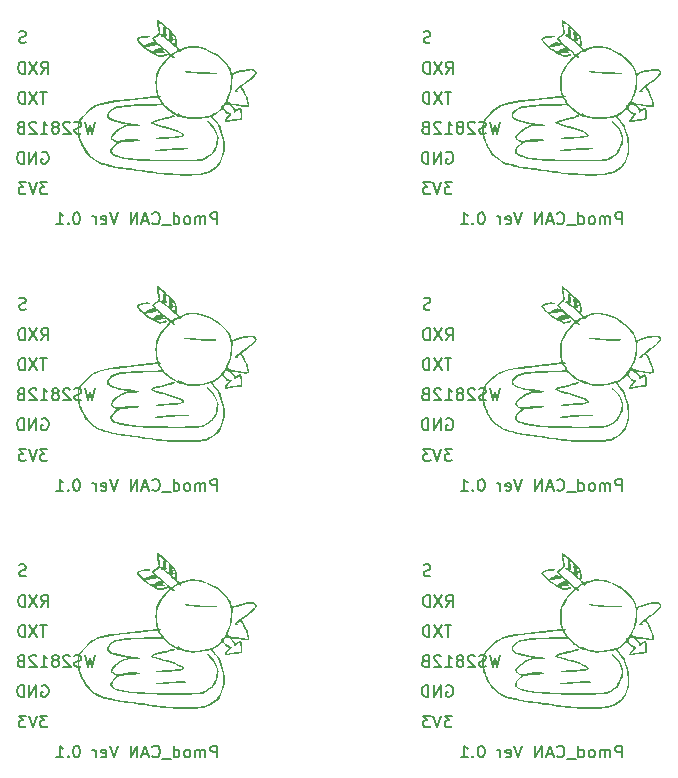
<source format=gbr>
%TF.GenerationSoftware,KiCad,Pcbnew,7.0.9*%
%TF.CreationDate,2024-01-17T02:03:21+09:00*%
%TF.ProjectId,kikit,6b696b69-742e-46b6-9963-61645f706362,rev?*%
%TF.SameCoordinates,Original*%
%TF.FileFunction,Legend,Bot*%
%TF.FilePolarity,Positive*%
%FSLAX46Y46*%
G04 Gerber Fmt 4.6, Leading zero omitted, Abs format (unit mm)*
G04 Created by KiCad (PCBNEW 7.0.9) date 2024-01-17 02:03:21*
%MOMM*%
%LPD*%
G01*
G04 APERTURE LIST*
%ADD10C,0.150000*%
G04 APERTURE END LIST*
D10*
X128056058Y-60635819D02*
X127817963Y-61635819D01*
X127817963Y-61635819D02*
X127627487Y-60921533D01*
X127627487Y-60921533D02*
X127437011Y-61635819D01*
X127437011Y-61635819D02*
X127198916Y-60635819D01*
X126865582Y-61588200D02*
X126722725Y-61635819D01*
X126722725Y-61635819D02*
X126484630Y-61635819D01*
X126484630Y-61635819D02*
X126389392Y-61588200D01*
X126389392Y-61588200D02*
X126341773Y-61540580D01*
X126341773Y-61540580D02*
X126294154Y-61445342D01*
X126294154Y-61445342D02*
X126294154Y-61350104D01*
X126294154Y-61350104D02*
X126341773Y-61254866D01*
X126341773Y-61254866D02*
X126389392Y-61207247D01*
X126389392Y-61207247D02*
X126484630Y-61159628D01*
X126484630Y-61159628D02*
X126675106Y-61112009D01*
X126675106Y-61112009D02*
X126770344Y-61064390D01*
X126770344Y-61064390D02*
X126817963Y-61016771D01*
X126817963Y-61016771D02*
X126865582Y-60921533D01*
X126865582Y-60921533D02*
X126865582Y-60826295D01*
X126865582Y-60826295D02*
X126817963Y-60731057D01*
X126817963Y-60731057D02*
X126770344Y-60683438D01*
X126770344Y-60683438D02*
X126675106Y-60635819D01*
X126675106Y-60635819D02*
X126437011Y-60635819D01*
X126437011Y-60635819D02*
X126294154Y-60683438D01*
X125913201Y-60731057D02*
X125865582Y-60683438D01*
X125865582Y-60683438D02*
X125770344Y-60635819D01*
X125770344Y-60635819D02*
X125532249Y-60635819D01*
X125532249Y-60635819D02*
X125437011Y-60683438D01*
X125437011Y-60683438D02*
X125389392Y-60731057D01*
X125389392Y-60731057D02*
X125341773Y-60826295D01*
X125341773Y-60826295D02*
X125341773Y-60921533D01*
X125341773Y-60921533D02*
X125389392Y-61064390D01*
X125389392Y-61064390D02*
X125960820Y-61635819D01*
X125960820Y-61635819D02*
X125341773Y-61635819D01*
X124770344Y-61064390D02*
X124865582Y-61016771D01*
X124865582Y-61016771D02*
X124913201Y-60969152D01*
X124913201Y-60969152D02*
X124960820Y-60873914D01*
X124960820Y-60873914D02*
X124960820Y-60826295D01*
X124960820Y-60826295D02*
X124913201Y-60731057D01*
X124913201Y-60731057D02*
X124865582Y-60683438D01*
X124865582Y-60683438D02*
X124770344Y-60635819D01*
X124770344Y-60635819D02*
X124579868Y-60635819D01*
X124579868Y-60635819D02*
X124484630Y-60683438D01*
X124484630Y-60683438D02*
X124437011Y-60731057D01*
X124437011Y-60731057D02*
X124389392Y-60826295D01*
X124389392Y-60826295D02*
X124389392Y-60873914D01*
X124389392Y-60873914D02*
X124437011Y-60969152D01*
X124437011Y-60969152D02*
X124484630Y-61016771D01*
X124484630Y-61016771D02*
X124579868Y-61064390D01*
X124579868Y-61064390D02*
X124770344Y-61064390D01*
X124770344Y-61064390D02*
X124865582Y-61112009D01*
X124865582Y-61112009D02*
X124913201Y-61159628D01*
X124913201Y-61159628D02*
X124960820Y-61254866D01*
X124960820Y-61254866D02*
X124960820Y-61445342D01*
X124960820Y-61445342D02*
X124913201Y-61540580D01*
X124913201Y-61540580D02*
X124865582Y-61588200D01*
X124865582Y-61588200D02*
X124770344Y-61635819D01*
X124770344Y-61635819D02*
X124579868Y-61635819D01*
X124579868Y-61635819D02*
X124484630Y-61588200D01*
X124484630Y-61588200D02*
X124437011Y-61540580D01*
X124437011Y-61540580D02*
X124389392Y-61445342D01*
X124389392Y-61445342D02*
X124389392Y-61254866D01*
X124389392Y-61254866D02*
X124437011Y-61159628D01*
X124437011Y-61159628D02*
X124484630Y-61112009D01*
X124484630Y-61112009D02*
X124579868Y-61064390D01*
X123437011Y-61635819D02*
X124008439Y-61635819D01*
X123722725Y-61635819D02*
X123722725Y-60635819D01*
X123722725Y-60635819D02*
X123817963Y-60778676D01*
X123817963Y-60778676D02*
X123913201Y-60873914D01*
X123913201Y-60873914D02*
X124008439Y-60921533D01*
X123056058Y-60731057D02*
X123008439Y-60683438D01*
X123008439Y-60683438D02*
X122913201Y-60635819D01*
X122913201Y-60635819D02*
X122675106Y-60635819D01*
X122675106Y-60635819D02*
X122579868Y-60683438D01*
X122579868Y-60683438D02*
X122532249Y-60731057D01*
X122532249Y-60731057D02*
X122484630Y-60826295D01*
X122484630Y-60826295D02*
X122484630Y-60921533D01*
X122484630Y-60921533D02*
X122532249Y-61064390D01*
X122532249Y-61064390D02*
X123103677Y-61635819D01*
X123103677Y-61635819D02*
X122484630Y-61635819D01*
X121722725Y-61112009D02*
X121579868Y-61159628D01*
X121579868Y-61159628D02*
X121532249Y-61207247D01*
X121532249Y-61207247D02*
X121484630Y-61302485D01*
X121484630Y-61302485D02*
X121484630Y-61445342D01*
X121484630Y-61445342D02*
X121532249Y-61540580D01*
X121532249Y-61540580D02*
X121579868Y-61588200D01*
X121579868Y-61588200D02*
X121675106Y-61635819D01*
X121675106Y-61635819D02*
X122056058Y-61635819D01*
X122056058Y-61635819D02*
X122056058Y-60635819D01*
X122056058Y-60635819D02*
X121722725Y-60635819D01*
X121722725Y-60635819D02*
X121627487Y-60683438D01*
X121627487Y-60683438D02*
X121579868Y-60731057D01*
X121579868Y-60731057D02*
X121532249Y-60826295D01*
X121532249Y-60826295D02*
X121532249Y-60921533D01*
X121532249Y-60921533D02*
X121579868Y-61016771D01*
X121579868Y-61016771D02*
X121627487Y-61064390D01*
X121627487Y-61064390D02*
X121722725Y-61112009D01*
X121722725Y-61112009D02*
X122056058Y-61112009D01*
X162314058Y-60635819D02*
X162075963Y-61635819D01*
X162075963Y-61635819D02*
X161885487Y-60921533D01*
X161885487Y-60921533D02*
X161695011Y-61635819D01*
X161695011Y-61635819D02*
X161456916Y-60635819D01*
X161123582Y-61588200D02*
X160980725Y-61635819D01*
X160980725Y-61635819D02*
X160742630Y-61635819D01*
X160742630Y-61635819D02*
X160647392Y-61588200D01*
X160647392Y-61588200D02*
X160599773Y-61540580D01*
X160599773Y-61540580D02*
X160552154Y-61445342D01*
X160552154Y-61445342D02*
X160552154Y-61350104D01*
X160552154Y-61350104D02*
X160599773Y-61254866D01*
X160599773Y-61254866D02*
X160647392Y-61207247D01*
X160647392Y-61207247D02*
X160742630Y-61159628D01*
X160742630Y-61159628D02*
X160933106Y-61112009D01*
X160933106Y-61112009D02*
X161028344Y-61064390D01*
X161028344Y-61064390D02*
X161075963Y-61016771D01*
X161075963Y-61016771D02*
X161123582Y-60921533D01*
X161123582Y-60921533D02*
X161123582Y-60826295D01*
X161123582Y-60826295D02*
X161075963Y-60731057D01*
X161075963Y-60731057D02*
X161028344Y-60683438D01*
X161028344Y-60683438D02*
X160933106Y-60635819D01*
X160933106Y-60635819D02*
X160695011Y-60635819D01*
X160695011Y-60635819D02*
X160552154Y-60683438D01*
X160171201Y-60731057D02*
X160123582Y-60683438D01*
X160123582Y-60683438D02*
X160028344Y-60635819D01*
X160028344Y-60635819D02*
X159790249Y-60635819D01*
X159790249Y-60635819D02*
X159695011Y-60683438D01*
X159695011Y-60683438D02*
X159647392Y-60731057D01*
X159647392Y-60731057D02*
X159599773Y-60826295D01*
X159599773Y-60826295D02*
X159599773Y-60921533D01*
X159599773Y-60921533D02*
X159647392Y-61064390D01*
X159647392Y-61064390D02*
X160218820Y-61635819D01*
X160218820Y-61635819D02*
X159599773Y-61635819D01*
X159028344Y-61064390D02*
X159123582Y-61016771D01*
X159123582Y-61016771D02*
X159171201Y-60969152D01*
X159171201Y-60969152D02*
X159218820Y-60873914D01*
X159218820Y-60873914D02*
X159218820Y-60826295D01*
X159218820Y-60826295D02*
X159171201Y-60731057D01*
X159171201Y-60731057D02*
X159123582Y-60683438D01*
X159123582Y-60683438D02*
X159028344Y-60635819D01*
X159028344Y-60635819D02*
X158837868Y-60635819D01*
X158837868Y-60635819D02*
X158742630Y-60683438D01*
X158742630Y-60683438D02*
X158695011Y-60731057D01*
X158695011Y-60731057D02*
X158647392Y-60826295D01*
X158647392Y-60826295D02*
X158647392Y-60873914D01*
X158647392Y-60873914D02*
X158695011Y-60969152D01*
X158695011Y-60969152D02*
X158742630Y-61016771D01*
X158742630Y-61016771D02*
X158837868Y-61064390D01*
X158837868Y-61064390D02*
X159028344Y-61064390D01*
X159028344Y-61064390D02*
X159123582Y-61112009D01*
X159123582Y-61112009D02*
X159171201Y-61159628D01*
X159171201Y-61159628D02*
X159218820Y-61254866D01*
X159218820Y-61254866D02*
X159218820Y-61445342D01*
X159218820Y-61445342D02*
X159171201Y-61540580D01*
X159171201Y-61540580D02*
X159123582Y-61588200D01*
X159123582Y-61588200D02*
X159028344Y-61635819D01*
X159028344Y-61635819D02*
X158837868Y-61635819D01*
X158837868Y-61635819D02*
X158742630Y-61588200D01*
X158742630Y-61588200D02*
X158695011Y-61540580D01*
X158695011Y-61540580D02*
X158647392Y-61445342D01*
X158647392Y-61445342D02*
X158647392Y-61254866D01*
X158647392Y-61254866D02*
X158695011Y-61159628D01*
X158695011Y-61159628D02*
X158742630Y-61112009D01*
X158742630Y-61112009D02*
X158837868Y-61064390D01*
X157695011Y-61635819D02*
X158266439Y-61635819D01*
X157980725Y-61635819D02*
X157980725Y-60635819D01*
X157980725Y-60635819D02*
X158075963Y-60778676D01*
X158075963Y-60778676D02*
X158171201Y-60873914D01*
X158171201Y-60873914D02*
X158266439Y-60921533D01*
X157314058Y-60731057D02*
X157266439Y-60683438D01*
X157266439Y-60683438D02*
X157171201Y-60635819D01*
X157171201Y-60635819D02*
X156933106Y-60635819D01*
X156933106Y-60635819D02*
X156837868Y-60683438D01*
X156837868Y-60683438D02*
X156790249Y-60731057D01*
X156790249Y-60731057D02*
X156742630Y-60826295D01*
X156742630Y-60826295D02*
X156742630Y-60921533D01*
X156742630Y-60921533D02*
X156790249Y-61064390D01*
X156790249Y-61064390D02*
X157361677Y-61635819D01*
X157361677Y-61635819D02*
X156742630Y-61635819D01*
X155980725Y-61112009D02*
X155837868Y-61159628D01*
X155837868Y-61159628D02*
X155790249Y-61207247D01*
X155790249Y-61207247D02*
X155742630Y-61302485D01*
X155742630Y-61302485D02*
X155742630Y-61445342D01*
X155742630Y-61445342D02*
X155790249Y-61540580D01*
X155790249Y-61540580D02*
X155837868Y-61588200D01*
X155837868Y-61588200D02*
X155933106Y-61635819D01*
X155933106Y-61635819D02*
X156314058Y-61635819D01*
X156314058Y-61635819D02*
X156314058Y-60635819D01*
X156314058Y-60635819D02*
X155980725Y-60635819D01*
X155980725Y-60635819D02*
X155885487Y-60683438D01*
X155885487Y-60683438D02*
X155837868Y-60731057D01*
X155837868Y-60731057D02*
X155790249Y-60826295D01*
X155790249Y-60826295D02*
X155790249Y-60921533D01*
X155790249Y-60921533D02*
X155837868Y-61016771D01*
X155837868Y-61016771D02*
X155885487Y-61064390D01*
X155885487Y-61064390D02*
X155980725Y-61112009D01*
X155980725Y-61112009D02*
X156314058Y-61112009D01*
X158196077Y-35521819D02*
X157624649Y-35521819D01*
X157910363Y-36521819D02*
X157910363Y-35521819D01*
X157386553Y-35521819D02*
X156719887Y-36521819D01*
X156719887Y-35521819D02*
X157386553Y-36521819D01*
X156338934Y-36521819D02*
X156338934Y-35521819D01*
X156338934Y-35521819D02*
X156100839Y-35521819D01*
X156100839Y-35521819D02*
X155957982Y-35569438D01*
X155957982Y-35569438D02*
X155862744Y-35664676D01*
X155862744Y-35664676D02*
X155815125Y-35759914D01*
X155815125Y-35759914D02*
X155767506Y-35950390D01*
X155767506Y-35950390D02*
X155767506Y-36093247D01*
X155767506Y-36093247D02*
X155815125Y-36283723D01*
X155815125Y-36283723D02*
X155862744Y-36378961D01*
X155862744Y-36378961D02*
X155957982Y-36474200D01*
X155957982Y-36474200D02*
X156100839Y-36521819D01*
X156100839Y-36521819D02*
X156338934Y-36521819D01*
X123477792Y-79129819D02*
X123811125Y-78653628D01*
X124049220Y-79129819D02*
X124049220Y-78129819D01*
X124049220Y-78129819D02*
X123668268Y-78129819D01*
X123668268Y-78129819D02*
X123573030Y-78177438D01*
X123573030Y-78177438D02*
X123525411Y-78225057D01*
X123525411Y-78225057D02*
X123477792Y-78320295D01*
X123477792Y-78320295D02*
X123477792Y-78463152D01*
X123477792Y-78463152D02*
X123525411Y-78558390D01*
X123525411Y-78558390D02*
X123573030Y-78606009D01*
X123573030Y-78606009D02*
X123668268Y-78653628D01*
X123668268Y-78653628D02*
X124049220Y-78653628D01*
X123144458Y-78129819D02*
X122477792Y-79129819D01*
X122477792Y-78129819D02*
X123144458Y-79129819D01*
X122096839Y-79129819D02*
X122096839Y-78129819D01*
X122096839Y-78129819D02*
X121858744Y-78129819D01*
X121858744Y-78129819D02*
X121715887Y-78177438D01*
X121715887Y-78177438D02*
X121620649Y-78272676D01*
X121620649Y-78272676D02*
X121573030Y-78367914D01*
X121573030Y-78367914D02*
X121525411Y-78558390D01*
X121525411Y-78558390D02*
X121525411Y-78701247D01*
X121525411Y-78701247D02*
X121573030Y-78891723D01*
X121573030Y-78891723D02*
X121620649Y-78986961D01*
X121620649Y-78986961D02*
X121715887Y-79082200D01*
X121715887Y-79082200D02*
X121858744Y-79129819D01*
X121858744Y-79129819D02*
X122096839Y-79129819D01*
X156424439Y-76491400D02*
X156281582Y-76539019D01*
X156281582Y-76539019D02*
X156043487Y-76539019D01*
X156043487Y-76539019D02*
X155948249Y-76491400D01*
X155948249Y-76491400D02*
X155900630Y-76443780D01*
X155900630Y-76443780D02*
X155853011Y-76348542D01*
X155853011Y-76348542D02*
X155853011Y-76253304D01*
X155853011Y-76253304D02*
X155900630Y-76158066D01*
X155900630Y-76158066D02*
X155948249Y-76110447D01*
X155948249Y-76110447D02*
X156043487Y-76062828D01*
X156043487Y-76062828D02*
X156233963Y-76015209D01*
X156233963Y-76015209D02*
X156329201Y-75967590D01*
X156329201Y-75967590D02*
X156376820Y-75919971D01*
X156376820Y-75919971D02*
X156424439Y-75824733D01*
X156424439Y-75824733D02*
X156424439Y-75729495D01*
X156424439Y-75729495D02*
X156376820Y-75634257D01*
X156376820Y-75634257D02*
X156329201Y-75586638D01*
X156329201Y-75586638D02*
X156233963Y-75539019D01*
X156233963Y-75539019D02*
X155995868Y-75539019D01*
X155995868Y-75539019D02*
X155853011Y-75586638D01*
X122166439Y-31343400D02*
X122023582Y-31391019D01*
X122023582Y-31391019D02*
X121785487Y-31391019D01*
X121785487Y-31391019D02*
X121690249Y-31343400D01*
X121690249Y-31343400D02*
X121642630Y-31295780D01*
X121642630Y-31295780D02*
X121595011Y-31200542D01*
X121595011Y-31200542D02*
X121595011Y-31105304D01*
X121595011Y-31105304D02*
X121642630Y-31010066D01*
X121642630Y-31010066D02*
X121690249Y-30962447D01*
X121690249Y-30962447D02*
X121785487Y-30914828D01*
X121785487Y-30914828D02*
X121975963Y-30867209D01*
X121975963Y-30867209D02*
X122071201Y-30819590D01*
X122071201Y-30819590D02*
X122118820Y-30771971D01*
X122118820Y-30771971D02*
X122166439Y-30676733D01*
X122166439Y-30676733D02*
X122166439Y-30581495D01*
X122166439Y-30581495D02*
X122118820Y-30486257D01*
X122118820Y-30486257D02*
X122071201Y-30438638D01*
X122071201Y-30438638D02*
X121975963Y-30391019D01*
X121975963Y-30391019D02*
X121737868Y-30391019D01*
X121737868Y-30391019D02*
X121595011Y-30438638D01*
X156424439Y-53917400D02*
X156281582Y-53965019D01*
X156281582Y-53965019D02*
X156043487Y-53965019D01*
X156043487Y-53965019D02*
X155948249Y-53917400D01*
X155948249Y-53917400D02*
X155900630Y-53869780D01*
X155900630Y-53869780D02*
X155853011Y-53774542D01*
X155853011Y-53774542D02*
X155853011Y-53679304D01*
X155853011Y-53679304D02*
X155900630Y-53584066D01*
X155900630Y-53584066D02*
X155948249Y-53536447D01*
X155948249Y-53536447D02*
X156043487Y-53488828D01*
X156043487Y-53488828D02*
X156233963Y-53441209D01*
X156233963Y-53441209D02*
X156329201Y-53393590D01*
X156329201Y-53393590D02*
X156376820Y-53345971D01*
X156376820Y-53345971D02*
X156424439Y-53250733D01*
X156424439Y-53250733D02*
X156424439Y-53155495D01*
X156424439Y-53155495D02*
X156376820Y-53060257D01*
X156376820Y-53060257D02*
X156329201Y-53012638D01*
X156329201Y-53012638D02*
X156233963Y-52965019D01*
X156233963Y-52965019D02*
X155995868Y-52965019D01*
X155995868Y-52965019D02*
X155853011Y-53012638D01*
X157735792Y-79129819D02*
X158069125Y-78653628D01*
X158307220Y-79129819D02*
X158307220Y-78129819D01*
X158307220Y-78129819D02*
X157926268Y-78129819D01*
X157926268Y-78129819D02*
X157831030Y-78177438D01*
X157831030Y-78177438D02*
X157783411Y-78225057D01*
X157783411Y-78225057D02*
X157735792Y-78320295D01*
X157735792Y-78320295D02*
X157735792Y-78463152D01*
X157735792Y-78463152D02*
X157783411Y-78558390D01*
X157783411Y-78558390D02*
X157831030Y-78606009D01*
X157831030Y-78606009D02*
X157926268Y-78653628D01*
X157926268Y-78653628D02*
X158307220Y-78653628D01*
X157402458Y-78129819D02*
X156735792Y-79129819D01*
X156735792Y-78129819D02*
X157402458Y-79129819D01*
X156354839Y-79129819D02*
X156354839Y-78129819D01*
X156354839Y-78129819D02*
X156116744Y-78129819D01*
X156116744Y-78129819D02*
X155973887Y-78177438D01*
X155973887Y-78177438D02*
X155878649Y-78272676D01*
X155878649Y-78272676D02*
X155831030Y-78367914D01*
X155831030Y-78367914D02*
X155783411Y-78558390D01*
X155783411Y-78558390D02*
X155783411Y-78701247D01*
X155783411Y-78701247D02*
X155831030Y-78891723D01*
X155831030Y-78891723D02*
X155878649Y-78986961D01*
X155878649Y-78986961D02*
X155973887Y-79082200D01*
X155973887Y-79082200D02*
X156116744Y-79129819D01*
X156116744Y-79129819D02*
X156354839Y-79129819D01*
X138374820Y-69306619D02*
X138374820Y-68306619D01*
X138374820Y-68306619D02*
X137993868Y-68306619D01*
X137993868Y-68306619D02*
X137898630Y-68354238D01*
X137898630Y-68354238D02*
X137851011Y-68401857D01*
X137851011Y-68401857D02*
X137803392Y-68497095D01*
X137803392Y-68497095D02*
X137803392Y-68639952D01*
X137803392Y-68639952D02*
X137851011Y-68735190D01*
X137851011Y-68735190D02*
X137898630Y-68782809D01*
X137898630Y-68782809D02*
X137993868Y-68830428D01*
X137993868Y-68830428D02*
X138374820Y-68830428D01*
X137374820Y-69306619D02*
X137374820Y-68639952D01*
X137374820Y-68735190D02*
X137327201Y-68687571D01*
X137327201Y-68687571D02*
X137231963Y-68639952D01*
X137231963Y-68639952D02*
X137089106Y-68639952D01*
X137089106Y-68639952D02*
X136993868Y-68687571D01*
X136993868Y-68687571D02*
X136946249Y-68782809D01*
X136946249Y-68782809D02*
X136946249Y-69306619D01*
X136946249Y-68782809D02*
X136898630Y-68687571D01*
X136898630Y-68687571D02*
X136803392Y-68639952D01*
X136803392Y-68639952D02*
X136660535Y-68639952D01*
X136660535Y-68639952D02*
X136565296Y-68687571D01*
X136565296Y-68687571D02*
X136517677Y-68782809D01*
X136517677Y-68782809D02*
X136517677Y-69306619D01*
X135898630Y-69306619D02*
X135993868Y-69259000D01*
X135993868Y-69259000D02*
X136041487Y-69211380D01*
X136041487Y-69211380D02*
X136089106Y-69116142D01*
X136089106Y-69116142D02*
X136089106Y-68830428D01*
X136089106Y-68830428D02*
X136041487Y-68735190D01*
X136041487Y-68735190D02*
X135993868Y-68687571D01*
X135993868Y-68687571D02*
X135898630Y-68639952D01*
X135898630Y-68639952D02*
X135755773Y-68639952D01*
X135755773Y-68639952D02*
X135660535Y-68687571D01*
X135660535Y-68687571D02*
X135612916Y-68735190D01*
X135612916Y-68735190D02*
X135565297Y-68830428D01*
X135565297Y-68830428D02*
X135565297Y-69116142D01*
X135565297Y-69116142D02*
X135612916Y-69211380D01*
X135612916Y-69211380D02*
X135660535Y-69259000D01*
X135660535Y-69259000D02*
X135755773Y-69306619D01*
X135755773Y-69306619D02*
X135898630Y-69306619D01*
X134708154Y-69306619D02*
X134708154Y-68306619D01*
X134708154Y-69259000D02*
X134803392Y-69306619D01*
X134803392Y-69306619D02*
X134993868Y-69306619D01*
X134993868Y-69306619D02*
X135089106Y-69259000D01*
X135089106Y-69259000D02*
X135136725Y-69211380D01*
X135136725Y-69211380D02*
X135184344Y-69116142D01*
X135184344Y-69116142D02*
X135184344Y-68830428D01*
X135184344Y-68830428D02*
X135136725Y-68735190D01*
X135136725Y-68735190D02*
X135089106Y-68687571D01*
X135089106Y-68687571D02*
X134993868Y-68639952D01*
X134993868Y-68639952D02*
X134803392Y-68639952D01*
X134803392Y-68639952D02*
X134708154Y-68687571D01*
X134470059Y-69401857D02*
X133708154Y-69401857D01*
X132898630Y-69211380D02*
X132946249Y-69259000D01*
X132946249Y-69259000D02*
X133089106Y-69306619D01*
X133089106Y-69306619D02*
X133184344Y-69306619D01*
X133184344Y-69306619D02*
X133327201Y-69259000D01*
X133327201Y-69259000D02*
X133422439Y-69163761D01*
X133422439Y-69163761D02*
X133470058Y-69068523D01*
X133470058Y-69068523D02*
X133517677Y-68878047D01*
X133517677Y-68878047D02*
X133517677Y-68735190D01*
X133517677Y-68735190D02*
X133470058Y-68544714D01*
X133470058Y-68544714D02*
X133422439Y-68449476D01*
X133422439Y-68449476D02*
X133327201Y-68354238D01*
X133327201Y-68354238D02*
X133184344Y-68306619D01*
X133184344Y-68306619D02*
X133089106Y-68306619D01*
X133089106Y-68306619D02*
X132946249Y-68354238D01*
X132946249Y-68354238D02*
X132898630Y-68401857D01*
X132517677Y-69020904D02*
X132041487Y-69020904D01*
X132612915Y-69306619D02*
X132279582Y-68306619D01*
X132279582Y-68306619D02*
X131946249Y-69306619D01*
X131612915Y-69306619D02*
X131612915Y-68306619D01*
X131612915Y-68306619D02*
X131041487Y-69306619D01*
X131041487Y-69306619D02*
X131041487Y-68306619D01*
X129946248Y-68306619D02*
X129612915Y-69306619D01*
X129612915Y-69306619D02*
X129279582Y-68306619D01*
X128565296Y-69259000D02*
X128660534Y-69306619D01*
X128660534Y-69306619D02*
X128851010Y-69306619D01*
X128851010Y-69306619D02*
X128946248Y-69259000D01*
X128946248Y-69259000D02*
X128993867Y-69163761D01*
X128993867Y-69163761D02*
X128993867Y-68782809D01*
X128993867Y-68782809D02*
X128946248Y-68687571D01*
X128946248Y-68687571D02*
X128851010Y-68639952D01*
X128851010Y-68639952D02*
X128660534Y-68639952D01*
X128660534Y-68639952D02*
X128565296Y-68687571D01*
X128565296Y-68687571D02*
X128517677Y-68782809D01*
X128517677Y-68782809D02*
X128517677Y-68878047D01*
X128517677Y-68878047D02*
X128993867Y-68973285D01*
X128089105Y-69306619D02*
X128089105Y-68639952D01*
X128089105Y-68830428D02*
X128041486Y-68735190D01*
X128041486Y-68735190D02*
X127993867Y-68687571D01*
X127993867Y-68687571D02*
X127898629Y-68639952D01*
X127898629Y-68639952D02*
X127803391Y-68639952D01*
X126517676Y-68306619D02*
X126422438Y-68306619D01*
X126422438Y-68306619D02*
X126327200Y-68354238D01*
X126327200Y-68354238D02*
X126279581Y-68401857D01*
X126279581Y-68401857D02*
X126231962Y-68497095D01*
X126231962Y-68497095D02*
X126184343Y-68687571D01*
X126184343Y-68687571D02*
X126184343Y-68925666D01*
X126184343Y-68925666D02*
X126231962Y-69116142D01*
X126231962Y-69116142D02*
X126279581Y-69211380D01*
X126279581Y-69211380D02*
X126327200Y-69259000D01*
X126327200Y-69259000D02*
X126422438Y-69306619D01*
X126422438Y-69306619D02*
X126517676Y-69306619D01*
X126517676Y-69306619D02*
X126612914Y-69259000D01*
X126612914Y-69259000D02*
X126660533Y-69211380D01*
X126660533Y-69211380D02*
X126708152Y-69116142D01*
X126708152Y-69116142D02*
X126755771Y-68925666D01*
X126755771Y-68925666D02*
X126755771Y-68687571D01*
X126755771Y-68687571D02*
X126708152Y-68497095D01*
X126708152Y-68497095D02*
X126660533Y-68401857D01*
X126660533Y-68401857D02*
X126612914Y-68354238D01*
X126612914Y-68354238D02*
X126517676Y-68306619D01*
X125755771Y-69211380D02*
X125708152Y-69259000D01*
X125708152Y-69259000D02*
X125755771Y-69306619D01*
X125755771Y-69306619D02*
X125803390Y-69259000D01*
X125803390Y-69259000D02*
X125755771Y-69211380D01*
X125755771Y-69211380D02*
X125755771Y-69306619D01*
X124755772Y-69306619D02*
X125327200Y-69306619D01*
X125041486Y-69306619D02*
X125041486Y-68306619D01*
X125041486Y-68306619D02*
X125136724Y-68449476D01*
X125136724Y-68449476D02*
X125231962Y-68544714D01*
X125231962Y-68544714D02*
X125327200Y-68592333D01*
X172632820Y-69306619D02*
X172632820Y-68306619D01*
X172632820Y-68306619D02*
X172251868Y-68306619D01*
X172251868Y-68306619D02*
X172156630Y-68354238D01*
X172156630Y-68354238D02*
X172109011Y-68401857D01*
X172109011Y-68401857D02*
X172061392Y-68497095D01*
X172061392Y-68497095D02*
X172061392Y-68639952D01*
X172061392Y-68639952D02*
X172109011Y-68735190D01*
X172109011Y-68735190D02*
X172156630Y-68782809D01*
X172156630Y-68782809D02*
X172251868Y-68830428D01*
X172251868Y-68830428D02*
X172632820Y-68830428D01*
X171632820Y-69306619D02*
X171632820Y-68639952D01*
X171632820Y-68735190D02*
X171585201Y-68687571D01*
X171585201Y-68687571D02*
X171489963Y-68639952D01*
X171489963Y-68639952D02*
X171347106Y-68639952D01*
X171347106Y-68639952D02*
X171251868Y-68687571D01*
X171251868Y-68687571D02*
X171204249Y-68782809D01*
X171204249Y-68782809D02*
X171204249Y-69306619D01*
X171204249Y-68782809D02*
X171156630Y-68687571D01*
X171156630Y-68687571D02*
X171061392Y-68639952D01*
X171061392Y-68639952D02*
X170918535Y-68639952D01*
X170918535Y-68639952D02*
X170823296Y-68687571D01*
X170823296Y-68687571D02*
X170775677Y-68782809D01*
X170775677Y-68782809D02*
X170775677Y-69306619D01*
X170156630Y-69306619D02*
X170251868Y-69259000D01*
X170251868Y-69259000D02*
X170299487Y-69211380D01*
X170299487Y-69211380D02*
X170347106Y-69116142D01*
X170347106Y-69116142D02*
X170347106Y-68830428D01*
X170347106Y-68830428D02*
X170299487Y-68735190D01*
X170299487Y-68735190D02*
X170251868Y-68687571D01*
X170251868Y-68687571D02*
X170156630Y-68639952D01*
X170156630Y-68639952D02*
X170013773Y-68639952D01*
X170013773Y-68639952D02*
X169918535Y-68687571D01*
X169918535Y-68687571D02*
X169870916Y-68735190D01*
X169870916Y-68735190D02*
X169823297Y-68830428D01*
X169823297Y-68830428D02*
X169823297Y-69116142D01*
X169823297Y-69116142D02*
X169870916Y-69211380D01*
X169870916Y-69211380D02*
X169918535Y-69259000D01*
X169918535Y-69259000D02*
X170013773Y-69306619D01*
X170013773Y-69306619D02*
X170156630Y-69306619D01*
X168966154Y-69306619D02*
X168966154Y-68306619D01*
X168966154Y-69259000D02*
X169061392Y-69306619D01*
X169061392Y-69306619D02*
X169251868Y-69306619D01*
X169251868Y-69306619D02*
X169347106Y-69259000D01*
X169347106Y-69259000D02*
X169394725Y-69211380D01*
X169394725Y-69211380D02*
X169442344Y-69116142D01*
X169442344Y-69116142D02*
X169442344Y-68830428D01*
X169442344Y-68830428D02*
X169394725Y-68735190D01*
X169394725Y-68735190D02*
X169347106Y-68687571D01*
X169347106Y-68687571D02*
X169251868Y-68639952D01*
X169251868Y-68639952D02*
X169061392Y-68639952D01*
X169061392Y-68639952D02*
X168966154Y-68687571D01*
X168728059Y-69401857D02*
X167966154Y-69401857D01*
X167156630Y-69211380D02*
X167204249Y-69259000D01*
X167204249Y-69259000D02*
X167347106Y-69306619D01*
X167347106Y-69306619D02*
X167442344Y-69306619D01*
X167442344Y-69306619D02*
X167585201Y-69259000D01*
X167585201Y-69259000D02*
X167680439Y-69163761D01*
X167680439Y-69163761D02*
X167728058Y-69068523D01*
X167728058Y-69068523D02*
X167775677Y-68878047D01*
X167775677Y-68878047D02*
X167775677Y-68735190D01*
X167775677Y-68735190D02*
X167728058Y-68544714D01*
X167728058Y-68544714D02*
X167680439Y-68449476D01*
X167680439Y-68449476D02*
X167585201Y-68354238D01*
X167585201Y-68354238D02*
X167442344Y-68306619D01*
X167442344Y-68306619D02*
X167347106Y-68306619D01*
X167347106Y-68306619D02*
X167204249Y-68354238D01*
X167204249Y-68354238D02*
X167156630Y-68401857D01*
X166775677Y-69020904D02*
X166299487Y-69020904D01*
X166870915Y-69306619D02*
X166537582Y-68306619D01*
X166537582Y-68306619D02*
X166204249Y-69306619D01*
X165870915Y-69306619D02*
X165870915Y-68306619D01*
X165870915Y-68306619D02*
X165299487Y-69306619D01*
X165299487Y-69306619D02*
X165299487Y-68306619D01*
X164204248Y-68306619D02*
X163870915Y-69306619D01*
X163870915Y-69306619D02*
X163537582Y-68306619D01*
X162823296Y-69259000D02*
X162918534Y-69306619D01*
X162918534Y-69306619D02*
X163109010Y-69306619D01*
X163109010Y-69306619D02*
X163204248Y-69259000D01*
X163204248Y-69259000D02*
X163251867Y-69163761D01*
X163251867Y-69163761D02*
X163251867Y-68782809D01*
X163251867Y-68782809D02*
X163204248Y-68687571D01*
X163204248Y-68687571D02*
X163109010Y-68639952D01*
X163109010Y-68639952D02*
X162918534Y-68639952D01*
X162918534Y-68639952D02*
X162823296Y-68687571D01*
X162823296Y-68687571D02*
X162775677Y-68782809D01*
X162775677Y-68782809D02*
X162775677Y-68878047D01*
X162775677Y-68878047D02*
X163251867Y-68973285D01*
X162347105Y-69306619D02*
X162347105Y-68639952D01*
X162347105Y-68830428D02*
X162299486Y-68735190D01*
X162299486Y-68735190D02*
X162251867Y-68687571D01*
X162251867Y-68687571D02*
X162156629Y-68639952D01*
X162156629Y-68639952D02*
X162061391Y-68639952D01*
X160775676Y-68306619D02*
X160680438Y-68306619D01*
X160680438Y-68306619D02*
X160585200Y-68354238D01*
X160585200Y-68354238D02*
X160537581Y-68401857D01*
X160537581Y-68401857D02*
X160489962Y-68497095D01*
X160489962Y-68497095D02*
X160442343Y-68687571D01*
X160442343Y-68687571D02*
X160442343Y-68925666D01*
X160442343Y-68925666D02*
X160489962Y-69116142D01*
X160489962Y-69116142D02*
X160537581Y-69211380D01*
X160537581Y-69211380D02*
X160585200Y-69259000D01*
X160585200Y-69259000D02*
X160680438Y-69306619D01*
X160680438Y-69306619D02*
X160775676Y-69306619D01*
X160775676Y-69306619D02*
X160870914Y-69259000D01*
X160870914Y-69259000D02*
X160918533Y-69211380D01*
X160918533Y-69211380D02*
X160966152Y-69116142D01*
X160966152Y-69116142D02*
X161013771Y-68925666D01*
X161013771Y-68925666D02*
X161013771Y-68687571D01*
X161013771Y-68687571D02*
X160966152Y-68497095D01*
X160966152Y-68497095D02*
X160918533Y-68401857D01*
X160918533Y-68401857D02*
X160870914Y-68354238D01*
X160870914Y-68354238D02*
X160775676Y-68306619D01*
X160013771Y-69211380D02*
X159966152Y-69259000D01*
X159966152Y-69259000D02*
X160013771Y-69306619D01*
X160013771Y-69306619D02*
X160061390Y-69259000D01*
X160061390Y-69259000D02*
X160013771Y-69211380D01*
X160013771Y-69211380D02*
X160013771Y-69306619D01*
X159013772Y-69306619D02*
X159585200Y-69306619D01*
X159299486Y-69306619D02*
X159299486Y-68306619D01*
X159299486Y-68306619D02*
X159394724Y-68449476D01*
X159394724Y-68449476D02*
X159489962Y-68544714D01*
X159489962Y-68544714D02*
X159585200Y-68592333D01*
X122166439Y-76491400D02*
X122023582Y-76539019D01*
X122023582Y-76539019D02*
X121785487Y-76539019D01*
X121785487Y-76539019D02*
X121690249Y-76491400D01*
X121690249Y-76491400D02*
X121642630Y-76443780D01*
X121642630Y-76443780D02*
X121595011Y-76348542D01*
X121595011Y-76348542D02*
X121595011Y-76253304D01*
X121595011Y-76253304D02*
X121642630Y-76158066D01*
X121642630Y-76158066D02*
X121690249Y-76110447D01*
X121690249Y-76110447D02*
X121785487Y-76062828D01*
X121785487Y-76062828D02*
X121975963Y-76015209D01*
X121975963Y-76015209D02*
X122071201Y-75967590D01*
X122071201Y-75967590D02*
X122118820Y-75919971D01*
X122118820Y-75919971D02*
X122166439Y-75824733D01*
X122166439Y-75824733D02*
X122166439Y-75729495D01*
X122166439Y-75729495D02*
X122118820Y-75634257D01*
X122118820Y-75634257D02*
X122071201Y-75586638D01*
X122071201Y-75586638D02*
X121975963Y-75539019D01*
X121975963Y-75539019D02*
X121737868Y-75539019D01*
X121737868Y-75539019D02*
X121595011Y-75586638D01*
X123477792Y-33981819D02*
X123811125Y-33505628D01*
X124049220Y-33981819D02*
X124049220Y-32981819D01*
X124049220Y-32981819D02*
X123668268Y-32981819D01*
X123668268Y-32981819D02*
X123573030Y-33029438D01*
X123573030Y-33029438D02*
X123525411Y-33077057D01*
X123525411Y-33077057D02*
X123477792Y-33172295D01*
X123477792Y-33172295D02*
X123477792Y-33315152D01*
X123477792Y-33315152D02*
X123525411Y-33410390D01*
X123525411Y-33410390D02*
X123573030Y-33458009D01*
X123573030Y-33458009D02*
X123668268Y-33505628D01*
X123668268Y-33505628D02*
X124049220Y-33505628D01*
X123144458Y-32981819D02*
X122477792Y-33981819D01*
X122477792Y-32981819D02*
X123144458Y-33981819D01*
X122096839Y-33981819D02*
X122096839Y-32981819D01*
X122096839Y-32981819D02*
X121858744Y-32981819D01*
X121858744Y-32981819D02*
X121715887Y-33029438D01*
X121715887Y-33029438D02*
X121620649Y-33124676D01*
X121620649Y-33124676D02*
X121573030Y-33219914D01*
X121573030Y-33219914D02*
X121525411Y-33410390D01*
X121525411Y-33410390D02*
X121525411Y-33553247D01*
X121525411Y-33553247D02*
X121573030Y-33743723D01*
X121573030Y-33743723D02*
X121620649Y-33838961D01*
X121620649Y-33838961D02*
X121715887Y-33934200D01*
X121715887Y-33934200D02*
X121858744Y-33981819D01*
X121858744Y-33981819D02*
X122096839Y-33981819D01*
X138374820Y-91880619D02*
X138374820Y-90880619D01*
X138374820Y-90880619D02*
X137993868Y-90880619D01*
X137993868Y-90880619D02*
X137898630Y-90928238D01*
X137898630Y-90928238D02*
X137851011Y-90975857D01*
X137851011Y-90975857D02*
X137803392Y-91071095D01*
X137803392Y-91071095D02*
X137803392Y-91213952D01*
X137803392Y-91213952D02*
X137851011Y-91309190D01*
X137851011Y-91309190D02*
X137898630Y-91356809D01*
X137898630Y-91356809D02*
X137993868Y-91404428D01*
X137993868Y-91404428D02*
X138374820Y-91404428D01*
X137374820Y-91880619D02*
X137374820Y-91213952D01*
X137374820Y-91309190D02*
X137327201Y-91261571D01*
X137327201Y-91261571D02*
X137231963Y-91213952D01*
X137231963Y-91213952D02*
X137089106Y-91213952D01*
X137089106Y-91213952D02*
X136993868Y-91261571D01*
X136993868Y-91261571D02*
X136946249Y-91356809D01*
X136946249Y-91356809D02*
X136946249Y-91880619D01*
X136946249Y-91356809D02*
X136898630Y-91261571D01*
X136898630Y-91261571D02*
X136803392Y-91213952D01*
X136803392Y-91213952D02*
X136660535Y-91213952D01*
X136660535Y-91213952D02*
X136565296Y-91261571D01*
X136565296Y-91261571D02*
X136517677Y-91356809D01*
X136517677Y-91356809D02*
X136517677Y-91880619D01*
X135898630Y-91880619D02*
X135993868Y-91833000D01*
X135993868Y-91833000D02*
X136041487Y-91785380D01*
X136041487Y-91785380D02*
X136089106Y-91690142D01*
X136089106Y-91690142D02*
X136089106Y-91404428D01*
X136089106Y-91404428D02*
X136041487Y-91309190D01*
X136041487Y-91309190D02*
X135993868Y-91261571D01*
X135993868Y-91261571D02*
X135898630Y-91213952D01*
X135898630Y-91213952D02*
X135755773Y-91213952D01*
X135755773Y-91213952D02*
X135660535Y-91261571D01*
X135660535Y-91261571D02*
X135612916Y-91309190D01*
X135612916Y-91309190D02*
X135565297Y-91404428D01*
X135565297Y-91404428D02*
X135565297Y-91690142D01*
X135565297Y-91690142D02*
X135612916Y-91785380D01*
X135612916Y-91785380D02*
X135660535Y-91833000D01*
X135660535Y-91833000D02*
X135755773Y-91880619D01*
X135755773Y-91880619D02*
X135898630Y-91880619D01*
X134708154Y-91880619D02*
X134708154Y-90880619D01*
X134708154Y-91833000D02*
X134803392Y-91880619D01*
X134803392Y-91880619D02*
X134993868Y-91880619D01*
X134993868Y-91880619D02*
X135089106Y-91833000D01*
X135089106Y-91833000D02*
X135136725Y-91785380D01*
X135136725Y-91785380D02*
X135184344Y-91690142D01*
X135184344Y-91690142D02*
X135184344Y-91404428D01*
X135184344Y-91404428D02*
X135136725Y-91309190D01*
X135136725Y-91309190D02*
X135089106Y-91261571D01*
X135089106Y-91261571D02*
X134993868Y-91213952D01*
X134993868Y-91213952D02*
X134803392Y-91213952D01*
X134803392Y-91213952D02*
X134708154Y-91261571D01*
X134470059Y-91975857D02*
X133708154Y-91975857D01*
X132898630Y-91785380D02*
X132946249Y-91833000D01*
X132946249Y-91833000D02*
X133089106Y-91880619D01*
X133089106Y-91880619D02*
X133184344Y-91880619D01*
X133184344Y-91880619D02*
X133327201Y-91833000D01*
X133327201Y-91833000D02*
X133422439Y-91737761D01*
X133422439Y-91737761D02*
X133470058Y-91642523D01*
X133470058Y-91642523D02*
X133517677Y-91452047D01*
X133517677Y-91452047D02*
X133517677Y-91309190D01*
X133517677Y-91309190D02*
X133470058Y-91118714D01*
X133470058Y-91118714D02*
X133422439Y-91023476D01*
X133422439Y-91023476D02*
X133327201Y-90928238D01*
X133327201Y-90928238D02*
X133184344Y-90880619D01*
X133184344Y-90880619D02*
X133089106Y-90880619D01*
X133089106Y-90880619D02*
X132946249Y-90928238D01*
X132946249Y-90928238D02*
X132898630Y-90975857D01*
X132517677Y-91594904D02*
X132041487Y-91594904D01*
X132612915Y-91880619D02*
X132279582Y-90880619D01*
X132279582Y-90880619D02*
X131946249Y-91880619D01*
X131612915Y-91880619D02*
X131612915Y-90880619D01*
X131612915Y-90880619D02*
X131041487Y-91880619D01*
X131041487Y-91880619D02*
X131041487Y-90880619D01*
X129946248Y-90880619D02*
X129612915Y-91880619D01*
X129612915Y-91880619D02*
X129279582Y-90880619D01*
X128565296Y-91833000D02*
X128660534Y-91880619D01*
X128660534Y-91880619D02*
X128851010Y-91880619D01*
X128851010Y-91880619D02*
X128946248Y-91833000D01*
X128946248Y-91833000D02*
X128993867Y-91737761D01*
X128993867Y-91737761D02*
X128993867Y-91356809D01*
X128993867Y-91356809D02*
X128946248Y-91261571D01*
X128946248Y-91261571D02*
X128851010Y-91213952D01*
X128851010Y-91213952D02*
X128660534Y-91213952D01*
X128660534Y-91213952D02*
X128565296Y-91261571D01*
X128565296Y-91261571D02*
X128517677Y-91356809D01*
X128517677Y-91356809D02*
X128517677Y-91452047D01*
X128517677Y-91452047D02*
X128993867Y-91547285D01*
X128089105Y-91880619D02*
X128089105Y-91213952D01*
X128089105Y-91404428D02*
X128041486Y-91309190D01*
X128041486Y-91309190D02*
X127993867Y-91261571D01*
X127993867Y-91261571D02*
X127898629Y-91213952D01*
X127898629Y-91213952D02*
X127803391Y-91213952D01*
X126517676Y-90880619D02*
X126422438Y-90880619D01*
X126422438Y-90880619D02*
X126327200Y-90928238D01*
X126327200Y-90928238D02*
X126279581Y-90975857D01*
X126279581Y-90975857D02*
X126231962Y-91071095D01*
X126231962Y-91071095D02*
X126184343Y-91261571D01*
X126184343Y-91261571D02*
X126184343Y-91499666D01*
X126184343Y-91499666D02*
X126231962Y-91690142D01*
X126231962Y-91690142D02*
X126279581Y-91785380D01*
X126279581Y-91785380D02*
X126327200Y-91833000D01*
X126327200Y-91833000D02*
X126422438Y-91880619D01*
X126422438Y-91880619D02*
X126517676Y-91880619D01*
X126517676Y-91880619D02*
X126612914Y-91833000D01*
X126612914Y-91833000D02*
X126660533Y-91785380D01*
X126660533Y-91785380D02*
X126708152Y-91690142D01*
X126708152Y-91690142D02*
X126755771Y-91499666D01*
X126755771Y-91499666D02*
X126755771Y-91261571D01*
X126755771Y-91261571D02*
X126708152Y-91071095D01*
X126708152Y-91071095D02*
X126660533Y-90975857D01*
X126660533Y-90975857D02*
X126612914Y-90928238D01*
X126612914Y-90928238D02*
X126517676Y-90880619D01*
X125755771Y-91785380D02*
X125708152Y-91833000D01*
X125708152Y-91833000D02*
X125755771Y-91880619D01*
X125755771Y-91880619D02*
X125803390Y-91833000D01*
X125803390Y-91833000D02*
X125755771Y-91785380D01*
X125755771Y-91785380D02*
X125755771Y-91880619D01*
X124755772Y-91880619D02*
X125327200Y-91880619D01*
X125041486Y-91880619D02*
X125041486Y-90880619D01*
X125041486Y-90880619D02*
X125136724Y-91023476D01*
X125136724Y-91023476D02*
X125231962Y-91118714D01*
X125231962Y-91118714D02*
X125327200Y-91166333D01*
X123938077Y-35521819D02*
X123366649Y-35521819D01*
X123652363Y-36521819D02*
X123652363Y-35521819D01*
X123128553Y-35521819D02*
X122461887Y-36521819D01*
X122461887Y-35521819D02*
X123128553Y-36521819D01*
X122080934Y-36521819D02*
X122080934Y-35521819D01*
X122080934Y-35521819D02*
X121842839Y-35521819D01*
X121842839Y-35521819D02*
X121699982Y-35569438D01*
X121699982Y-35569438D02*
X121604744Y-35664676D01*
X121604744Y-35664676D02*
X121557125Y-35759914D01*
X121557125Y-35759914D02*
X121509506Y-35950390D01*
X121509506Y-35950390D02*
X121509506Y-36093247D01*
X121509506Y-36093247D02*
X121557125Y-36283723D01*
X121557125Y-36283723D02*
X121604744Y-36378961D01*
X121604744Y-36378961D02*
X121699982Y-36474200D01*
X121699982Y-36474200D02*
X121842839Y-36521819D01*
X121842839Y-36521819D02*
X122080934Y-36521819D01*
X128056058Y-38061819D02*
X127817963Y-39061819D01*
X127817963Y-39061819D02*
X127627487Y-38347533D01*
X127627487Y-38347533D02*
X127437011Y-39061819D01*
X127437011Y-39061819D02*
X127198916Y-38061819D01*
X126865582Y-39014200D02*
X126722725Y-39061819D01*
X126722725Y-39061819D02*
X126484630Y-39061819D01*
X126484630Y-39061819D02*
X126389392Y-39014200D01*
X126389392Y-39014200D02*
X126341773Y-38966580D01*
X126341773Y-38966580D02*
X126294154Y-38871342D01*
X126294154Y-38871342D02*
X126294154Y-38776104D01*
X126294154Y-38776104D02*
X126341773Y-38680866D01*
X126341773Y-38680866D02*
X126389392Y-38633247D01*
X126389392Y-38633247D02*
X126484630Y-38585628D01*
X126484630Y-38585628D02*
X126675106Y-38538009D01*
X126675106Y-38538009D02*
X126770344Y-38490390D01*
X126770344Y-38490390D02*
X126817963Y-38442771D01*
X126817963Y-38442771D02*
X126865582Y-38347533D01*
X126865582Y-38347533D02*
X126865582Y-38252295D01*
X126865582Y-38252295D02*
X126817963Y-38157057D01*
X126817963Y-38157057D02*
X126770344Y-38109438D01*
X126770344Y-38109438D02*
X126675106Y-38061819D01*
X126675106Y-38061819D02*
X126437011Y-38061819D01*
X126437011Y-38061819D02*
X126294154Y-38109438D01*
X125913201Y-38157057D02*
X125865582Y-38109438D01*
X125865582Y-38109438D02*
X125770344Y-38061819D01*
X125770344Y-38061819D02*
X125532249Y-38061819D01*
X125532249Y-38061819D02*
X125437011Y-38109438D01*
X125437011Y-38109438D02*
X125389392Y-38157057D01*
X125389392Y-38157057D02*
X125341773Y-38252295D01*
X125341773Y-38252295D02*
X125341773Y-38347533D01*
X125341773Y-38347533D02*
X125389392Y-38490390D01*
X125389392Y-38490390D02*
X125960820Y-39061819D01*
X125960820Y-39061819D02*
X125341773Y-39061819D01*
X124770344Y-38490390D02*
X124865582Y-38442771D01*
X124865582Y-38442771D02*
X124913201Y-38395152D01*
X124913201Y-38395152D02*
X124960820Y-38299914D01*
X124960820Y-38299914D02*
X124960820Y-38252295D01*
X124960820Y-38252295D02*
X124913201Y-38157057D01*
X124913201Y-38157057D02*
X124865582Y-38109438D01*
X124865582Y-38109438D02*
X124770344Y-38061819D01*
X124770344Y-38061819D02*
X124579868Y-38061819D01*
X124579868Y-38061819D02*
X124484630Y-38109438D01*
X124484630Y-38109438D02*
X124437011Y-38157057D01*
X124437011Y-38157057D02*
X124389392Y-38252295D01*
X124389392Y-38252295D02*
X124389392Y-38299914D01*
X124389392Y-38299914D02*
X124437011Y-38395152D01*
X124437011Y-38395152D02*
X124484630Y-38442771D01*
X124484630Y-38442771D02*
X124579868Y-38490390D01*
X124579868Y-38490390D02*
X124770344Y-38490390D01*
X124770344Y-38490390D02*
X124865582Y-38538009D01*
X124865582Y-38538009D02*
X124913201Y-38585628D01*
X124913201Y-38585628D02*
X124960820Y-38680866D01*
X124960820Y-38680866D02*
X124960820Y-38871342D01*
X124960820Y-38871342D02*
X124913201Y-38966580D01*
X124913201Y-38966580D02*
X124865582Y-39014200D01*
X124865582Y-39014200D02*
X124770344Y-39061819D01*
X124770344Y-39061819D02*
X124579868Y-39061819D01*
X124579868Y-39061819D02*
X124484630Y-39014200D01*
X124484630Y-39014200D02*
X124437011Y-38966580D01*
X124437011Y-38966580D02*
X124389392Y-38871342D01*
X124389392Y-38871342D02*
X124389392Y-38680866D01*
X124389392Y-38680866D02*
X124437011Y-38585628D01*
X124437011Y-38585628D02*
X124484630Y-38538009D01*
X124484630Y-38538009D02*
X124579868Y-38490390D01*
X123437011Y-39061819D02*
X124008439Y-39061819D01*
X123722725Y-39061819D02*
X123722725Y-38061819D01*
X123722725Y-38061819D02*
X123817963Y-38204676D01*
X123817963Y-38204676D02*
X123913201Y-38299914D01*
X123913201Y-38299914D02*
X124008439Y-38347533D01*
X123056058Y-38157057D02*
X123008439Y-38109438D01*
X123008439Y-38109438D02*
X122913201Y-38061819D01*
X122913201Y-38061819D02*
X122675106Y-38061819D01*
X122675106Y-38061819D02*
X122579868Y-38109438D01*
X122579868Y-38109438D02*
X122532249Y-38157057D01*
X122532249Y-38157057D02*
X122484630Y-38252295D01*
X122484630Y-38252295D02*
X122484630Y-38347533D01*
X122484630Y-38347533D02*
X122532249Y-38490390D01*
X122532249Y-38490390D02*
X123103677Y-39061819D01*
X123103677Y-39061819D02*
X122484630Y-39061819D01*
X121722725Y-38538009D02*
X121579868Y-38585628D01*
X121579868Y-38585628D02*
X121532249Y-38633247D01*
X121532249Y-38633247D02*
X121484630Y-38728485D01*
X121484630Y-38728485D02*
X121484630Y-38871342D01*
X121484630Y-38871342D02*
X121532249Y-38966580D01*
X121532249Y-38966580D02*
X121579868Y-39014200D01*
X121579868Y-39014200D02*
X121675106Y-39061819D01*
X121675106Y-39061819D02*
X122056058Y-39061819D01*
X122056058Y-39061819D02*
X122056058Y-38061819D01*
X122056058Y-38061819D02*
X121722725Y-38061819D01*
X121722725Y-38061819D02*
X121627487Y-38109438D01*
X121627487Y-38109438D02*
X121579868Y-38157057D01*
X121579868Y-38157057D02*
X121532249Y-38252295D01*
X121532249Y-38252295D02*
X121532249Y-38347533D01*
X121532249Y-38347533D02*
X121579868Y-38442771D01*
X121579868Y-38442771D02*
X121627487Y-38490390D01*
X121627487Y-38490390D02*
X121722725Y-38538009D01*
X121722725Y-38538009D02*
X122056058Y-38538009D01*
X172632820Y-46732619D02*
X172632820Y-45732619D01*
X172632820Y-45732619D02*
X172251868Y-45732619D01*
X172251868Y-45732619D02*
X172156630Y-45780238D01*
X172156630Y-45780238D02*
X172109011Y-45827857D01*
X172109011Y-45827857D02*
X172061392Y-45923095D01*
X172061392Y-45923095D02*
X172061392Y-46065952D01*
X172061392Y-46065952D02*
X172109011Y-46161190D01*
X172109011Y-46161190D02*
X172156630Y-46208809D01*
X172156630Y-46208809D02*
X172251868Y-46256428D01*
X172251868Y-46256428D02*
X172632820Y-46256428D01*
X171632820Y-46732619D02*
X171632820Y-46065952D01*
X171632820Y-46161190D02*
X171585201Y-46113571D01*
X171585201Y-46113571D02*
X171489963Y-46065952D01*
X171489963Y-46065952D02*
X171347106Y-46065952D01*
X171347106Y-46065952D02*
X171251868Y-46113571D01*
X171251868Y-46113571D02*
X171204249Y-46208809D01*
X171204249Y-46208809D02*
X171204249Y-46732619D01*
X171204249Y-46208809D02*
X171156630Y-46113571D01*
X171156630Y-46113571D02*
X171061392Y-46065952D01*
X171061392Y-46065952D02*
X170918535Y-46065952D01*
X170918535Y-46065952D02*
X170823296Y-46113571D01*
X170823296Y-46113571D02*
X170775677Y-46208809D01*
X170775677Y-46208809D02*
X170775677Y-46732619D01*
X170156630Y-46732619D02*
X170251868Y-46685000D01*
X170251868Y-46685000D02*
X170299487Y-46637380D01*
X170299487Y-46637380D02*
X170347106Y-46542142D01*
X170347106Y-46542142D02*
X170347106Y-46256428D01*
X170347106Y-46256428D02*
X170299487Y-46161190D01*
X170299487Y-46161190D02*
X170251868Y-46113571D01*
X170251868Y-46113571D02*
X170156630Y-46065952D01*
X170156630Y-46065952D02*
X170013773Y-46065952D01*
X170013773Y-46065952D02*
X169918535Y-46113571D01*
X169918535Y-46113571D02*
X169870916Y-46161190D01*
X169870916Y-46161190D02*
X169823297Y-46256428D01*
X169823297Y-46256428D02*
X169823297Y-46542142D01*
X169823297Y-46542142D02*
X169870916Y-46637380D01*
X169870916Y-46637380D02*
X169918535Y-46685000D01*
X169918535Y-46685000D02*
X170013773Y-46732619D01*
X170013773Y-46732619D02*
X170156630Y-46732619D01*
X168966154Y-46732619D02*
X168966154Y-45732619D01*
X168966154Y-46685000D02*
X169061392Y-46732619D01*
X169061392Y-46732619D02*
X169251868Y-46732619D01*
X169251868Y-46732619D02*
X169347106Y-46685000D01*
X169347106Y-46685000D02*
X169394725Y-46637380D01*
X169394725Y-46637380D02*
X169442344Y-46542142D01*
X169442344Y-46542142D02*
X169442344Y-46256428D01*
X169442344Y-46256428D02*
X169394725Y-46161190D01*
X169394725Y-46161190D02*
X169347106Y-46113571D01*
X169347106Y-46113571D02*
X169251868Y-46065952D01*
X169251868Y-46065952D02*
X169061392Y-46065952D01*
X169061392Y-46065952D02*
X168966154Y-46113571D01*
X168728059Y-46827857D02*
X167966154Y-46827857D01*
X167156630Y-46637380D02*
X167204249Y-46685000D01*
X167204249Y-46685000D02*
X167347106Y-46732619D01*
X167347106Y-46732619D02*
X167442344Y-46732619D01*
X167442344Y-46732619D02*
X167585201Y-46685000D01*
X167585201Y-46685000D02*
X167680439Y-46589761D01*
X167680439Y-46589761D02*
X167728058Y-46494523D01*
X167728058Y-46494523D02*
X167775677Y-46304047D01*
X167775677Y-46304047D02*
X167775677Y-46161190D01*
X167775677Y-46161190D02*
X167728058Y-45970714D01*
X167728058Y-45970714D02*
X167680439Y-45875476D01*
X167680439Y-45875476D02*
X167585201Y-45780238D01*
X167585201Y-45780238D02*
X167442344Y-45732619D01*
X167442344Y-45732619D02*
X167347106Y-45732619D01*
X167347106Y-45732619D02*
X167204249Y-45780238D01*
X167204249Y-45780238D02*
X167156630Y-45827857D01*
X166775677Y-46446904D02*
X166299487Y-46446904D01*
X166870915Y-46732619D02*
X166537582Y-45732619D01*
X166537582Y-45732619D02*
X166204249Y-46732619D01*
X165870915Y-46732619D02*
X165870915Y-45732619D01*
X165870915Y-45732619D02*
X165299487Y-46732619D01*
X165299487Y-46732619D02*
X165299487Y-45732619D01*
X164204248Y-45732619D02*
X163870915Y-46732619D01*
X163870915Y-46732619D02*
X163537582Y-45732619D01*
X162823296Y-46685000D02*
X162918534Y-46732619D01*
X162918534Y-46732619D02*
X163109010Y-46732619D01*
X163109010Y-46732619D02*
X163204248Y-46685000D01*
X163204248Y-46685000D02*
X163251867Y-46589761D01*
X163251867Y-46589761D02*
X163251867Y-46208809D01*
X163251867Y-46208809D02*
X163204248Y-46113571D01*
X163204248Y-46113571D02*
X163109010Y-46065952D01*
X163109010Y-46065952D02*
X162918534Y-46065952D01*
X162918534Y-46065952D02*
X162823296Y-46113571D01*
X162823296Y-46113571D02*
X162775677Y-46208809D01*
X162775677Y-46208809D02*
X162775677Y-46304047D01*
X162775677Y-46304047D02*
X163251867Y-46399285D01*
X162347105Y-46732619D02*
X162347105Y-46065952D01*
X162347105Y-46256428D02*
X162299486Y-46161190D01*
X162299486Y-46161190D02*
X162251867Y-46113571D01*
X162251867Y-46113571D02*
X162156629Y-46065952D01*
X162156629Y-46065952D02*
X162061391Y-46065952D01*
X160775676Y-45732619D02*
X160680438Y-45732619D01*
X160680438Y-45732619D02*
X160585200Y-45780238D01*
X160585200Y-45780238D02*
X160537581Y-45827857D01*
X160537581Y-45827857D02*
X160489962Y-45923095D01*
X160489962Y-45923095D02*
X160442343Y-46113571D01*
X160442343Y-46113571D02*
X160442343Y-46351666D01*
X160442343Y-46351666D02*
X160489962Y-46542142D01*
X160489962Y-46542142D02*
X160537581Y-46637380D01*
X160537581Y-46637380D02*
X160585200Y-46685000D01*
X160585200Y-46685000D02*
X160680438Y-46732619D01*
X160680438Y-46732619D02*
X160775676Y-46732619D01*
X160775676Y-46732619D02*
X160870914Y-46685000D01*
X160870914Y-46685000D02*
X160918533Y-46637380D01*
X160918533Y-46637380D02*
X160966152Y-46542142D01*
X160966152Y-46542142D02*
X161013771Y-46351666D01*
X161013771Y-46351666D02*
X161013771Y-46113571D01*
X161013771Y-46113571D02*
X160966152Y-45923095D01*
X160966152Y-45923095D02*
X160918533Y-45827857D01*
X160918533Y-45827857D02*
X160870914Y-45780238D01*
X160870914Y-45780238D02*
X160775676Y-45732619D01*
X160013771Y-46637380D02*
X159966152Y-46685000D01*
X159966152Y-46685000D02*
X160013771Y-46732619D01*
X160013771Y-46732619D02*
X160061390Y-46685000D01*
X160061390Y-46685000D02*
X160013771Y-46637380D01*
X160013771Y-46637380D02*
X160013771Y-46732619D01*
X159013772Y-46732619D02*
X159585200Y-46732619D01*
X159299486Y-46732619D02*
X159299486Y-45732619D01*
X159299486Y-45732619D02*
X159394724Y-45875476D01*
X159394724Y-45875476D02*
X159489962Y-45970714D01*
X159489962Y-45970714D02*
X159585200Y-46018333D01*
X162314058Y-38061819D02*
X162075963Y-39061819D01*
X162075963Y-39061819D02*
X161885487Y-38347533D01*
X161885487Y-38347533D02*
X161695011Y-39061819D01*
X161695011Y-39061819D02*
X161456916Y-38061819D01*
X161123582Y-39014200D02*
X160980725Y-39061819D01*
X160980725Y-39061819D02*
X160742630Y-39061819D01*
X160742630Y-39061819D02*
X160647392Y-39014200D01*
X160647392Y-39014200D02*
X160599773Y-38966580D01*
X160599773Y-38966580D02*
X160552154Y-38871342D01*
X160552154Y-38871342D02*
X160552154Y-38776104D01*
X160552154Y-38776104D02*
X160599773Y-38680866D01*
X160599773Y-38680866D02*
X160647392Y-38633247D01*
X160647392Y-38633247D02*
X160742630Y-38585628D01*
X160742630Y-38585628D02*
X160933106Y-38538009D01*
X160933106Y-38538009D02*
X161028344Y-38490390D01*
X161028344Y-38490390D02*
X161075963Y-38442771D01*
X161075963Y-38442771D02*
X161123582Y-38347533D01*
X161123582Y-38347533D02*
X161123582Y-38252295D01*
X161123582Y-38252295D02*
X161075963Y-38157057D01*
X161075963Y-38157057D02*
X161028344Y-38109438D01*
X161028344Y-38109438D02*
X160933106Y-38061819D01*
X160933106Y-38061819D02*
X160695011Y-38061819D01*
X160695011Y-38061819D02*
X160552154Y-38109438D01*
X160171201Y-38157057D02*
X160123582Y-38109438D01*
X160123582Y-38109438D02*
X160028344Y-38061819D01*
X160028344Y-38061819D02*
X159790249Y-38061819D01*
X159790249Y-38061819D02*
X159695011Y-38109438D01*
X159695011Y-38109438D02*
X159647392Y-38157057D01*
X159647392Y-38157057D02*
X159599773Y-38252295D01*
X159599773Y-38252295D02*
X159599773Y-38347533D01*
X159599773Y-38347533D02*
X159647392Y-38490390D01*
X159647392Y-38490390D02*
X160218820Y-39061819D01*
X160218820Y-39061819D02*
X159599773Y-39061819D01*
X159028344Y-38490390D02*
X159123582Y-38442771D01*
X159123582Y-38442771D02*
X159171201Y-38395152D01*
X159171201Y-38395152D02*
X159218820Y-38299914D01*
X159218820Y-38299914D02*
X159218820Y-38252295D01*
X159218820Y-38252295D02*
X159171201Y-38157057D01*
X159171201Y-38157057D02*
X159123582Y-38109438D01*
X159123582Y-38109438D02*
X159028344Y-38061819D01*
X159028344Y-38061819D02*
X158837868Y-38061819D01*
X158837868Y-38061819D02*
X158742630Y-38109438D01*
X158742630Y-38109438D02*
X158695011Y-38157057D01*
X158695011Y-38157057D02*
X158647392Y-38252295D01*
X158647392Y-38252295D02*
X158647392Y-38299914D01*
X158647392Y-38299914D02*
X158695011Y-38395152D01*
X158695011Y-38395152D02*
X158742630Y-38442771D01*
X158742630Y-38442771D02*
X158837868Y-38490390D01*
X158837868Y-38490390D02*
X159028344Y-38490390D01*
X159028344Y-38490390D02*
X159123582Y-38538009D01*
X159123582Y-38538009D02*
X159171201Y-38585628D01*
X159171201Y-38585628D02*
X159218820Y-38680866D01*
X159218820Y-38680866D02*
X159218820Y-38871342D01*
X159218820Y-38871342D02*
X159171201Y-38966580D01*
X159171201Y-38966580D02*
X159123582Y-39014200D01*
X159123582Y-39014200D02*
X159028344Y-39061819D01*
X159028344Y-39061819D02*
X158837868Y-39061819D01*
X158837868Y-39061819D02*
X158742630Y-39014200D01*
X158742630Y-39014200D02*
X158695011Y-38966580D01*
X158695011Y-38966580D02*
X158647392Y-38871342D01*
X158647392Y-38871342D02*
X158647392Y-38680866D01*
X158647392Y-38680866D02*
X158695011Y-38585628D01*
X158695011Y-38585628D02*
X158742630Y-38538009D01*
X158742630Y-38538009D02*
X158837868Y-38490390D01*
X157695011Y-39061819D02*
X158266439Y-39061819D01*
X157980725Y-39061819D02*
X157980725Y-38061819D01*
X157980725Y-38061819D02*
X158075963Y-38204676D01*
X158075963Y-38204676D02*
X158171201Y-38299914D01*
X158171201Y-38299914D02*
X158266439Y-38347533D01*
X157314058Y-38157057D02*
X157266439Y-38109438D01*
X157266439Y-38109438D02*
X157171201Y-38061819D01*
X157171201Y-38061819D02*
X156933106Y-38061819D01*
X156933106Y-38061819D02*
X156837868Y-38109438D01*
X156837868Y-38109438D02*
X156790249Y-38157057D01*
X156790249Y-38157057D02*
X156742630Y-38252295D01*
X156742630Y-38252295D02*
X156742630Y-38347533D01*
X156742630Y-38347533D02*
X156790249Y-38490390D01*
X156790249Y-38490390D02*
X157361677Y-39061819D01*
X157361677Y-39061819D02*
X156742630Y-39061819D01*
X155980725Y-38538009D02*
X155837868Y-38585628D01*
X155837868Y-38585628D02*
X155790249Y-38633247D01*
X155790249Y-38633247D02*
X155742630Y-38728485D01*
X155742630Y-38728485D02*
X155742630Y-38871342D01*
X155742630Y-38871342D02*
X155790249Y-38966580D01*
X155790249Y-38966580D02*
X155837868Y-39014200D01*
X155837868Y-39014200D02*
X155933106Y-39061819D01*
X155933106Y-39061819D02*
X156314058Y-39061819D01*
X156314058Y-39061819D02*
X156314058Y-38061819D01*
X156314058Y-38061819D02*
X155980725Y-38061819D01*
X155980725Y-38061819D02*
X155885487Y-38109438D01*
X155885487Y-38109438D02*
X155837868Y-38157057D01*
X155837868Y-38157057D02*
X155790249Y-38252295D01*
X155790249Y-38252295D02*
X155790249Y-38347533D01*
X155790249Y-38347533D02*
X155837868Y-38442771D01*
X155837868Y-38442771D02*
X155885487Y-38490390D01*
X155885487Y-38490390D02*
X155980725Y-38538009D01*
X155980725Y-38538009D02*
X156314058Y-38538009D01*
X157783411Y-63223438D02*
X157878649Y-63175819D01*
X157878649Y-63175819D02*
X158021506Y-63175819D01*
X158021506Y-63175819D02*
X158164363Y-63223438D01*
X158164363Y-63223438D02*
X158259601Y-63318676D01*
X158259601Y-63318676D02*
X158307220Y-63413914D01*
X158307220Y-63413914D02*
X158354839Y-63604390D01*
X158354839Y-63604390D02*
X158354839Y-63747247D01*
X158354839Y-63747247D02*
X158307220Y-63937723D01*
X158307220Y-63937723D02*
X158259601Y-64032961D01*
X158259601Y-64032961D02*
X158164363Y-64128200D01*
X158164363Y-64128200D02*
X158021506Y-64175819D01*
X158021506Y-64175819D02*
X157926268Y-64175819D01*
X157926268Y-64175819D02*
X157783411Y-64128200D01*
X157783411Y-64128200D02*
X157735792Y-64080580D01*
X157735792Y-64080580D02*
X157735792Y-63747247D01*
X157735792Y-63747247D02*
X157926268Y-63747247D01*
X157307220Y-64175819D02*
X157307220Y-63175819D01*
X157307220Y-63175819D02*
X156735792Y-64175819D01*
X156735792Y-64175819D02*
X156735792Y-63175819D01*
X156259601Y-64175819D02*
X156259601Y-63175819D01*
X156259601Y-63175819D02*
X156021506Y-63175819D01*
X156021506Y-63175819D02*
X155878649Y-63223438D01*
X155878649Y-63223438D02*
X155783411Y-63318676D01*
X155783411Y-63318676D02*
X155735792Y-63413914D01*
X155735792Y-63413914D02*
X155688173Y-63604390D01*
X155688173Y-63604390D02*
X155688173Y-63747247D01*
X155688173Y-63747247D02*
X155735792Y-63937723D01*
X155735792Y-63937723D02*
X155783411Y-64032961D01*
X155783411Y-64032961D02*
X155878649Y-64128200D01*
X155878649Y-64128200D02*
X156021506Y-64175819D01*
X156021506Y-64175819D02*
X156259601Y-64175819D01*
X157735792Y-56555819D02*
X158069125Y-56079628D01*
X158307220Y-56555819D02*
X158307220Y-55555819D01*
X158307220Y-55555819D02*
X157926268Y-55555819D01*
X157926268Y-55555819D02*
X157831030Y-55603438D01*
X157831030Y-55603438D02*
X157783411Y-55651057D01*
X157783411Y-55651057D02*
X157735792Y-55746295D01*
X157735792Y-55746295D02*
X157735792Y-55889152D01*
X157735792Y-55889152D02*
X157783411Y-55984390D01*
X157783411Y-55984390D02*
X157831030Y-56032009D01*
X157831030Y-56032009D02*
X157926268Y-56079628D01*
X157926268Y-56079628D02*
X158307220Y-56079628D01*
X157402458Y-55555819D02*
X156735792Y-56555819D01*
X156735792Y-55555819D02*
X157402458Y-56555819D01*
X156354839Y-56555819D02*
X156354839Y-55555819D01*
X156354839Y-55555819D02*
X156116744Y-55555819D01*
X156116744Y-55555819D02*
X155973887Y-55603438D01*
X155973887Y-55603438D02*
X155878649Y-55698676D01*
X155878649Y-55698676D02*
X155831030Y-55793914D01*
X155831030Y-55793914D02*
X155783411Y-55984390D01*
X155783411Y-55984390D02*
X155783411Y-56127247D01*
X155783411Y-56127247D02*
X155831030Y-56317723D01*
X155831030Y-56317723D02*
X155878649Y-56412961D01*
X155878649Y-56412961D02*
X155973887Y-56508200D01*
X155973887Y-56508200D02*
X156116744Y-56555819D01*
X156116744Y-56555819D02*
X156354839Y-56555819D01*
X158250058Y-88340619D02*
X157631011Y-88340619D01*
X157631011Y-88340619D02*
X157964344Y-88721571D01*
X157964344Y-88721571D02*
X157821487Y-88721571D01*
X157821487Y-88721571D02*
X157726249Y-88769190D01*
X157726249Y-88769190D02*
X157678630Y-88816809D01*
X157678630Y-88816809D02*
X157631011Y-88912047D01*
X157631011Y-88912047D02*
X157631011Y-89150142D01*
X157631011Y-89150142D02*
X157678630Y-89245380D01*
X157678630Y-89245380D02*
X157726249Y-89293000D01*
X157726249Y-89293000D02*
X157821487Y-89340619D01*
X157821487Y-89340619D02*
X158107201Y-89340619D01*
X158107201Y-89340619D02*
X158202439Y-89293000D01*
X158202439Y-89293000D02*
X158250058Y-89245380D01*
X157345296Y-88340619D02*
X157011963Y-89340619D01*
X157011963Y-89340619D02*
X156678630Y-88340619D01*
X156440534Y-88340619D02*
X155821487Y-88340619D01*
X155821487Y-88340619D02*
X156154820Y-88721571D01*
X156154820Y-88721571D02*
X156011963Y-88721571D01*
X156011963Y-88721571D02*
X155916725Y-88769190D01*
X155916725Y-88769190D02*
X155869106Y-88816809D01*
X155869106Y-88816809D02*
X155821487Y-88912047D01*
X155821487Y-88912047D02*
X155821487Y-89150142D01*
X155821487Y-89150142D02*
X155869106Y-89245380D01*
X155869106Y-89245380D02*
X155916725Y-89293000D01*
X155916725Y-89293000D02*
X156011963Y-89340619D01*
X156011963Y-89340619D02*
X156297677Y-89340619D01*
X156297677Y-89340619D02*
X156392915Y-89293000D01*
X156392915Y-89293000D02*
X156440534Y-89245380D01*
X123992058Y-65766619D02*
X123373011Y-65766619D01*
X123373011Y-65766619D02*
X123706344Y-66147571D01*
X123706344Y-66147571D02*
X123563487Y-66147571D01*
X123563487Y-66147571D02*
X123468249Y-66195190D01*
X123468249Y-66195190D02*
X123420630Y-66242809D01*
X123420630Y-66242809D02*
X123373011Y-66338047D01*
X123373011Y-66338047D02*
X123373011Y-66576142D01*
X123373011Y-66576142D02*
X123420630Y-66671380D01*
X123420630Y-66671380D02*
X123468249Y-66719000D01*
X123468249Y-66719000D02*
X123563487Y-66766619D01*
X123563487Y-66766619D02*
X123849201Y-66766619D01*
X123849201Y-66766619D02*
X123944439Y-66719000D01*
X123944439Y-66719000D02*
X123992058Y-66671380D01*
X123087296Y-65766619D02*
X122753963Y-66766619D01*
X122753963Y-66766619D02*
X122420630Y-65766619D01*
X122182534Y-65766619D02*
X121563487Y-65766619D01*
X121563487Y-65766619D02*
X121896820Y-66147571D01*
X121896820Y-66147571D02*
X121753963Y-66147571D01*
X121753963Y-66147571D02*
X121658725Y-66195190D01*
X121658725Y-66195190D02*
X121611106Y-66242809D01*
X121611106Y-66242809D02*
X121563487Y-66338047D01*
X121563487Y-66338047D02*
X121563487Y-66576142D01*
X121563487Y-66576142D02*
X121611106Y-66671380D01*
X121611106Y-66671380D02*
X121658725Y-66719000D01*
X121658725Y-66719000D02*
X121753963Y-66766619D01*
X121753963Y-66766619D02*
X122039677Y-66766619D01*
X122039677Y-66766619D02*
X122134915Y-66719000D01*
X122134915Y-66719000D02*
X122182534Y-66671380D01*
X123525411Y-63223438D02*
X123620649Y-63175819D01*
X123620649Y-63175819D02*
X123763506Y-63175819D01*
X123763506Y-63175819D02*
X123906363Y-63223438D01*
X123906363Y-63223438D02*
X124001601Y-63318676D01*
X124001601Y-63318676D02*
X124049220Y-63413914D01*
X124049220Y-63413914D02*
X124096839Y-63604390D01*
X124096839Y-63604390D02*
X124096839Y-63747247D01*
X124096839Y-63747247D02*
X124049220Y-63937723D01*
X124049220Y-63937723D02*
X124001601Y-64032961D01*
X124001601Y-64032961D02*
X123906363Y-64128200D01*
X123906363Y-64128200D02*
X123763506Y-64175819D01*
X123763506Y-64175819D02*
X123668268Y-64175819D01*
X123668268Y-64175819D02*
X123525411Y-64128200D01*
X123525411Y-64128200D02*
X123477792Y-64080580D01*
X123477792Y-64080580D02*
X123477792Y-63747247D01*
X123477792Y-63747247D02*
X123668268Y-63747247D01*
X123049220Y-64175819D02*
X123049220Y-63175819D01*
X123049220Y-63175819D02*
X122477792Y-64175819D01*
X122477792Y-64175819D02*
X122477792Y-63175819D01*
X122001601Y-64175819D02*
X122001601Y-63175819D01*
X122001601Y-63175819D02*
X121763506Y-63175819D01*
X121763506Y-63175819D02*
X121620649Y-63223438D01*
X121620649Y-63223438D02*
X121525411Y-63318676D01*
X121525411Y-63318676D02*
X121477792Y-63413914D01*
X121477792Y-63413914D02*
X121430173Y-63604390D01*
X121430173Y-63604390D02*
X121430173Y-63747247D01*
X121430173Y-63747247D02*
X121477792Y-63937723D01*
X121477792Y-63937723D02*
X121525411Y-64032961D01*
X121525411Y-64032961D02*
X121620649Y-64128200D01*
X121620649Y-64128200D02*
X121763506Y-64175819D01*
X121763506Y-64175819D02*
X122001601Y-64175819D01*
X172632820Y-91880619D02*
X172632820Y-90880619D01*
X172632820Y-90880619D02*
X172251868Y-90880619D01*
X172251868Y-90880619D02*
X172156630Y-90928238D01*
X172156630Y-90928238D02*
X172109011Y-90975857D01*
X172109011Y-90975857D02*
X172061392Y-91071095D01*
X172061392Y-91071095D02*
X172061392Y-91213952D01*
X172061392Y-91213952D02*
X172109011Y-91309190D01*
X172109011Y-91309190D02*
X172156630Y-91356809D01*
X172156630Y-91356809D02*
X172251868Y-91404428D01*
X172251868Y-91404428D02*
X172632820Y-91404428D01*
X171632820Y-91880619D02*
X171632820Y-91213952D01*
X171632820Y-91309190D02*
X171585201Y-91261571D01*
X171585201Y-91261571D02*
X171489963Y-91213952D01*
X171489963Y-91213952D02*
X171347106Y-91213952D01*
X171347106Y-91213952D02*
X171251868Y-91261571D01*
X171251868Y-91261571D02*
X171204249Y-91356809D01*
X171204249Y-91356809D02*
X171204249Y-91880619D01*
X171204249Y-91356809D02*
X171156630Y-91261571D01*
X171156630Y-91261571D02*
X171061392Y-91213952D01*
X171061392Y-91213952D02*
X170918535Y-91213952D01*
X170918535Y-91213952D02*
X170823296Y-91261571D01*
X170823296Y-91261571D02*
X170775677Y-91356809D01*
X170775677Y-91356809D02*
X170775677Y-91880619D01*
X170156630Y-91880619D02*
X170251868Y-91833000D01*
X170251868Y-91833000D02*
X170299487Y-91785380D01*
X170299487Y-91785380D02*
X170347106Y-91690142D01*
X170347106Y-91690142D02*
X170347106Y-91404428D01*
X170347106Y-91404428D02*
X170299487Y-91309190D01*
X170299487Y-91309190D02*
X170251868Y-91261571D01*
X170251868Y-91261571D02*
X170156630Y-91213952D01*
X170156630Y-91213952D02*
X170013773Y-91213952D01*
X170013773Y-91213952D02*
X169918535Y-91261571D01*
X169918535Y-91261571D02*
X169870916Y-91309190D01*
X169870916Y-91309190D02*
X169823297Y-91404428D01*
X169823297Y-91404428D02*
X169823297Y-91690142D01*
X169823297Y-91690142D02*
X169870916Y-91785380D01*
X169870916Y-91785380D02*
X169918535Y-91833000D01*
X169918535Y-91833000D02*
X170013773Y-91880619D01*
X170013773Y-91880619D02*
X170156630Y-91880619D01*
X168966154Y-91880619D02*
X168966154Y-90880619D01*
X168966154Y-91833000D02*
X169061392Y-91880619D01*
X169061392Y-91880619D02*
X169251868Y-91880619D01*
X169251868Y-91880619D02*
X169347106Y-91833000D01*
X169347106Y-91833000D02*
X169394725Y-91785380D01*
X169394725Y-91785380D02*
X169442344Y-91690142D01*
X169442344Y-91690142D02*
X169442344Y-91404428D01*
X169442344Y-91404428D02*
X169394725Y-91309190D01*
X169394725Y-91309190D02*
X169347106Y-91261571D01*
X169347106Y-91261571D02*
X169251868Y-91213952D01*
X169251868Y-91213952D02*
X169061392Y-91213952D01*
X169061392Y-91213952D02*
X168966154Y-91261571D01*
X168728059Y-91975857D02*
X167966154Y-91975857D01*
X167156630Y-91785380D02*
X167204249Y-91833000D01*
X167204249Y-91833000D02*
X167347106Y-91880619D01*
X167347106Y-91880619D02*
X167442344Y-91880619D01*
X167442344Y-91880619D02*
X167585201Y-91833000D01*
X167585201Y-91833000D02*
X167680439Y-91737761D01*
X167680439Y-91737761D02*
X167728058Y-91642523D01*
X167728058Y-91642523D02*
X167775677Y-91452047D01*
X167775677Y-91452047D02*
X167775677Y-91309190D01*
X167775677Y-91309190D02*
X167728058Y-91118714D01*
X167728058Y-91118714D02*
X167680439Y-91023476D01*
X167680439Y-91023476D02*
X167585201Y-90928238D01*
X167585201Y-90928238D02*
X167442344Y-90880619D01*
X167442344Y-90880619D02*
X167347106Y-90880619D01*
X167347106Y-90880619D02*
X167204249Y-90928238D01*
X167204249Y-90928238D02*
X167156630Y-90975857D01*
X166775677Y-91594904D02*
X166299487Y-91594904D01*
X166870915Y-91880619D02*
X166537582Y-90880619D01*
X166537582Y-90880619D02*
X166204249Y-91880619D01*
X165870915Y-91880619D02*
X165870915Y-90880619D01*
X165870915Y-90880619D02*
X165299487Y-91880619D01*
X165299487Y-91880619D02*
X165299487Y-90880619D01*
X164204248Y-90880619D02*
X163870915Y-91880619D01*
X163870915Y-91880619D02*
X163537582Y-90880619D01*
X162823296Y-91833000D02*
X162918534Y-91880619D01*
X162918534Y-91880619D02*
X163109010Y-91880619D01*
X163109010Y-91880619D02*
X163204248Y-91833000D01*
X163204248Y-91833000D02*
X163251867Y-91737761D01*
X163251867Y-91737761D02*
X163251867Y-91356809D01*
X163251867Y-91356809D02*
X163204248Y-91261571D01*
X163204248Y-91261571D02*
X163109010Y-91213952D01*
X163109010Y-91213952D02*
X162918534Y-91213952D01*
X162918534Y-91213952D02*
X162823296Y-91261571D01*
X162823296Y-91261571D02*
X162775677Y-91356809D01*
X162775677Y-91356809D02*
X162775677Y-91452047D01*
X162775677Y-91452047D02*
X163251867Y-91547285D01*
X162347105Y-91880619D02*
X162347105Y-91213952D01*
X162347105Y-91404428D02*
X162299486Y-91309190D01*
X162299486Y-91309190D02*
X162251867Y-91261571D01*
X162251867Y-91261571D02*
X162156629Y-91213952D01*
X162156629Y-91213952D02*
X162061391Y-91213952D01*
X160775676Y-90880619D02*
X160680438Y-90880619D01*
X160680438Y-90880619D02*
X160585200Y-90928238D01*
X160585200Y-90928238D02*
X160537581Y-90975857D01*
X160537581Y-90975857D02*
X160489962Y-91071095D01*
X160489962Y-91071095D02*
X160442343Y-91261571D01*
X160442343Y-91261571D02*
X160442343Y-91499666D01*
X160442343Y-91499666D02*
X160489962Y-91690142D01*
X160489962Y-91690142D02*
X160537581Y-91785380D01*
X160537581Y-91785380D02*
X160585200Y-91833000D01*
X160585200Y-91833000D02*
X160680438Y-91880619D01*
X160680438Y-91880619D02*
X160775676Y-91880619D01*
X160775676Y-91880619D02*
X160870914Y-91833000D01*
X160870914Y-91833000D02*
X160918533Y-91785380D01*
X160918533Y-91785380D02*
X160966152Y-91690142D01*
X160966152Y-91690142D02*
X161013771Y-91499666D01*
X161013771Y-91499666D02*
X161013771Y-91261571D01*
X161013771Y-91261571D02*
X160966152Y-91071095D01*
X160966152Y-91071095D02*
X160918533Y-90975857D01*
X160918533Y-90975857D02*
X160870914Y-90928238D01*
X160870914Y-90928238D02*
X160775676Y-90880619D01*
X160013771Y-91785380D02*
X159966152Y-91833000D01*
X159966152Y-91833000D02*
X160013771Y-91880619D01*
X160013771Y-91880619D02*
X160061390Y-91833000D01*
X160061390Y-91833000D02*
X160013771Y-91785380D01*
X160013771Y-91785380D02*
X160013771Y-91880619D01*
X159013772Y-91880619D02*
X159585200Y-91880619D01*
X159299486Y-91880619D02*
X159299486Y-90880619D01*
X159299486Y-90880619D02*
X159394724Y-91023476D01*
X159394724Y-91023476D02*
X159489962Y-91118714D01*
X159489962Y-91118714D02*
X159585200Y-91166333D01*
X122166439Y-53917400D02*
X122023582Y-53965019D01*
X122023582Y-53965019D02*
X121785487Y-53965019D01*
X121785487Y-53965019D02*
X121690249Y-53917400D01*
X121690249Y-53917400D02*
X121642630Y-53869780D01*
X121642630Y-53869780D02*
X121595011Y-53774542D01*
X121595011Y-53774542D02*
X121595011Y-53679304D01*
X121595011Y-53679304D02*
X121642630Y-53584066D01*
X121642630Y-53584066D02*
X121690249Y-53536447D01*
X121690249Y-53536447D02*
X121785487Y-53488828D01*
X121785487Y-53488828D02*
X121975963Y-53441209D01*
X121975963Y-53441209D02*
X122071201Y-53393590D01*
X122071201Y-53393590D02*
X122118820Y-53345971D01*
X122118820Y-53345971D02*
X122166439Y-53250733D01*
X122166439Y-53250733D02*
X122166439Y-53155495D01*
X122166439Y-53155495D02*
X122118820Y-53060257D01*
X122118820Y-53060257D02*
X122071201Y-53012638D01*
X122071201Y-53012638D02*
X121975963Y-52965019D01*
X121975963Y-52965019D02*
X121737868Y-52965019D01*
X121737868Y-52965019D02*
X121595011Y-53012638D01*
X138374820Y-46732619D02*
X138374820Y-45732619D01*
X138374820Y-45732619D02*
X137993868Y-45732619D01*
X137993868Y-45732619D02*
X137898630Y-45780238D01*
X137898630Y-45780238D02*
X137851011Y-45827857D01*
X137851011Y-45827857D02*
X137803392Y-45923095D01*
X137803392Y-45923095D02*
X137803392Y-46065952D01*
X137803392Y-46065952D02*
X137851011Y-46161190D01*
X137851011Y-46161190D02*
X137898630Y-46208809D01*
X137898630Y-46208809D02*
X137993868Y-46256428D01*
X137993868Y-46256428D02*
X138374820Y-46256428D01*
X137374820Y-46732619D02*
X137374820Y-46065952D01*
X137374820Y-46161190D02*
X137327201Y-46113571D01*
X137327201Y-46113571D02*
X137231963Y-46065952D01*
X137231963Y-46065952D02*
X137089106Y-46065952D01*
X137089106Y-46065952D02*
X136993868Y-46113571D01*
X136993868Y-46113571D02*
X136946249Y-46208809D01*
X136946249Y-46208809D02*
X136946249Y-46732619D01*
X136946249Y-46208809D02*
X136898630Y-46113571D01*
X136898630Y-46113571D02*
X136803392Y-46065952D01*
X136803392Y-46065952D02*
X136660535Y-46065952D01*
X136660535Y-46065952D02*
X136565296Y-46113571D01*
X136565296Y-46113571D02*
X136517677Y-46208809D01*
X136517677Y-46208809D02*
X136517677Y-46732619D01*
X135898630Y-46732619D02*
X135993868Y-46685000D01*
X135993868Y-46685000D02*
X136041487Y-46637380D01*
X136041487Y-46637380D02*
X136089106Y-46542142D01*
X136089106Y-46542142D02*
X136089106Y-46256428D01*
X136089106Y-46256428D02*
X136041487Y-46161190D01*
X136041487Y-46161190D02*
X135993868Y-46113571D01*
X135993868Y-46113571D02*
X135898630Y-46065952D01*
X135898630Y-46065952D02*
X135755773Y-46065952D01*
X135755773Y-46065952D02*
X135660535Y-46113571D01*
X135660535Y-46113571D02*
X135612916Y-46161190D01*
X135612916Y-46161190D02*
X135565297Y-46256428D01*
X135565297Y-46256428D02*
X135565297Y-46542142D01*
X135565297Y-46542142D02*
X135612916Y-46637380D01*
X135612916Y-46637380D02*
X135660535Y-46685000D01*
X135660535Y-46685000D02*
X135755773Y-46732619D01*
X135755773Y-46732619D02*
X135898630Y-46732619D01*
X134708154Y-46732619D02*
X134708154Y-45732619D01*
X134708154Y-46685000D02*
X134803392Y-46732619D01*
X134803392Y-46732619D02*
X134993868Y-46732619D01*
X134993868Y-46732619D02*
X135089106Y-46685000D01*
X135089106Y-46685000D02*
X135136725Y-46637380D01*
X135136725Y-46637380D02*
X135184344Y-46542142D01*
X135184344Y-46542142D02*
X135184344Y-46256428D01*
X135184344Y-46256428D02*
X135136725Y-46161190D01*
X135136725Y-46161190D02*
X135089106Y-46113571D01*
X135089106Y-46113571D02*
X134993868Y-46065952D01*
X134993868Y-46065952D02*
X134803392Y-46065952D01*
X134803392Y-46065952D02*
X134708154Y-46113571D01*
X134470059Y-46827857D02*
X133708154Y-46827857D01*
X132898630Y-46637380D02*
X132946249Y-46685000D01*
X132946249Y-46685000D02*
X133089106Y-46732619D01*
X133089106Y-46732619D02*
X133184344Y-46732619D01*
X133184344Y-46732619D02*
X133327201Y-46685000D01*
X133327201Y-46685000D02*
X133422439Y-46589761D01*
X133422439Y-46589761D02*
X133470058Y-46494523D01*
X133470058Y-46494523D02*
X133517677Y-46304047D01*
X133517677Y-46304047D02*
X133517677Y-46161190D01*
X133517677Y-46161190D02*
X133470058Y-45970714D01*
X133470058Y-45970714D02*
X133422439Y-45875476D01*
X133422439Y-45875476D02*
X133327201Y-45780238D01*
X133327201Y-45780238D02*
X133184344Y-45732619D01*
X133184344Y-45732619D02*
X133089106Y-45732619D01*
X133089106Y-45732619D02*
X132946249Y-45780238D01*
X132946249Y-45780238D02*
X132898630Y-45827857D01*
X132517677Y-46446904D02*
X132041487Y-46446904D01*
X132612915Y-46732619D02*
X132279582Y-45732619D01*
X132279582Y-45732619D02*
X131946249Y-46732619D01*
X131612915Y-46732619D02*
X131612915Y-45732619D01*
X131612915Y-45732619D02*
X131041487Y-46732619D01*
X131041487Y-46732619D02*
X131041487Y-45732619D01*
X129946248Y-45732619D02*
X129612915Y-46732619D01*
X129612915Y-46732619D02*
X129279582Y-45732619D01*
X128565296Y-46685000D02*
X128660534Y-46732619D01*
X128660534Y-46732619D02*
X128851010Y-46732619D01*
X128851010Y-46732619D02*
X128946248Y-46685000D01*
X128946248Y-46685000D02*
X128993867Y-46589761D01*
X128993867Y-46589761D02*
X128993867Y-46208809D01*
X128993867Y-46208809D02*
X128946248Y-46113571D01*
X128946248Y-46113571D02*
X128851010Y-46065952D01*
X128851010Y-46065952D02*
X128660534Y-46065952D01*
X128660534Y-46065952D02*
X128565296Y-46113571D01*
X128565296Y-46113571D02*
X128517677Y-46208809D01*
X128517677Y-46208809D02*
X128517677Y-46304047D01*
X128517677Y-46304047D02*
X128993867Y-46399285D01*
X128089105Y-46732619D02*
X128089105Y-46065952D01*
X128089105Y-46256428D02*
X128041486Y-46161190D01*
X128041486Y-46161190D02*
X127993867Y-46113571D01*
X127993867Y-46113571D02*
X127898629Y-46065952D01*
X127898629Y-46065952D02*
X127803391Y-46065952D01*
X126517676Y-45732619D02*
X126422438Y-45732619D01*
X126422438Y-45732619D02*
X126327200Y-45780238D01*
X126327200Y-45780238D02*
X126279581Y-45827857D01*
X126279581Y-45827857D02*
X126231962Y-45923095D01*
X126231962Y-45923095D02*
X126184343Y-46113571D01*
X126184343Y-46113571D02*
X126184343Y-46351666D01*
X126184343Y-46351666D02*
X126231962Y-46542142D01*
X126231962Y-46542142D02*
X126279581Y-46637380D01*
X126279581Y-46637380D02*
X126327200Y-46685000D01*
X126327200Y-46685000D02*
X126422438Y-46732619D01*
X126422438Y-46732619D02*
X126517676Y-46732619D01*
X126517676Y-46732619D02*
X126612914Y-46685000D01*
X126612914Y-46685000D02*
X126660533Y-46637380D01*
X126660533Y-46637380D02*
X126708152Y-46542142D01*
X126708152Y-46542142D02*
X126755771Y-46351666D01*
X126755771Y-46351666D02*
X126755771Y-46113571D01*
X126755771Y-46113571D02*
X126708152Y-45923095D01*
X126708152Y-45923095D02*
X126660533Y-45827857D01*
X126660533Y-45827857D02*
X126612914Y-45780238D01*
X126612914Y-45780238D02*
X126517676Y-45732619D01*
X125755771Y-46637380D02*
X125708152Y-46685000D01*
X125708152Y-46685000D02*
X125755771Y-46732619D01*
X125755771Y-46732619D02*
X125803390Y-46685000D01*
X125803390Y-46685000D02*
X125755771Y-46637380D01*
X125755771Y-46637380D02*
X125755771Y-46732619D01*
X124755772Y-46732619D02*
X125327200Y-46732619D01*
X125041486Y-46732619D02*
X125041486Y-45732619D01*
X125041486Y-45732619D02*
X125136724Y-45875476D01*
X125136724Y-45875476D02*
X125231962Y-45970714D01*
X125231962Y-45970714D02*
X125327200Y-46018333D01*
X123992058Y-43192619D02*
X123373011Y-43192619D01*
X123373011Y-43192619D02*
X123706344Y-43573571D01*
X123706344Y-43573571D02*
X123563487Y-43573571D01*
X123563487Y-43573571D02*
X123468249Y-43621190D01*
X123468249Y-43621190D02*
X123420630Y-43668809D01*
X123420630Y-43668809D02*
X123373011Y-43764047D01*
X123373011Y-43764047D02*
X123373011Y-44002142D01*
X123373011Y-44002142D02*
X123420630Y-44097380D01*
X123420630Y-44097380D02*
X123468249Y-44145000D01*
X123468249Y-44145000D02*
X123563487Y-44192619D01*
X123563487Y-44192619D02*
X123849201Y-44192619D01*
X123849201Y-44192619D02*
X123944439Y-44145000D01*
X123944439Y-44145000D02*
X123992058Y-44097380D01*
X123087296Y-43192619D02*
X122753963Y-44192619D01*
X122753963Y-44192619D02*
X122420630Y-43192619D01*
X122182534Y-43192619D02*
X121563487Y-43192619D01*
X121563487Y-43192619D02*
X121896820Y-43573571D01*
X121896820Y-43573571D02*
X121753963Y-43573571D01*
X121753963Y-43573571D02*
X121658725Y-43621190D01*
X121658725Y-43621190D02*
X121611106Y-43668809D01*
X121611106Y-43668809D02*
X121563487Y-43764047D01*
X121563487Y-43764047D02*
X121563487Y-44002142D01*
X121563487Y-44002142D02*
X121611106Y-44097380D01*
X121611106Y-44097380D02*
X121658725Y-44145000D01*
X121658725Y-44145000D02*
X121753963Y-44192619D01*
X121753963Y-44192619D02*
X122039677Y-44192619D01*
X122039677Y-44192619D02*
X122134915Y-44145000D01*
X122134915Y-44145000D02*
X122182534Y-44097380D01*
X158196077Y-58095819D02*
X157624649Y-58095819D01*
X157910363Y-59095819D02*
X157910363Y-58095819D01*
X157386553Y-58095819D02*
X156719887Y-59095819D01*
X156719887Y-58095819D02*
X157386553Y-59095819D01*
X156338934Y-59095819D02*
X156338934Y-58095819D01*
X156338934Y-58095819D02*
X156100839Y-58095819D01*
X156100839Y-58095819D02*
X155957982Y-58143438D01*
X155957982Y-58143438D02*
X155862744Y-58238676D01*
X155862744Y-58238676D02*
X155815125Y-58333914D01*
X155815125Y-58333914D02*
X155767506Y-58524390D01*
X155767506Y-58524390D02*
X155767506Y-58667247D01*
X155767506Y-58667247D02*
X155815125Y-58857723D01*
X155815125Y-58857723D02*
X155862744Y-58952961D01*
X155862744Y-58952961D02*
X155957982Y-59048200D01*
X155957982Y-59048200D02*
X156100839Y-59095819D01*
X156100839Y-59095819D02*
X156338934Y-59095819D01*
X158196077Y-80669819D02*
X157624649Y-80669819D01*
X157910363Y-81669819D02*
X157910363Y-80669819D01*
X157386553Y-80669819D02*
X156719887Y-81669819D01*
X156719887Y-80669819D02*
X157386553Y-81669819D01*
X156338934Y-81669819D02*
X156338934Y-80669819D01*
X156338934Y-80669819D02*
X156100839Y-80669819D01*
X156100839Y-80669819D02*
X155957982Y-80717438D01*
X155957982Y-80717438D02*
X155862744Y-80812676D01*
X155862744Y-80812676D02*
X155815125Y-80907914D01*
X155815125Y-80907914D02*
X155767506Y-81098390D01*
X155767506Y-81098390D02*
X155767506Y-81241247D01*
X155767506Y-81241247D02*
X155815125Y-81431723D01*
X155815125Y-81431723D02*
X155862744Y-81526961D01*
X155862744Y-81526961D02*
X155957982Y-81622200D01*
X155957982Y-81622200D02*
X156100839Y-81669819D01*
X156100839Y-81669819D02*
X156338934Y-81669819D01*
X123525411Y-40649438D02*
X123620649Y-40601819D01*
X123620649Y-40601819D02*
X123763506Y-40601819D01*
X123763506Y-40601819D02*
X123906363Y-40649438D01*
X123906363Y-40649438D02*
X124001601Y-40744676D01*
X124001601Y-40744676D02*
X124049220Y-40839914D01*
X124049220Y-40839914D02*
X124096839Y-41030390D01*
X124096839Y-41030390D02*
X124096839Y-41173247D01*
X124096839Y-41173247D02*
X124049220Y-41363723D01*
X124049220Y-41363723D02*
X124001601Y-41458961D01*
X124001601Y-41458961D02*
X123906363Y-41554200D01*
X123906363Y-41554200D02*
X123763506Y-41601819D01*
X123763506Y-41601819D02*
X123668268Y-41601819D01*
X123668268Y-41601819D02*
X123525411Y-41554200D01*
X123525411Y-41554200D02*
X123477792Y-41506580D01*
X123477792Y-41506580D02*
X123477792Y-41173247D01*
X123477792Y-41173247D02*
X123668268Y-41173247D01*
X123049220Y-41601819D02*
X123049220Y-40601819D01*
X123049220Y-40601819D02*
X122477792Y-41601819D01*
X122477792Y-41601819D02*
X122477792Y-40601819D01*
X122001601Y-41601819D02*
X122001601Y-40601819D01*
X122001601Y-40601819D02*
X121763506Y-40601819D01*
X121763506Y-40601819D02*
X121620649Y-40649438D01*
X121620649Y-40649438D02*
X121525411Y-40744676D01*
X121525411Y-40744676D02*
X121477792Y-40839914D01*
X121477792Y-40839914D02*
X121430173Y-41030390D01*
X121430173Y-41030390D02*
X121430173Y-41173247D01*
X121430173Y-41173247D02*
X121477792Y-41363723D01*
X121477792Y-41363723D02*
X121525411Y-41458961D01*
X121525411Y-41458961D02*
X121620649Y-41554200D01*
X121620649Y-41554200D02*
X121763506Y-41601819D01*
X121763506Y-41601819D02*
X122001601Y-41601819D01*
X123938077Y-58095819D02*
X123366649Y-58095819D01*
X123652363Y-59095819D02*
X123652363Y-58095819D01*
X123128553Y-58095819D02*
X122461887Y-59095819D01*
X122461887Y-58095819D02*
X123128553Y-59095819D01*
X122080934Y-59095819D02*
X122080934Y-58095819D01*
X122080934Y-58095819D02*
X121842839Y-58095819D01*
X121842839Y-58095819D02*
X121699982Y-58143438D01*
X121699982Y-58143438D02*
X121604744Y-58238676D01*
X121604744Y-58238676D02*
X121557125Y-58333914D01*
X121557125Y-58333914D02*
X121509506Y-58524390D01*
X121509506Y-58524390D02*
X121509506Y-58667247D01*
X121509506Y-58667247D02*
X121557125Y-58857723D01*
X121557125Y-58857723D02*
X121604744Y-58952961D01*
X121604744Y-58952961D02*
X121699982Y-59048200D01*
X121699982Y-59048200D02*
X121842839Y-59095819D01*
X121842839Y-59095819D02*
X122080934Y-59095819D01*
X158250058Y-43192619D02*
X157631011Y-43192619D01*
X157631011Y-43192619D02*
X157964344Y-43573571D01*
X157964344Y-43573571D02*
X157821487Y-43573571D01*
X157821487Y-43573571D02*
X157726249Y-43621190D01*
X157726249Y-43621190D02*
X157678630Y-43668809D01*
X157678630Y-43668809D02*
X157631011Y-43764047D01*
X157631011Y-43764047D02*
X157631011Y-44002142D01*
X157631011Y-44002142D02*
X157678630Y-44097380D01*
X157678630Y-44097380D02*
X157726249Y-44145000D01*
X157726249Y-44145000D02*
X157821487Y-44192619D01*
X157821487Y-44192619D02*
X158107201Y-44192619D01*
X158107201Y-44192619D02*
X158202439Y-44145000D01*
X158202439Y-44145000D02*
X158250058Y-44097380D01*
X157345296Y-43192619D02*
X157011963Y-44192619D01*
X157011963Y-44192619D02*
X156678630Y-43192619D01*
X156440534Y-43192619D02*
X155821487Y-43192619D01*
X155821487Y-43192619D02*
X156154820Y-43573571D01*
X156154820Y-43573571D02*
X156011963Y-43573571D01*
X156011963Y-43573571D02*
X155916725Y-43621190D01*
X155916725Y-43621190D02*
X155869106Y-43668809D01*
X155869106Y-43668809D02*
X155821487Y-43764047D01*
X155821487Y-43764047D02*
X155821487Y-44002142D01*
X155821487Y-44002142D02*
X155869106Y-44097380D01*
X155869106Y-44097380D02*
X155916725Y-44145000D01*
X155916725Y-44145000D02*
X156011963Y-44192619D01*
X156011963Y-44192619D02*
X156297677Y-44192619D01*
X156297677Y-44192619D02*
X156392915Y-44145000D01*
X156392915Y-44145000D02*
X156440534Y-44097380D01*
X123938077Y-80669819D02*
X123366649Y-80669819D01*
X123652363Y-81669819D02*
X123652363Y-80669819D01*
X123128553Y-80669819D02*
X122461887Y-81669819D01*
X122461887Y-80669819D02*
X123128553Y-81669819D01*
X122080934Y-81669819D02*
X122080934Y-80669819D01*
X122080934Y-80669819D02*
X121842839Y-80669819D01*
X121842839Y-80669819D02*
X121699982Y-80717438D01*
X121699982Y-80717438D02*
X121604744Y-80812676D01*
X121604744Y-80812676D02*
X121557125Y-80907914D01*
X121557125Y-80907914D02*
X121509506Y-81098390D01*
X121509506Y-81098390D02*
X121509506Y-81241247D01*
X121509506Y-81241247D02*
X121557125Y-81431723D01*
X121557125Y-81431723D02*
X121604744Y-81526961D01*
X121604744Y-81526961D02*
X121699982Y-81622200D01*
X121699982Y-81622200D02*
X121842839Y-81669819D01*
X121842839Y-81669819D02*
X122080934Y-81669819D01*
X162314058Y-83209819D02*
X162075963Y-84209819D01*
X162075963Y-84209819D02*
X161885487Y-83495533D01*
X161885487Y-83495533D02*
X161695011Y-84209819D01*
X161695011Y-84209819D02*
X161456916Y-83209819D01*
X161123582Y-84162200D02*
X160980725Y-84209819D01*
X160980725Y-84209819D02*
X160742630Y-84209819D01*
X160742630Y-84209819D02*
X160647392Y-84162200D01*
X160647392Y-84162200D02*
X160599773Y-84114580D01*
X160599773Y-84114580D02*
X160552154Y-84019342D01*
X160552154Y-84019342D02*
X160552154Y-83924104D01*
X160552154Y-83924104D02*
X160599773Y-83828866D01*
X160599773Y-83828866D02*
X160647392Y-83781247D01*
X160647392Y-83781247D02*
X160742630Y-83733628D01*
X160742630Y-83733628D02*
X160933106Y-83686009D01*
X160933106Y-83686009D02*
X161028344Y-83638390D01*
X161028344Y-83638390D02*
X161075963Y-83590771D01*
X161075963Y-83590771D02*
X161123582Y-83495533D01*
X161123582Y-83495533D02*
X161123582Y-83400295D01*
X161123582Y-83400295D02*
X161075963Y-83305057D01*
X161075963Y-83305057D02*
X161028344Y-83257438D01*
X161028344Y-83257438D02*
X160933106Y-83209819D01*
X160933106Y-83209819D02*
X160695011Y-83209819D01*
X160695011Y-83209819D02*
X160552154Y-83257438D01*
X160171201Y-83305057D02*
X160123582Y-83257438D01*
X160123582Y-83257438D02*
X160028344Y-83209819D01*
X160028344Y-83209819D02*
X159790249Y-83209819D01*
X159790249Y-83209819D02*
X159695011Y-83257438D01*
X159695011Y-83257438D02*
X159647392Y-83305057D01*
X159647392Y-83305057D02*
X159599773Y-83400295D01*
X159599773Y-83400295D02*
X159599773Y-83495533D01*
X159599773Y-83495533D02*
X159647392Y-83638390D01*
X159647392Y-83638390D02*
X160218820Y-84209819D01*
X160218820Y-84209819D02*
X159599773Y-84209819D01*
X159028344Y-83638390D02*
X159123582Y-83590771D01*
X159123582Y-83590771D02*
X159171201Y-83543152D01*
X159171201Y-83543152D02*
X159218820Y-83447914D01*
X159218820Y-83447914D02*
X159218820Y-83400295D01*
X159218820Y-83400295D02*
X159171201Y-83305057D01*
X159171201Y-83305057D02*
X159123582Y-83257438D01*
X159123582Y-83257438D02*
X159028344Y-83209819D01*
X159028344Y-83209819D02*
X158837868Y-83209819D01*
X158837868Y-83209819D02*
X158742630Y-83257438D01*
X158742630Y-83257438D02*
X158695011Y-83305057D01*
X158695011Y-83305057D02*
X158647392Y-83400295D01*
X158647392Y-83400295D02*
X158647392Y-83447914D01*
X158647392Y-83447914D02*
X158695011Y-83543152D01*
X158695011Y-83543152D02*
X158742630Y-83590771D01*
X158742630Y-83590771D02*
X158837868Y-83638390D01*
X158837868Y-83638390D02*
X159028344Y-83638390D01*
X159028344Y-83638390D02*
X159123582Y-83686009D01*
X159123582Y-83686009D02*
X159171201Y-83733628D01*
X159171201Y-83733628D02*
X159218820Y-83828866D01*
X159218820Y-83828866D02*
X159218820Y-84019342D01*
X159218820Y-84019342D02*
X159171201Y-84114580D01*
X159171201Y-84114580D02*
X159123582Y-84162200D01*
X159123582Y-84162200D02*
X159028344Y-84209819D01*
X159028344Y-84209819D02*
X158837868Y-84209819D01*
X158837868Y-84209819D02*
X158742630Y-84162200D01*
X158742630Y-84162200D02*
X158695011Y-84114580D01*
X158695011Y-84114580D02*
X158647392Y-84019342D01*
X158647392Y-84019342D02*
X158647392Y-83828866D01*
X158647392Y-83828866D02*
X158695011Y-83733628D01*
X158695011Y-83733628D02*
X158742630Y-83686009D01*
X158742630Y-83686009D02*
X158837868Y-83638390D01*
X157695011Y-84209819D02*
X158266439Y-84209819D01*
X157980725Y-84209819D02*
X157980725Y-83209819D01*
X157980725Y-83209819D02*
X158075963Y-83352676D01*
X158075963Y-83352676D02*
X158171201Y-83447914D01*
X158171201Y-83447914D02*
X158266439Y-83495533D01*
X157314058Y-83305057D02*
X157266439Y-83257438D01*
X157266439Y-83257438D02*
X157171201Y-83209819D01*
X157171201Y-83209819D02*
X156933106Y-83209819D01*
X156933106Y-83209819D02*
X156837868Y-83257438D01*
X156837868Y-83257438D02*
X156790249Y-83305057D01*
X156790249Y-83305057D02*
X156742630Y-83400295D01*
X156742630Y-83400295D02*
X156742630Y-83495533D01*
X156742630Y-83495533D02*
X156790249Y-83638390D01*
X156790249Y-83638390D02*
X157361677Y-84209819D01*
X157361677Y-84209819D02*
X156742630Y-84209819D01*
X155980725Y-83686009D02*
X155837868Y-83733628D01*
X155837868Y-83733628D02*
X155790249Y-83781247D01*
X155790249Y-83781247D02*
X155742630Y-83876485D01*
X155742630Y-83876485D02*
X155742630Y-84019342D01*
X155742630Y-84019342D02*
X155790249Y-84114580D01*
X155790249Y-84114580D02*
X155837868Y-84162200D01*
X155837868Y-84162200D02*
X155933106Y-84209819D01*
X155933106Y-84209819D02*
X156314058Y-84209819D01*
X156314058Y-84209819D02*
X156314058Y-83209819D01*
X156314058Y-83209819D02*
X155980725Y-83209819D01*
X155980725Y-83209819D02*
X155885487Y-83257438D01*
X155885487Y-83257438D02*
X155837868Y-83305057D01*
X155837868Y-83305057D02*
X155790249Y-83400295D01*
X155790249Y-83400295D02*
X155790249Y-83495533D01*
X155790249Y-83495533D02*
X155837868Y-83590771D01*
X155837868Y-83590771D02*
X155885487Y-83638390D01*
X155885487Y-83638390D02*
X155980725Y-83686009D01*
X155980725Y-83686009D02*
X156314058Y-83686009D01*
X157783411Y-40649438D02*
X157878649Y-40601819D01*
X157878649Y-40601819D02*
X158021506Y-40601819D01*
X158021506Y-40601819D02*
X158164363Y-40649438D01*
X158164363Y-40649438D02*
X158259601Y-40744676D01*
X158259601Y-40744676D02*
X158307220Y-40839914D01*
X158307220Y-40839914D02*
X158354839Y-41030390D01*
X158354839Y-41030390D02*
X158354839Y-41173247D01*
X158354839Y-41173247D02*
X158307220Y-41363723D01*
X158307220Y-41363723D02*
X158259601Y-41458961D01*
X158259601Y-41458961D02*
X158164363Y-41554200D01*
X158164363Y-41554200D02*
X158021506Y-41601819D01*
X158021506Y-41601819D02*
X157926268Y-41601819D01*
X157926268Y-41601819D02*
X157783411Y-41554200D01*
X157783411Y-41554200D02*
X157735792Y-41506580D01*
X157735792Y-41506580D02*
X157735792Y-41173247D01*
X157735792Y-41173247D02*
X157926268Y-41173247D01*
X157307220Y-41601819D02*
X157307220Y-40601819D01*
X157307220Y-40601819D02*
X156735792Y-41601819D01*
X156735792Y-41601819D02*
X156735792Y-40601819D01*
X156259601Y-41601819D02*
X156259601Y-40601819D01*
X156259601Y-40601819D02*
X156021506Y-40601819D01*
X156021506Y-40601819D02*
X155878649Y-40649438D01*
X155878649Y-40649438D02*
X155783411Y-40744676D01*
X155783411Y-40744676D02*
X155735792Y-40839914D01*
X155735792Y-40839914D02*
X155688173Y-41030390D01*
X155688173Y-41030390D02*
X155688173Y-41173247D01*
X155688173Y-41173247D02*
X155735792Y-41363723D01*
X155735792Y-41363723D02*
X155783411Y-41458961D01*
X155783411Y-41458961D02*
X155878649Y-41554200D01*
X155878649Y-41554200D02*
X156021506Y-41601819D01*
X156021506Y-41601819D02*
X156259601Y-41601819D01*
X123992058Y-88340619D02*
X123373011Y-88340619D01*
X123373011Y-88340619D02*
X123706344Y-88721571D01*
X123706344Y-88721571D02*
X123563487Y-88721571D01*
X123563487Y-88721571D02*
X123468249Y-88769190D01*
X123468249Y-88769190D02*
X123420630Y-88816809D01*
X123420630Y-88816809D02*
X123373011Y-88912047D01*
X123373011Y-88912047D02*
X123373011Y-89150142D01*
X123373011Y-89150142D02*
X123420630Y-89245380D01*
X123420630Y-89245380D02*
X123468249Y-89293000D01*
X123468249Y-89293000D02*
X123563487Y-89340619D01*
X123563487Y-89340619D02*
X123849201Y-89340619D01*
X123849201Y-89340619D02*
X123944439Y-89293000D01*
X123944439Y-89293000D02*
X123992058Y-89245380D01*
X123087296Y-88340619D02*
X122753963Y-89340619D01*
X122753963Y-89340619D02*
X122420630Y-88340619D01*
X122182534Y-88340619D02*
X121563487Y-88340619D01*
X121563487Y-88340619D02*
X121896820Y-88721571D01*
X121896820Y-88721571D02*
X121753963Y-88721571D01*
X121753963Y-88721571D02*
X121658725Y-88769190D01*
X121658725Y-88769190D02*
X121611106Y-88816809D01*
X121611106Y-88816809D02*
X121563487Y-88912047D01*
X121563487Y-88912047D02*
X121563487Y-89150142D01*
X121563487Y-89150142D02*
X121611106Y-89245380D01*
X121611106Y-89245380D02*
X121658725Y-89293000D01*
X121658725Y-89293000D02*
X121753963Y-89340619D01*
X121753963Y-89340619D02*
X122039677Y-89340619D01*
X122039677Y-89340619D02*
X122134915Y-89293000D01*
X122134915Y-89293000D02*
X122182534Y-89245380D01*
X156424439Y-31343400D02*
X156281582Y-31391019D01*
X156281582Y-31391019D02*
X156043487Y-31391019D01*
X156043487Y-31391019D02*
X155948249Y-31343400D01*
X155948249Y-31343400D02*
X155900630Y-31295780D01*
X155900630Y-31295780D02*
X155853011Y-31200542D01*
X155853011Y-31200542D02*
X155853011Y-31105304D01*
X155853011Y-31105304D02*
X155900630Y-31010066D01*
X155900630Y-31010066D02*
X155948249Y-30962447D01*
X155948249Y-30962447D02*
X156043487Y-30914828D01*
X156043487Y-30914828D02*
X156233963Y-30867209D01*
X156233963Y-30867209D02*
X156329201Y-30819590D01*
X156329201Y-30819590D02*
X156376820Y-30771971D01*
X156376820Y-30771971D02*
X156424439Y-30676733D01*
X156424439Y-30676733D02*
X156424439Y-30581495D01*
X156424439Y-30581495D02*
X156376820Y-30486257D01*
X156376820Y-30486257D02*
X156329201Y-30438638D01*
X156329201Y-30438638D02*
X156233963Y-30391019D01*
X156233963Y-30391019D02*
X155995868Y-30391019D01*
X155995868Y-30391019D02*
X155853011Y-30438638D01*
X123477792Y-56555819D02*
X123811125Y-56079628D01*
X124049220Y-56555819D02*
X124049220Y-55555819D01*
X124049220Y-55555819D02*
X123668268Y-55555819D01*
X123668268Y-55555819D02*
X123573030Y-55603438D01*
X123573030Y-55603438D02*
X123525411Y-55651057D01*
X123525411Y-55651057D02*
X123477792Y-55746295D01*
X123477792Y-55746295D02*
X123477792Y-55889152D01*
X123477792Y-55889152D02*
X123525411Y-55984390D01*
X123525411Y-55984390D02*
X123573030Y-56032009D01*
X123573030Y-56032009D02*
X123668268Y-56079628D01*
X123668268Y-56079628D02*
X124049220Y-56079628D01*
X123144458Y-55555819D02*
X122477792Y-56555819D01*
X122477792Y-55555819D02*
X123144458Y-56555819D01*
X122096839Y-56555819D02*
X122096839Y-55555819D01*
X122096839Y-55555819D02*
X121858744Y-55555819D01*
X121858744Y-55555819D02*
X121715887Y-55603438D01*
X121715887Y-55603438D02*
X121620649Y-55698676D01*
X121620649Y-55698676D02*
X121573030Y-55793914D01*
X121573030Y-55793914D02*
X121525411Y-55984390D01*
X121525411Y-55984390D02*
X121525411Y-56127247D01*
X121525411Y-56127247D02*
X121573030Y-56317723D01*
X121573030Y-56317723D02*
X121620649Y-56412961D01*
X121620649Y-56412961D02*
X121715887Y-56508200D01*
X121715887Y-56508200D02*
X121858744Y-56555819D01*
X121858744Y-56555819D02*
X122096839Y-56555819D01*
X157735792Y-33981819D02*
X158069125Y-33505628D01*
X158307220Y-33981819D02*
X158307220Y-32981819D01*
X158307220Y-32981819D02*
X157926268Y-32981819D01*
X157926268Y-32981819D02*
X157831030Y-33029438D01*
X157831030Y-33029438D02*
X157783411Y-33077057D01*
X157783411Y-33077057D02*
X157735792Y-33172295D01*
X157735792Y-33172295D02*
X157735792Y-33315152D01*
X157735792Y-33315152D02*
X157783411Y-33410390D01*
X157783411Y-33410390D02*
X157831030Y-33458009D01*
X157831030Y-33458009D02*
X157926268Y-33505628D01*
X157926268Y-33505628D02*
X158307220Y-33505628D01*
X157402458Y-32981819D02*
X156735792Y-33981819D01*
X156735792Y-32981819D02*
X157402458Y-33981819D01*
X156354839Y-33981819D02*
X156354839Y-32981819D01*
X156354839Y-32981819D02*
X156116744Y-32981819D01*
X156116744Y-32981819D02*
X155973887Y-33029438D01*
X155973887Y-33029438D02*
X155878649Y-33124676D01*
X155878649Y-33124676D02*
X155831030Y-33219914D01*
X155831030Y-33219914D02*
X155783411Y-33410390D01*
X155783411Y-33410390D02*
X155783411Y-33553247D01*
X155783411Y-33553247D02*
X155831030Y-33743723D01*
X155831030Y-33743723D02*
X155878649Y-33838961D01*
X155878649Y-33838961D02*
X155973887Y-33934200D01*
X155973887Y-33934200D02*
X156116744Y-33981819D01*
X156116744Y-33981819D02*
X156354839Y-33981819D01*
X158250058Y-65766619D02*
X157631011Y-65766619D01*
X157631011Y-65766619D02*
X157964344Y-66147571D01*
X157964344Y-66147571D02*
X157821487Y-66147571D01*
X157821487Y-66147571D02*
X157726249Y-66195190D01*
X157726249Y-66195190D02*
X157678630Y-66242809D01*
X157678630Y-66242809D02*
X157631011Y-66338047D01*
X157631011Y-66338047D02*
X157631011Y-66576142D01*
X157631011Y-66576142D02*
X157678630Y-66671380D01*
X157678630Y-66671380D02*
X157726249Y-66719000D01*
X157726249Y-66719000D02*
X157821487Y-66766619D01*
X157821487Y-66766619D02*
X158107201Y-66766619D01*
X158107201Y-66766619D02*
X158202439Y-66719000D01*
X158202439Y-66719000D02*
X158250058Y-66671380D01*
X157345296Y-65766619D02*
X157011963Y-66766619D01*
X157011963Y-66766619D02*
X156678630Y-65766619D01*
X156440534Y-65766619D02*
X155821487Y-65766619D01*
X155821487Y-65766619D02*
X156154820Y-66147571D01*
X156154820Y-66147571D02*
X156011963Y-66147571D01*
X156011963Y-66147571D02*
X155916725Y-66195190D01*
X155916725Y-66195190D02*
X155869106Y-66242809D01*
X155869106Y-66242809D02*
X155821487Y-66338047D01*
X155821487Y-66338047D02*
X155821487Y-66576142D01*
X155821487Y-66576142D02*
X155869106Y-66671380D01*
X155869106Y-66671380D02*
X155916725Y-66719000D01*
X155916725Y-66719000D02*
X156011963Y-66766619D01*
X156011963Y-66766619D02*
X156297677Y-66766619D01*
X156297677Y-66766619D02*
X156392915Y-66719000D01*
X156392915Y-66719000D02*
X156440534Y-66671380D01*
X128056058Y-83209819D02*
X127817963Y-84209819D01*
X127817963Y-84209819D02*
X127627487Y-83495533D01*
X127627487Y-83495533D02*
X127437011Y-84209819D01*
X127437011Y-84209819D02*
X127198916Y-83209819D01*
X126865582Y-84162200D02*
X126722725Y-84209819D01*
X126722725Y-84209819D02*
X126484630Y-84209819D01*
X126484630Y-84209819D02*
X126389392Y-84162200D01*
X126389392Y-84162200D02*
X126341773Y-84114580D01*
X126341773Y-84114580D02*
X126294154Y-84019342D01*
X126294154Y-84019342D02*
X126294154Y-83924104D01*
X126294154Y-83924104D02*
X126341773Y-83828866D01*
X126341773Y-83828866D02*
X126389392Y-83781247D01*
X126389392Y-83781247D02*
X126484630Y-83733628D01*
X126484630Y-83733628D02*
X126675106Y-83686009D01*
X126675106Y-83686009D02*
X126770344Y-83638390D01*
X126770344Y-83638390D02*
X126817963Y-83590771D01*
X126817963Y-83590771D02*
X126865582Y-83495533D01*
X126865582Y-83495533D02*
X126865582Y-83400295D01*
X126865582Y-83400295D02*
X126817963Y-83305057D01*
X126817963Y-83305057D02*
X126770344Y-83257438D01*
X126770344Y-83257438D02*
X126675106Y-83209819D01*
X126675106Y-83209819D02*
X126437011Y-83209819D01*
X126437011Y-83209819D02*
X126294154Y-83257438D01*
X125913201Y-83305057D02*
X125865582Y-83257438D01*
X125865582Y-83257438D02*
X125770344Y-83209819D01*
X125770344Y-83209819D02*
X125532249Y-83209819D01*
X125532249Y-83209819D02*
X125437011Y-83257438D01*
X125437011Y-83257438D02*
X125389392Y-83305057D01*
X125389392Y-83305057D02*
X125341773Y-83400295D01*
X125341773Y-83400295D02*
X125341773Y-83495533D01*
X125341773Y-83495533D02*
X125389392Y-83638390D01*
X125389392Y-83638390D02*
X125960820Y-84209819D01*
X125960820Y-84209819D02*
X125341773Y-84209819D01*
X124770344Y-83638390D02*
X124865582Y-83590771D01*
X124865582Y-83590771D02*
X124913201Y-83543152D01*
X124913201Y-83543152D02*
X124960820Y-83447914D01*
X124960820Y-83447914D02*
X124960820Y-83400295D01*
X124960820Y-83400295D02*
X124913201Y-83305057D01*
X124913201Y-83305057D02*
X124865582Y-83257438D01*
X124865582Y-83257438D02*
X124770344Y-83209819D01*
X124770344Y-83209819D02*
X124579868Y-83209819D01*
X124579868Y-83209819D02*
X124484630Y-83257438D01*
X124484630Y-83257438D02*
X124437011Y-83305057D01*
X124437011Y-83305057D02*
X124389392Y-83400295D01*
X124389392Y-83400295D02*
X124389392Y-83447914D01*
X124389392Y-83447914D02*
X124437011Y-83543152D01*
X124437011Y-83543152D02*
X124484630Y-83590771D01*
X124484630Y-83590771D02*
X124579868Y-83638390D01*
X124579868Y-83638390D02*
X124770344Y-83638390D01*
X124770344Y-83638390D02*
X124865582Y-83686009D01*
X124865582Y-83686009D02*
X124913201Y-83733628D01*
X124913201Y-83733628D02*
X124960820Y-83828866D01*
X124960820Y-83828866D02*
X124960820Y-84019342D01*
X124960820Y-84019342D02*
X124913201Y-84114580D01*
X124913201Y-84114580D02*
X124865582Y-84162200D01*
X124865582Y-84162200D02*
X124770344Y-84209819D01*
X124770344Y-84209819D02*
X124579868Y-84209819D01*
X124579868Y-84209819D02*
X124484630Y-84162200D01*
X124484630Y-84162200D02*
X124437011Y-84114580D01*
X124437011Y-84114580D02*
X124389392Y-84019342D01*
X124389392Y-84019342D02*
X124389392Y-83828866D01*
X124389392Y-83828866D02*
X124437011Y-83733628D01*
X124437011Y-83733628D02*
X124484630Y-83686009D01*
X124484630Y-83686009D02*
X124579868Y-83638390D01*
X123437011Y-84209819D02*
X124008439Y-84209819D01*
X123722725Y-84209819D02*
X123722725Y-83209819D01*
X123722725Y-83209819D02*
X123817963Y-83352676D01*
X123817963Y-83352676D02*
X123913201Y-83447914D01*
X123913201Y-83447914D02*
X124008439Y-83495533D01*
X123056058Y-83305057D02*
X123008439Y-83257438D01*
X123008439Y-83257438D02*
X122913201Y-83209819D01*
X122913201Y-83209819D02*
X122675106Y-83209819D01*
X122675106Y-83209819D02*
X122579868Y-83257438D01*
X122579868Y-83257438D02*
X122532249Y-83305057D01*
X122532249Y-83305057D02*
X122484630Y-83400295D01*
X122484630Y-83400295D02*
X122484630Y-83495533D01*
X122484630Y-83495533D02*
X122532249Y-83638390D01*
X122532249Y-83638390D02*
X123103677Y-84209819D01*
X123103677Y-84209819D02*
X122484630Y-84209819D01*
X121722725Y-83686009D02*
X121579868Y-83733628D01*
X121579868Y-83733628D02*
X121532249Y-83781247D01*
X121532249Y-83781247D02*
X121484630Y-83876485D01*
X121484630Y-83876485D02*
X121484630Y-84019342D01*
X121484630Y-84019342D02*
X121532249Y-84114580D01*
X121532249Y-84114580D02*
X121579868Y-84162200D01*
X121579868Y-84162200D02*
X121675106Y-84209819D01*
X121675106Y-84209819D02*
X122056058Y-84209819D01*
X122056058Y-84209819D02*
X122056058Y-83209819D01*
X122056058Y-83209819D02*
X121722725Y-83209819D01*
X121722725Y-83209819D02*
X121627487Y-83257438D01*
X121627487Y-83257438D02*
X121579868Y-83305057D01*
X121579868Y-83305057D02*
X121532249Y-83400295D01*
X121532249Y-83400295D02*
X121532249Y-83495533D01*
X121532249Y-83495533D02*
X121579868Y-83590771D01*
X121579868Y-83590771D02*
X121627487Y-83638390D01*
X121627487Y-83638390D02*
X121722725Y-83686009D01*
X121722725Y-83686009D02*
X122056058Y-83686009D01*
X123525411Y-85797438D02*
X123620649Y-85749819D01*
X123620649Y-85749819D02*
X123763506Y-85749819D01*
X123763506Y-85749819D02*
X123906363Y-85797438D01*
X123906363Y-85797438D02*
X124001601Y-85892676D01*
X124001601Y-85892676D02*
X124049220Y-85987914D01*
X124049220Y-85987914D02*
X124096839Y-86178390D01*
X124096839Y-86178390D02*
X124096839Y-86321247D01*
X124096839Y-86321247D02*
X124049220Y-86511723D01*
X124049220Y-86511723D02*
X124001601Y-86606961D01*
X124001601Y-86606961D02*
X123906363Y-86702200D01*
X123906363Y-86702200D02*
X123763506Y-86749819D01*
X123763506Y-86749819D02*
X123668268Y-86749819D01*
X123668268Y-86749819D02*
X123525411Y-86702200D01*
X123525411Y-86702200D02*
X123477792Y-86654580D01*
X123477792Y-86654580D02*
X123477792Y-86321247D01*
X123477792Y-86321247D02*
X123668268Y-86321247D01*
X123049220Y-86749819D02*
X123049220Y-85749819D01*
X123049220Y-85749819D02*
X122477792Y-86749819D01*
X122477792Y-86749819D02*
X122477792Y-85749819D01*
X122001601Y-86749819D02*
X122001601Y-85749819D01*
X122001601Y-85749819D02*
X121763506Y-85749819D01*
X121763506Y-85749819D02*
X121620649Y-85797438D01*
X121620649Y-85797438D02*
X121525411Y-85892676D01*
X121525411Y-85892676D02*
X121477792Y-85987914D01*
X121477792Y-85987914D02*
X121430173Y-86178390D01*
X121430173Y-86178390D02*
X121430173Y-86321247D01*
X121430173Y-86321247D02*
X121477792Y-86511723D01*
X121477792Y-86511723D02*
X121525411Y-86606961D01*
X121525411Y-86606961D02*
X121620649Y-86702200D01*
X121620649Y-86702200D02*
X121763506Y-86749819D01*
X121763506Y-86749819D02*
X122001601Y-86749819D01*
X157783411Y-85797438D02*
X157878649Y-85749819D01*
X157878649Y-85749819D02*
X158021506Y-85749819D01*
X158021506Y-85749819D02*
X158164363Y-85797438D01*
X158164363Y-85797438D02*
X158259601Y-85892676D01*
X158259601Y-85892676D02*
X158307220Y-85987914D01*
X158307220Y-85987914D02*
X158354839Y-86178390D01*
X158354839Y-86178390D02*
X158354839Y-86321247D01*
X158354839Y-86321247D02*
X158307220Y-86511723D01*
X158307220Y-86511723D02*
X158259601Y-86606961D01*
X158259601Y-86606961D02*
X158164363Y-86702200D01*
X158164363Y-86702200D02*
X158021506Y-86749819D01*
X158021506Y-86749819D02*
X157926268Y-86749819D01*
X157926268Y-86749819D02*
X157783411Y-86702200D01*
X157783411Y-86702200D02*
X157735792Y-86654580D01*
X157735792Y-86654580D02*
X157735792Y-86321247D01*
X157735792Y-86321247D02*
X157926268Y-86321247D01*
X157307220Y-86749819D02*
X157307220Y-85749819D01*
X157307220Y-85749819D02*
X156735792Y-86749819D01*
X156735792Y-86749819D02*
X156735792Y-85749819D01*
X156259601Y-86749819D02*
X156259601Y-85749819D01*
X156259601Y-85749819D02*
X156021506Y-85749819D01*
X156021506Y-85749819D02*
X155878649Y-85797438D01*
X155878649Y-85797438D02*
X155783411Y-85892676D01*
X155783411Y-85892676D02*
X155735792Y-85987914D01*
X155735792Y-85987914D02*
X155688173Y-86178390D01*
X155688173Y-86178390D02*
X155688173Y-86321247D01*
X155688173Y-86321247D02*
X155735792Y-86511723D01*
X155735792Y-86511723D02*
X155783411Y-86606961D01*
X155783411Y-86606961D02*
X155878649Y-86702200D01*
X155878649Y-86702200D02*
X156021506Y-86749819D01*
X156021506Y-86749819D02*
X156259601Y-86749819D01*
%TO.C,G\u002A\u002A\u002A*%
G36*
X170144492Y-78916658D02*
G01*
X170392095Y-78947899D01*
X170424304Y-78952586D01*
X170677946Y-78980428D01*
X170995046Y-79003110D01*
X171354381Y-79019367D01*
X171734729Y-79027933D01*
X171943420Y-79030889D01*
X172227264Y-79038190D01*
X172431706Y-79049064D01*
X172562141Y-79064262D01*
X172623967Y-79084535D01*
X172622580Y-79110635D01*
X172563376Y-79143314D01*
X172537123Y-79151140D01*
X172416318Y-79165626D01*
X172230862Y-79172206D01*
X171994637Y-79171703D01*
X171721522Y-79164938D01*
X171425398Y-79152733D01*
X171120146Y-79135911D01*
X170819646Y-79115294D01*
X170537778Y-79091704D01*
X170288422Y-79065962D01*
X170085460Y-79038891D01*
X169942771Y-79011313D01*
X169874236Y-78984050D01*
X169857541Y-78962409D01*
X169873881Y-78924146D01*
X169970643Y-78908818D01*
X170144492Y-78916658D01*
G37*
G36*
X169854180Y-85440623D02*
G01*
X170049802Y-85450661D01*
X170177429Y-85469144D01*
X170227241Y-85496074D01*
X170211189Y-85507745D01*
X170117997Y-85525231D01*
X169947640Y-85541976D01*
X169706667Y-85557388D01*
X169401627Y-85570873D01*
X169153189Y-85581252D01*
X168874123Y-85595685D01*
X168621806Y-85611541D01*
X168416657Y-85627522D01*
X168279096Y-85642327D01*
X168126254Y-85661259D01*
X167911013Y-85679464D01*
X167713129Y-85687445D01*
X167550107Y-85685075D01*
X167439455Y-85672224D01*
X167398680Y-85648765D01*
X167398736Y-85644198D01*
X167403300Y-85623253D01*
X167422652Y-85606091D01*
X167467220Y-85591180D01*
X167547427Y-85576988D01*
X167673700Y-85561985D01*
X167856465Y-85544637D01*
X168106146Y-85523414D01*
X168433169Y-85496784D01*
X168588120Y-85484836D01*
X168957531Y-85461136D01*
X169298225Y-85445864D01*
X169600380Y-85439026D01*
X169854180Y-85440623D01*
G37*
G36*
X168986778Y-82666574D02*
G01*
X169046378Y-82695766D01*
X169050000Y-82740788D01*
X168988466Y-82791531D01*
X168850831Y-82843519D01*
X168631263Y-82899619D01*
X168442329Y-82943716D01*
X168212375Y-83000247D01*
X168014972Y-83051530D01*
X167877876Y-83087695D01*
X167662158Y-83141924D01*
X167473665Y-83186571D01*
X167468073Y-83187835D01*
X167295022Y-83234135D01*
X167209298Y-83274915D01*
X167210401Y-83310613D01*
X167297833Y-83341671D01*
X167332376Y-83349808D01*
X167468816Y-83386060D01*
X167618784Y-83429994D01*
X167649474Y-83439258D01*
X167787939Y-83479244D01*
X167982671Y-83533902D01*
X168212231Y-83597251D01*
X168455180Y-83663310D01*
X168714357Y-83739215D01*
X169000578Y-83836426D01*
X169265358Y-83939653D01*
X169495976Y-84043136D01*
X169679712Y-84141115D01*
X169803847Y-84227829D01*
X169855659Y-84297518D01*
X169855478Y-84325738D01*
X169801769Y-84404600D01*
X169683009Y-84477419D01*
X169515976Y-84535675D01*
X169317448Y-84570846D01*
X169283368Y-84574053D01*
X169119314Y-84587172D01*
X168899188Y-84602497D01*
X168647598Y-84618377D01*
X168389148Y-84633159D01*
X168233768Y-84641555D01*
X167957648Y-84656351D01*
X167753864Y-84666536D01*
X167611759Y-84672036D01*
X167520677Y-84672776D01*
X167469963Y-84668682D01*
X167448962Y-84659682D01*
X167447017Y-84645700D01*
X167453474Y-84626663D01*
X167473222Y-84602112D01*
X167533211Y-84575406D01*
X167640177Y-84551894D01*
X167802329Y-84530540D01*
X168027874Y-84510308D01*
X168325020Y-84490161D01*
X168701978Y-84469064D01*
X168916188Y-84456650D01*
X169221422Y-84432530D01*
X169445132Y-84404518D01*
X169591427Y-84371849D01*
X169664418Y-84333761D01*
X169668215Y-84289488D01*
X169632258Y-84254136D01*
X169512612Y-84183911D01*
X169326325Y-84100132D01*
X169085011Y-84007170D01*
X168800283Y-83909396D01*
X168483753Y-83811181D01*
X168147034Y-83716896D01*
X167916473Y-83655075D01*
X167605426Y-83567968D01*
X167368034Y-83495341D01*
X167196671Y-83434371D01*
X167083711Y-83382233D01*
X167021527Y-83336106D01*
X167002493Y-83293165D01*
X167008820Y-83265778D01*
X167080689Y-83191840D01*
X167222301Y-83120042D01*
X167420691Y-83057685D01*
X167470978Y-83045203D01*
X167780002Y-82968395D01*
X168071502Y-82895772D01*
X168322831Y-82832982D01*
X168511340Y-82785674D01*
X168582534Y-82765903D01*
X168691771Y-82726816D01*
X168745047Y-82694715D01*
X168789959Y-82669474D01*
X168886401Y-82657758D01*
X168986778Y-82666574D01*
G37*
G36*
X169221694Y-76739721D02*
G01*
X169196627Y-76777148D01*
X169219536Y-76833669D01*
X169304040Y-76924391D01*
X169445648Y-77061255D01*
X169731783Y-76970608D01*
X169900689Y-76917550D01*
X170081333Y-76863872D01*
X170218393Y-76830000D01*
X170335206Y-76811409D01*
X170455110Y-76803573D01*
X170601441Y-76801967D01*
X170895899Y-76815908D01*
X171264172Y-76878474D01*
X171640510Y-76996973D01*
X172048678Y-77177571D01*
X172228470Y-77269321D01*
X172610534Y-77490353D01*
X172938357Y-77725372D01*
X173235311Y-77992293D01*
X173524772Y-78309035D01*
X173567158Y-78362798D01*
X173679580Y-78538006D01*
X173776354Y-78731637D01*
X173844174Y-78914784D01*
X173869738Y-79058542D01*
X173875708Y-79106246D01*
X173910402Y-79111749D01*
X173997675Y-79071171D01*
X174114857Y-79018660D01*
X174349118Y-78938587D01*
X174625279Y-78864697D01*
X174918522Y-78802068D01*
X175204032Y-78755778D01*
X175456990Y-78730907D01*
X175652580Y-78732531D01*
X175701439Y-78741277D01*
X175840838Y-78807143D01*
X175943042Y-78913587D01*
X175981672Y-79033929D01*
X175982736Y-79037244D01*
X175977898Y-79065531D01*
X175920262Y-79171674D01*
X175807272Y-79311559D01*
X175651205Y-79473011D01*
X175464335Y-79643854D01*
X175258940Y-79811914D01*
X175047294Y-79965014D01*
X174964882Y-80021257D01*
X174831947Y-80116322D01*
X174740290Y-80187839D01*
X174706133Y-80223516D01*
X174706602Y-80226838D01*
X174739500Y-80281808D01*
X174808356Y-80365243D01*
X174822775Y-80381865D01*
X174917284Y-80521657D01*
X175016599Y-80712212D01*
X175114207Y-80935131D01*
X175203592Y-81172017D01*
X175278242Y-81404473D01*
X175331643Y-81614100D01*
X175357281Y-81782500D01*
X175348643Y-81891276D01*
X175321550Y-81918966D01*
X175215328Y-81946192D01*
X175042790Y-81949788D01*
X174815476Y-81929827D01*
X174544927Y-81886376D01*
X174522493Y-81882144D01*
X174335017Y-81850851D01*
X174164878Y-81828733D01*
X174046468Y-81820345D01*
X173893043Y-81820338D01*
X174251378Y-82178673D01*
X174435028Y-82082950D01*
X174435392Y-82082760D01*
X174555046Y-82025626D01*
X174638061Y-82007077D01*
X174691515Y-82037002D01*
X174722482Y-82125292D01*
X174738039Y-82281835D01*
X174745263Y-82516521D01*
X174745756Y-82541874D01*
X174748130Y-82761574D01*
X174739712Y-82909595D01*
X174738570Y-82913400D01*
X174712327Y-83000849D01*
X174657798Y-83050252D01*
X174567949Y-83072717D01*
X174434601Y-83083159D01*
X174406590Y-83085153D01*
X174248588Y-83102088D01*
X174049231Y-83129408D01*
X173844842Y-83162244D01*
X173674852Y-83190692D01*
X173475553Y-83218246D01*
X173345523Y-83226003D01*
X173274806Y-83214325D01*
X173253447Y-83183568D01*
X173262107Y-83128161D01*
X173314209Y-82997630D01*
X173396640Y-82858967D01*
X173489888Y-82748106D01*
X173576507Y-82655979D01*
X173601619Y-82590880D01*
X173550587Y-82567300D01*
X173505792Y-82553651D01*
X173404649Y-82483279D01*
X173287536Y-82369340D01*
X173175005Y-82230278D01*
X173075282Y-82089959D01*
X172859972Y-82301896D01*
X172743932Y-82406072D01*
X172593603Y-82520167D01*
X172465961Y-82596288D01*
X172392857Y-82633121D01*
X172305816Y-82702755D01*
X172298261Y-82775511D01*
X172365413Y-82864117D01*
X172392879Y-82893104D01*
X172479276Y-82996388D01*
X172572013Y-83118951D01*
X172607095Y-83167139D01*
X172708227Y-83299969D01*
X172793928Y-83405086D01*
X172866269Y-83517937D01*
X172915736Y-83654966D01*
X172924185Y-83692731D01*
X172968789Y-83835925D01*
X173028512Y-83985122D01*
X173069173Y-84084365D01*
X173152855Y-84364091D01*
X173217340Y-84687804D01*
X173259998Y-85030331D01*
X173271536Y-85243466D01*
X173278196Y-85366497D01*
X173269303Y-85671129D01*
X173230687Y-85919053D01*
X173166406Y-86123850D01*
X173067649Y-86374083D01*
X172954893Y-86616286D01*
X172844951Y-86811560D01*
X172784338Y-86893749D01*
X172601243Y-87080447D01*
X172368809Y-87263624D01*
X172111893Y-87426695D01*
X171855350Y-87553077D01*
X171624034Y-87626185D01*
X171483003Y-87654258D01*
X171311499Y-87689870D01*
X171184469Y-87717891D01*
X171176553Y-87719609D01*
X171058193Y-87733662D01*
X170868082Y-87744537D01*
X170620861Y-87752236D01*
X170331173Y-87756762D01*
X170013661Y-87758118D01*
X169682966Y-87756306D01*
X169353732Y-87751328D01*
X169040599Y-87743188D01*
X168758212Y-87731887D01*
X168521211Y-87717428D01*
X168491513Y-87715053D01*
X168272998Y-87693961D01*
X167988220Y-87661977D01*
X167654870Y-87621317D01*
X167290636Y-87574194D01*
X166913208Y-87522825D01*
X166540275Y-87469422D01*
X166463016Y-87458082D01*
X166093631Y-87404597D01*
X165727836Y-87352736D01*
X165382325Y-87304794D01*
X165073793Y-87263065D01*
X164818934Y-87229846D01*
X164634443Y-87207430D01*
X164438944Y-87182299D01*
X164179680Y-87141519D01*
X163940024Y-87096402D01*
X163754027Y-87052923D01*
X163546372Y-86996537D01*
X163332023Y-86941220D01*
X163127536Y-86892783D01*
X162891627Y-86841083D01*
X162871249Y-86836319D01*
X162677690Y-86763156D01*
X162448507Y-86638427D01*
X162202953Y-86475786D01*
X161960277Y-86288887D01*
X161739729Y-86091385D01*
X161560558Y-85896933D01*
X161560325Y-85896644D01*
X161470078Y-85767598D01*
X161358569Y-85582693D01*
X161239946Y-85366579D01*
X161128359Y-85143908D01*
X161118940Y-85124060D01*
X161019135Y-84910491D01*
X160950043Y-84748164D01*
X160904488Y-84611175D01*
X160875292Y-84473617D01*
X160855279Y-84309584D01*
X160837272Y-84093170D01*
X160829770Y-83984885D01*
X160825207Y-83758175D01*
X160955732Y-83758175D01*
X160971804Y-84079539D01*
X160974913Y-84119664D01*
X160991692Y-84310448D01*
X161012331Y-84459654D01*
X161043784Y-84591419D01*
X161093006Y-84729881D01*
X161166952Y-84899180D01*
X161272577Y-85123453D01*
X161337830Y-85257579D01*
X161495469Y-85550435D01*
X161653792Y-85788177D01*
X161830327Y-85992142D01*
X162042601Y-86183668D01*
X162308141Y-86384090D01*
X162356602Y-86418321D01*
X162540890Y-86540733D01*
X162694301Y-86623611D01*
X162846518Y-86681130D01*
X163027224Y-86727464D01*
X163039140Y-86730117D01*
X163235957Y-86775963D01*
X163425715Y-86823319D01*
X163568871Y-86862336D01*
X163651063Y-86886410D01*
X163882503Y-86949524D01*
X164085204Y-86994248D01*
X164298049Y-87028316D01*
X164559921Y-87059462D01*
X164573053Y-87060902D01*
X164740959Y-87081544D01*
X164978086Y-87113431D01*
X165268400Y-87154275D01*
X165595872Y-87201785D01*
X165944469Y-87253674D01*
X166298161Y-87307652D01*
X166327216Y-87312136D01*
X166684301Y-87365987D01*
X167037655Y-87417140D01*
X167370642Y-87463338D01*
X167666621Y-87502322D01*
X167908954Y-87531835D01*
X168081003Y-87549618D01*
X168219956Y-87559728D01*
X168463345Y-87572726D01*
X168750758Y-87584139D01*
X169068995Y-87593801D01*
X169404853Y-87601544D01*
X169745134Y-87607204D01*
X170076636Y-87610614D01*
X170386158Y-87611608D01*
X170660502Y-87610020D01*
X170886465Y-87605685D01*
X171050847Y-87598435D01*
X171140448Y-87588105D01*
X171235380Y-87565974D01*
X171401038Y-87530303D01*
X171577422Y-87494673D01*
X171703365Y-87461384D01*
X171960810Y-87352757D01*
X172223594Y-87198591D01*
X172463117Y-87016731D01*
X172650778Y-86825019D01*
X172868805Y-86492569D01*
X173036509Y-86093957D01*
X173129474Y-85671182D01*
X173141734Y-85243466D01*
X173135449Y-85163793D01*
X173096471Y-84831148D01*
X173040451Y-84515344D01*
X172972180Y-84240103D01*
X172896450Y-84029143D01*
X172875560Y-83981017D01*
X172818912Y-83827793D01*
X172783673Y-83698987D01*
X172739164Y-83573096D01*
X172660110Y-83449107D01*
X172575862Y-83347628D01*
X172500839Y-83246269D01*
X172464690Y-83197020D01*
X172375646Y-83087648D01*
X172269669Y-82966236D01*
X172100276Y-82778989D01*
X171807450Y-82847090D01*
X171679420Y-82872867D01*
X171466130Y-82907832D01*
X171222105Y-82941722D01*
X170978911Y-82969858D01*
X170807707Y-82986807D01*
X170622825Y-83001159D01*
X170479634Y-83003111D01*
X170351360Y-82991270D01*
X170211228Y-82964244D01*
X170032464Y-82920640D01*
X169935474Y-82896714D01*
X169751597Y-82854614D01*
X169601838Y-82824480D01*
X169511679Y-82811644D01*
X169476005Y-82806284D01*
X169350231Y-82765171D01*
X169191879Y-82695813D01*
X169029847Y-82612606D01*
X168893031Y-82529947D01*
X168810327Y-82462231D01*
X168771013Y-82422712D01*
X168715915Y-82392608D01*
X168698399Y-82389565D01*
X168669090Y-82372985D01*
X168619666Y-82333389D01*
X168539228Y-82261341D01*
X168416874Y-82147406D01*
X168241704Y-81982148D01*
X168233837Y-81974749D01*
X168117913Y-81875191D01*
X168024633Y-81811341D01*
X167973551Y-81796720D01*
X167935173Y-81803324D01*
X167818068Y-81812099D01*
X167635351Y-81821156D01*
X167399363Y-81829981D01*
X167122440Y-81838060D01*
X166816921Y-81844880D01*
X166630267Y-81848721D01*
X166041159Y-81865473D01*
X165531796Y-81888355D01*
X165095856Y-81918272D01*
X164727014Y-81956132D01*
X164418948Y-82002841D01*
X164165335Y-82059304D01*
X163959852Y-82126430D01*
X163796176Y-82205124D01*
X163667983Y-82296292D01*
X163552572Y-82412196D01*
X163460851Y-82566676D01*
X163453589Y-82707510D01*
X163531506Y-82831872D01*
X163623575Y-82905490D01*
X163788511Y-82996176D01*
X164006580Y-83078604D01*
X164284764Y-83154608D01*
X164630042Y-83226023D01*
X165049397Y-83294684D01*
X165549807Y-83362426D01*
X165589301Y-83367471D01*
X165839530Y-83406310D01*
X166010039Y-83446749D01*
X166098055Y-83487950D01*
X166100806Y-83529073D01*
X166052603Y-83539967D01*
X165933402Y-83549719D01*
X165762277Y-83556637D01*
X165557781Y-83559675D01*
X165498400Y-83560016D01*
X165266105Y-83565655D01*
X165097059Y-83579758D01*
X164970956Y-83604782D01*
X164867485Y-83643184D01*
X164843789Y-83654174D01*
X164675661Y-83731917D01*
X164512818Y-83806919D01*
X164475736Y-83824829D01*
X164340929Y-83902120D01*
X164239528Y-83977167D01*
X164167938Y-84038699D01*
X164125374Y-84065398D01*
X164108338Y-84075553D01*
X164042807Y-84132053D01*
X163949749Y-84221574D01*
X163870857Y-84306192D01*
X163774226Y-84450615D01*
X163758285Y-84567868D01*
X163823251Y-84663811D01*
X163969346Y-84744300D01*
X164050284Y-84773980D01*
X164176114Y-84803545D01*
X164312078Y-84808189D01*
X164482927Y-84787850D01*
X164713412Y-84742467D01*
X164713832Y-84742376D01*
X164922938Y-84705748D01*
X165146043Y-84680820D01*
X165370436Y-84667106D01*
X165583405Y-84664118D01*
X165772239Y-84671369D01*
X165924224Y-84688372D01*
X166026650Y-84714638D01*
X166066805Y-84749682D01*
X166031976Y-84793015D01*
X166031085Y-84793537D01*
X165963456Y-84811600D01*
X165827660Y-84834057D01*
X165642672Y-84858831D01*
X165427464Y-84883848D01*
X165201012Y-84907032D01*
X164982288Y-84926309D01*
X164790267Y-84939601D01*
X164643923Y-84944835D01*
X164532490Y-84950750D01*
X164378830Y-84990284D01*
X164216913Y-85080572D01*
X164073474Y-85183984D01*
X163883791Y-85363454D01*
X163774817Y-85535369D01*
X163746867Y-85694980D01*
X163800258Y-85837536D01*
X163935305Y-85958286D01*
X164152324Y-86052479D01*
X164505952Y-86149608D01*
X164984540Y-86250124D01*
X165439755Y-86312680D01*
X165556563Y-86323124D01*
X165919351Y-86350059D01*
X166326737Y-86373505D01*
X166769254Y-86393415D01*
X167237435Y-86409747D01*
X167721812Y-86422456D01*
X168212918Y-86431497D01*
X168701285Y-86436826D01*
X169177446Y-86438398D01*
X169631933Y-86436170D01*
X170055280Y-86430097D01*
X170438018Y-86420134D01*
X170770681Y-86406236D01*
X171043800Y-86388361D01*
X171247908Y-86366463D01*
X171373539Y-86340498D01*
X171477902Y-86294530D01*
X171621247Y-86214773D01*
X171779627Y-86115622D01*
X171934714Y-86009637D01*
X172068181Y-85909375D01*
X172161701Y-85827396D01*
X172196947Y-85776259D01*
X172212607Y-85737835D01*
X172268206Y-85645118D01*
X172350167Y-85525123D01*
X172381382Y-85478419D01*
X172491908Y-85251941D01*
X172572304Y-84989013D01*
X172613892Y-84724384D01*
X172607992Y-84492804D01*
X172585994Y-84384721D01*
X172468217Y-84061124D01*
X172280132Y-83744926D01*
X172033201Y-83456789D01*
X171917201Y-83339617D01*
X171825934Y-83234289D01*
X171789094Y-83166499D01*
X171799286Y-83125783D01*
X171837487Y-83116806D01*
X171903611Y-83152862D01*
X172006218Y-83242394D01*
X172155009Y-83392678D01*
X172242050Y-83487786D01*
X172487839Y-83817587D01*
X172657158Y-84155070D01*
X172744649Y-84490264D01*
X172749828Y-84538324D01*
X172744120Y-84798840D01*
X172693464Y-85079072D01*
X172606221Y-85343859D01*
X172490751Y-85558036D01*
X172432338Y-85642339D01*
X172358780Y-85757459D01*
X172318797Y-85832301D01*
X172284693Y-85881724D01*
X172185440Y-85976637D01*
X172042688Y-86091095D01*
X171875581Y-86211478D01*
X171703260Y-86324170D01*
X171544868Y-86415553D01*
X171419548Y-86472010D01*
X171367271Y-86487135D01*
X171284602Y-86503429D01*
X171175236Y-86516956D01*
X171030411Y-86528123D01*
X170841362Y-86537338D01*
X170599326Y-86545009D01*
X170295539Y-86551543D01*
X169921237Y-86557348D01*
X169467658Y-86562833D01*
X169217474Y-86565097D01*
X168525786Y-86566165D01*
X167862950Y-86559634D01*
X167236349Y-86545859D01*
X166653365Y-86525196D01*
X166121381Y-86498000D01*
X165647780Y-86464626D01*
X165239943Y-86425429D01*
X164905255Y-86380766D01*
X164651097Y-86330991D01*
X164476122Y-86286882D01*
X164237372Y-86221152D01*
X164059639Y-86161644D01*
X163926893Y-86101794D01*
X163823104Y-86035039D01*
X163732240Y-85954818D01*
X163676777Y-85898565D01*
X163612528Y-85817466D01*
X163588713Y-85737231D01*
X163600036Y-85629386D01*
X163641198Y-85465462D01*
X163642423Y-85461669D01*
X163688503Y-85392464D01*
X163781095Y-85288648D01*
X163901651Y-85171179D01*
X163922919Y-85151545D01*
X164028570Y-85046900D01*
X164094979Y-84968635D01*
X164108546Y-84932442D01*
X164099415Y-84927953D01*
X164023064Y-84898515D01*
X163908473Y-84859625D01*
X163897423Y-84855965D01*
X163730290Y-84765834D01*
X163640408Y-84640695D01*
X163628535Y-84488761D01*
X163695429Y-84318247D01*
X163841847Y-84137368D01*
X163931829Y-84054962D01*
X164073935Y-83938266D01*
X164227282Y-83822808D01*
X164372327Y-83722578D01*
X164489527Y-83651566D01*
X164559339Y-83623761D01*
X164593730Y-83615020D01*
X164692377Y-83577210D01*
X164821756Y-83519962D01*
X165040152Y-83417871D01*
X164821756Y-83387030D01*
X164681283Y-83365835D01*
X164410988Y-83317536D01*
X164169466Y-83264855D01*
X163976315Y-83212289D01*
X163851134Y-83164333D01*
X163847147Y-83162265D01*
X163745183Y-83116359D01*
X163676520Y-83097212D01*
X163648270Y-83086616D01*
X163565967Y-83030618D01*
X163461654Y-82942653D01*
X163395945Y-82880550D01*
X163329961Y-82799043D01*
X163308799Y-82717671D01*
X163317718Y-82601492D01*
X163329867Y-82532189D01*
X163368637Y-82431216D01*
X163444683Y-82331958D01*
X163575252Y-82208061D01*
X163590284Y-82194801D01*
X163719051Y-82090501D01*
X163839770Y-82018949D01*
X163984127Y-81964758D01*
X164183810Y-81912540D01*
X164254739Y-81896408D01*
X164435110Y-81861175D01*
X164636400Y-81830358D01*
X164866070Y-81803507D01*
X165131576Y-81780173D01*
X165440376Y-81759906D01*
X165799927Y-81742256D01*
X166217689Y-81726775D01*
X166701118Y-81713012D01*
X167257672Y-81700519D01*
X167894809Y-81688845D01*
X167902449Y-81682014D01*
X167890243Y-81624303D01*
X167846660Y-81526927D01*
X167784045Y-81413151D01*
X167714740Y-81306242D01*
X167651090Y-81229466D01*
X167626895Y-81207780D01*
X167581499Y-81180055D01*
X167518770Y-81166035D01*
X167421172Y-81164757D01*
X167271163Y-81175261D01*
X167051206Y-81196586D01*
X166920237Y-81210227D01*
X166619987Y-81243354D01*
X166308024Y-81279716D01*
X166034036Y-81313599D01*
X165978442Y-81320638D01*
X165726368Y-81350588D01*
X165428055Y-81383730D01*
X165116191Y-81416507D01*
X164823464Y-81445361D01*
X164662962Y-81460931D01*
X164096876Y-81524392D01*
X163606724Y-81595856D01*
X163182959Y-81678634D01*
X162816035Y-81776038D01*
X162496405Y-81891380D01*
X162214522Y-82027972D01*
X161960841Y-82189125D01*
X161725813Y-82378152D01*
X161499894Y-82598364D01*
X161465195Y-82635181D01*
X161257890Y-82870353D01*
X161111321Y-83077713D01*
X161017459Y-83279787D01*
X160968273Y-83499099D01*
X160955732Y-83758175D01*
X160825207Y-83758175D01*
X160823168Y-83656841D01*
X160852389Y-83383369D01*
X160925276Y-83144344D01*
X161049672Y-82919640D01*
X161233419Y-82689134D01*
X161484360Y-82432700D01*
X161591345Y-82332122D01*
X161822375Y-82133752D01*
X162053731Y-81966302D01*
X162296377Y-81825915D01*
X162561278Y-81708737D01*
X162859398Y-81610912D01*
X163201702Y-81528586D01*
X163599154Y-81457902D01*
X164062718Y-81395006D01*
X164603360Y-81336043D01*
X164815576Y-81314380D01*
X165141878Y-81279692D01*
X165465199Y-81243913D01*
X165757319Y-81210183D01*
X165990015Y-81181647D01*
X166171901Y-81158848D01*
X166478182Y-81122248D01*
X166787432Y-81087031D01*
X167054544Y-81058420D01*
X167268221Y-81035133D01*
X167416613Y-81014111D01*
X167501811Y-80993309D01*
X167536372Y-80969617D01*
X167532855Y-80939922D01*
X167511753Y-80892489D01*
X167467913Y-80723562D01*
X167435951Y-80497077D01*
X167416550Y-80234214D01*
X167413054Y-80076334D01*
X167536102Y-80076334D01*
X167553841Y-80363480D01*
X167591406Y-80613787D01*
X167607266Y-80686031D01*
X167647111Y-80841119D01*
X167685613Y-80931466D01*
X167731842Y-80973574D01*
X167794868Y-80983942D01*
X167823912Y-80985795D01*
X167894124Y-81015976D01*
X167903376Y-81063457D01*
X167841558Y-81102552D01*
X167810794Y-81111402D01*
X167773116Y-81141235D01*
X167809989Y-81198636D01*
X167826592Y-81219503D01*
X167892450Y-81320344D01*
X167962328Y-81446161D01*
X168017003Y-81533536D01*
X168149165Y-81695527D01*
X168325135Y-81879019D01*
X168527117Y-82067670D01*
X168737314Y-82245139D01*
X168937932Y-82395081D01*
X169111174Y-82501156D01*
X169132557Y-82512047D01*
X169221956Y-82551557D01*
X169268862Y-82548517D01*
X169302686Y-82503251D01*
X169304775Y-82499555D01*
X169338742Y-82460283D01*
X169384340Y-82473310D01*
X169465672Y-82544778D01*
X169550783Y-82606648D01*
X169700903Y-82684522D01*
X169868440Y-82748732D01*
X170075989Y-82800001D01*
X170457690Y-82844339D01*
X170887168Y-82843016D01*
X171347752Y-82796405D01*
X171822771Y-82704880D01*
X171843583Y-82699766D01*
X172105630Y-82612713D01*
X172360164Y-82490581D01*
X172591564Y-82344487D01*
X172784209Y-82185551D01*
X172922478Y-82024889D01*
X172950689Y-81962380D01*
X173204197Y-81962380D01*
X173205404Y-82024429D01*
X173242312Y-82091562D01*
X173349349Y-82234434D01*
X173516073Y-82390045D01*
X173679841Y-82463081D01*
X173689997Y-82465076D01*
X173795238Y-82496726D01*
X173853150Y-82533444D01*
X173853843Y-82534822D01*
X173833888Y-82586214D01*
X173762592Y-82675503D01*
X173654570Y-82784233D01*
X173651343Y-82787221D01*
X173539480Y-82898011D01*
X173459859Y-82990371D01*
X173429530Y-83044574D01*
X173431584Y-83062468D01*
X173462545Y-83092968D01*
X173463820Y-83092804D01*
X173525324Y-83082645D01*
X173646936Y-83061315D01*
X173803706Y-83033187D01*
X173965145Y-83005445D01*
X174183447Y-82971231D01*
X174369463Y-82945390D01*
X174627075Y-82913400D01*
X174611410Y-82568463D01*
X174609469Y-82529644D01*
X174597376Y-82368895D01*
X174581932Y-82249094D01*
X174565991Y-82193772D01*
X174536954Y-82193447D01*
X174452229Y-82230183D01*
X174338123Y-82300323D01*
X174312861Y-82317564D01*
X174173805Y-82403487D01*
X174091508Y-82431429D01*
X174058052Y-82401819D01*
X174065521Y-82315086D01*
X174072336Y-82263242D01*
X174056008Y-82191246D01*
X173996674Y-82107158D01*
X173881930Y-81988947D01*
X173770786Y-81889230D01*
X173659537Y-81805897D01*
X173583602Y-81767642D01*
X173533643Y-81745039D01*
X173501675Y-81675583D01*
X173492074Y-81611947D01*
X173447688Y-81609695D01*
X173377293Y-81672826D01*
X173290587Y-81795813D01*
X173243585Y-81875442D01*
X173204197Y-81962380D01*
X172950689Y-81962380D01*
X172990749Y-81873619D01*
X173021168Y-81793627D01*
X173087052Y-81766611D01*
X173117067Y-81759909D01*
X173178533Y-81699742D01*
X173261668Y-81572366D01*
X173349625Y-81411026D01*
X173517571Y-81411026D01*
X173525229Y-81429810D01*
X173585122Y-81494032D01*
X173685015Y-81572236D01*
X173714437Y-81591872D01*
X173878203Y-81667173D01*
X174070197Y-81689822D01*
X174187929Y-81696297D01*
X174383046Y-81719804D01*
X174574070Y-81754306D01*
X174716143Y-81781597D01*
X174902540Y-81807982D01*
X175050260Y-81818791D01*
X175053912Y-81818819D01*
X175170393Y-81814034D01*
X175219039Y-81791741D01*
X175219182Y-81743301D01*
X175216205Y-81731901D01*
X175193679Y-81628376D01*
X175169415Y-81496999D01*
X175159462Y-81451883D01*
X175109899Y-81297476D01*
X175033693Y-81102083D01*
X174941918Y-80890546D01*
X174845642Y-80687709D01*
X174755939Y-80518414D01*
X174683879Y-80407504D01*
X174591260Y-80293284D01*
X174451151Y-80410253D01*
X174393077Y-80462325D01*
X174345794Y-80529320D01*
X174361875Y-80578056D01*
X174386955Y-80620137D01*
X174341888Y-80656066D01*
X174263112Y-80672268D01*
X174160300Y-80655979D01*
X174101871Y-80601893D01*
X174103109Y-80587983D01*
X174151494Y-80519805D01*
X174256647Y-80415105D01*
X174407034Y-80283677D01*
X174591124Y-80135317D01*
X174797383Y-79979820D01*
X175014278Y-79826980D01*
X175067656Y-79789892D01*
X175249902Y-79652210D01*
X175429694Y-79501905D01*
X175593349Y-79351951D01*
X175727186Y-79215322D01*
X175817521Y-79104990D01*
X175850674Y-79033929D01*
X175844197Y-78995441D01*
X175776258Y-78912552D01*
X175652580Y-78867016D01*
X175499940Y-78862685D01*
X175288987Y-78881544D01*
X175042908Y-78919430D01*
X174782165Y-78971787D01*
X174527221Y-79034056D01*
X174298537Y-79101678D01*
X174116576Y-79170096D01*
X174001800Y-79234751D01*
X174001580Y-79234933D01*
X173969743Y-79284795D01*
X173947801Y-79381372D01*
X173933801Y-79538407D01*
X173925789Y-79769646D01*
X173921180Y-79872932D01*
X173917108Y-79964193D01*
X173877875Y-80324177D01*
X173812578Y-80662316D01*
X173725886Y-80956821D01*
X173622464Y-81185904D01*
X173590687Y-81242552D01*
X173538273Y-81348648D01*
X173517571Y-81411026D01*
X173349625Y-81411026D01*
X173371760Y-81370424D01*
X173467901Y-81181514D01*
X173564083Y-80976868D01*
X173633126Y-80801652D01*
X173685155Y-80629410D01*
X173730297Y-80433683D01*
X173745003Y-80359739D01*
X173804852Y-79872932D01*
X173795479Y-79419111D01*
X173718052Y-79004997D01*
X173573737Y-78637309D01*
X173363701Y-78322769D01*
X173012886Y-77963660D01*
X172598730Y-77635242D01*
X172146613Y-77356461D01*
X171676031Y-77139309D01*
X171206479Y-76995779D01*
X171057301Y-76969040D01*
X170817129Y-76944530D01*
X170573924Y-76937117D01*
X170357364Y-76947386D01*
X170197126Y-76975919D01*
X170153652Y-76988922D01*
X170007241Y-77029677D01*
X169849186Y-77070704D01*
X169772274Y-77092464D01*
X169734619Y-77110671D01*
X169655203Y-77149071D01*
X169597156Y-77226908D01*
X169587226Y-77249618D01*
X169537329Y-77314396D01*
X169489208Y-77330372D01*
X169467658Y-77286196D01*
X169467445Y-77279590D01*
X169448789Y-77248269D01*
X169391827Y-77255247D01*
X169285038Y-77304228D01*
X169116900Y-77398913D01*
X169104766Y-77406083D01*
X168979615Y-77488076D01*
X168897429Y-77556694D01*
X168875469Y-77597725D01*
X168885437Y-77609573D01*
X168940241Y-77615837D01*
X168951935Y-77613739D01*
X169000946Y-77648486D01*
X169049490Y-77718601D01*
X169071471Y-77789541D01*
X169050146Y-77814274D01*
X168978946Y-77812840D01*
X168888025Y-77781715D01*
X168809289Y-77728347D01*
X168801430Y-77720531D01*
X168765614Y-77691027D01*
X168728519Y-77685023D01*
X168678372Y-77710678D01*
X168603399Y-77776151D01*
X168491826Y-77889601D01*
X168331881Y-78059186D01*
X168289381Y-78104853D01*
X168089387Y-78333828D01*
X167952439Y-78518293D01*
X167881955Y-78653730D01*
X167867067Y-78696198D01*
X167821404Y-78801669D01*
X167784378Y-78855417D01*
X167782616Y-78856558D01*
X167728834Y-78932994D01*
X167665532Y-79096112D01*
X167592551Y-79346316D01*
X167559984Y-79519992D01*
X167538159Y-79784466D01*
X167536102Y-80076334D01*
X167413054Y-80076334D01*
X167410393Y-79956152D01*
X167418160Y-79684070D01*
X167440534Y-79439147D01*
X167478197Y-79242561D01*
X167562315Y-79000112D01*
X167737432Y-78647136D01*
X167967342Y-78297034D01*
X168237768Y-77973661D01*
X168365793Y-77835285D01*
X168480701Y-77704370D01*
X168558577Y-77607712D01*
X168587242Y-77559738D01*
X168587208Y-77559017D01*
X168556574Y-77513717D01*
X168480801Y-77434189D01*
X168377849Y-77336451D01*
X168265680Y-77236520D01*
X168162257Y-77150413D01*
X168085540Y-77094150D01*
X168053490Y-77083746D01*
X168046849Y-77121083D01*
X168054512Y-77203704D01*
X168115934Y-77242175D01*
X168192762Y-77276501D01*
X168196051Y-77314129D01*
X168128445Y-77344890D01*
X168126860Y-77345611D01*
X167992961Y-77363292D01*
X167930741Y-77367043D01*
X167759688Y-77382084D01*
X167618987Y-77400329D01*
X167465116Y-77426301D01*
X167640997Y-77512844D01*
X167643292Y-77513972D01*
X167767612Y-77565919D01*
X167867788Y-77574740D01*
X167992961Y-77544914D01*
X168028844Y-77533312D01*
X168149196Y-77487336D01*
X168225936Y-77447411D01*
X168259615Y-77429819D01*
X168330828Y-77452381D01*
X168343223Y-77466470D01*
X168360170Y-77542846D01*
X168303118Y-77610494D01*
X168183431Y-77653877D01*
X168016710Y-77683169D01*
X167865068Y-77706523D01*
X167762648Y-77713143D01*
X167688388Y-77701996D01*
X167621226Y-77672046D01*
X167540101Y-77622259D01*
X167489839Y-77592003D01*
X167356044Y-77522583D01*
X167250071Y-77481727D01*
X167168200Y-77450517D01*
X167088778Y-77394131D01*
X167060458Y-77368508D01*
X167044721Y-77358131D01*
X167274405Y-77358131D01*
X167310639Y-77374237D01*
X167333943Y-77371060D01*
X167339986Y-77344890D01*
X167333534Y-77339621D01*
X167281292Y-77344890D01*
X167274405Y-77358131D01*
X167044721Y-77358131D01*
X166963445Y-77304538D01*
X166835814Y-77236072D01*
X166795179Y-77212995D01*
X166678434Y-77128766D01*
X166532270Y-77007865D01*
X166375500Y-76867998D01*
X166497034Y-76867998D01*
X166738759Y-77017994D01*
X166810527Y-77062607D01*
X166972042Y-77162671D01*
X167078196Y-77224528D01*
X167144011Y-77253314D01*
X167184512Y-77254160D01*
X167214722Y-77232200D01*
X167249663Y-77192568D01*
X167267610Y-77174201D01*
X167393527Y-77082657D01*
X167552257Y-77005092D01*
X167710245Y-76955547D01*
X167833937Y-76948064D01*
X167948581Y-76969980D01*
X167838709Y-76882628D01*
X167741584Y-76804036D01*
X167632780Y-76713471D01*
X167602727Y-76689108D01*
X167537456Y-76658324D01*
X167489060Y-76689097D01*
X167487910Y-76690451D01*
X167417433Y-76733649D01*
X167281421Y-76771880D01*
X167072370Y-76806744D01*
X166782779Y-76839842D01*
X166497034Y-76867998D01*
X166375500Y-76867998D01*
X166370551Y-76863583D01*
X166207143Y-76709209D01*
X166055911Y-76558034D01*
X165930722Y-76423347D01*
X165845440Y-76318439D01*
X165813932Y-76256599D01*
X165816240Y-76234753D01*
X165878852Y-76143052D01*
X166023188Y-76059302D01*
X166244186Y-75986676D01*
X166308957Y-75971533D01*
X166498432Y-75941353D01*
X166679925Y-75929984D01*
X166833833Y-75936961D01*
X166940553Y-75961820D01*
X166980483Y-76004099D01*
X166979715Y-76011379D01*
X166943981Y-76043632D01*
X166845731Y-76063316D01*
X166672337Y-76073262D01*
X166670683Y-76073309D01*
X166479145Y-76087402D01*
X166295245Y-76115589D01*
X166139048Y-76153065D01*
X166030617Y-76195025D01*
X165990015Y-76236664D01*
X165996245Y-76260714D01*
X166046437Y-76335995D01*
X166151839Y-76454622D01*
X166318320Y-76623509D01*
X166406192Y-76707840D01*
X166471321Y-76756354D01*
X166512421Y-76755795D01*
X166549566Y-76714019D01*
X166556591Y-76704989D01*
X166644094Y-76636440D01*
X166764771Y-76580413D01*
X166771898Y-76578039D01*
X166914836Y-76523977D01*
X167039764Y-76467264D01*
X167055065Y-76459388D01*
X167174987Y-76413004D01*
X167257173Y-76426158D01*
X167329141Y-76502170D01*
X167383049Y-76560013D01*
X167425817Y-76569400D01*
X167426762Y-76568305D01*
X167417739Y-76517897D01*
X167368496Y-76432023D01*
X167298722Y-76337492D01*
X167228105Y-76261114D01*
X167176336Y-76229696D01*
X167166227Y-76229243D01*
X167129178Y-76199512D01*
X167148887Y-76147934D01*
X167307698Y-76147934D01*
X167488226Y-76363555D01*
X167572289Y-76457918D01*
X167718878Y-76604885D01*
X167852868Y-76721611D01*
X167903344Y-76761682D01*
X168041433Y-76876095D01*
X168151293Y-76969980D01*
X168206505Y-77017163D01*
X168372970Y-77163162D01*
X168474650Y-77252945D01*
X168599303Y-77360647D01*
X168687649Y-77434012D01*
X168725136Y-77460744D01*
X168736938Y-77457628D01*
X168810667Y-77422227D01*
X168922518Y-77358921D01*
X169049513Y-77281912D01*
X169168673Y-77205399D01*
X169257019Y-77143585D01*
X169291575Y-77110671D01*
X169268617Y-77076639D01*
X169192713Y-76993315D01*
X169076323Y-76875729D01*
X168932487Y-76737434D01*
X168752346Y-76572954D01*
X168524196Y-76383082D01*
X168473801Y-76346054D01*
X168754501Y-76346054D01*
X168766910Y-76382146D01*
X168830534Y-76460918D01*
X168931859Y-76559852D01*
X169129047Y-76735936D01*
X169098279Y-76537842D01*
X169093399Y-76506182D01*
X169066117Y-76323312D01*
X169041623Y-76151487D01*
X169037718Y-76125758D01*
X168989728Y-75978075D01*
X168895035Y-75877279D01*
X168774334Y-75791332D01*
X168826702Y-75943661D01*
X168833359Y-75962590D01*
X168875911Y-76067454D01*
X168909239Y-76126159D01*
X168918114Y-76137570D01*
X168922676Y-76156385D01*
X168938585Y-76221998D01*
X168928167Y-76321768D01*
X168890466Y-76386811D01*
X168864930Y-76394566D01*
X168807927Y-76362699D01*
X168789481Y-76341364D01*
X168754501Y-76346054D01*
X168473801Y-76346054D01*
X168279625Y-76203382D01*
X168007278Y-76022957D01*
X168238289Y-76022957D01*
X168241804Y-76025624D01*
X168295348Y-76066217D01*
X168384080Y-76133464D01*
X168399997Y-76145306D01*
X168491645Y-76205274D01*
X168549158Y-76229696D01*
X168565031Y-76222872D01*
X168584880Y-76156385D01*
X168578272Y-76036624D01*
X168545441Y-75885271D01*
X168526492Y-75768211D01*
X168542748Y-75636661D01*
X168544762Y-75631222D01*
X168555381Y-75556215D01*
X168521491Y-75476166D01*
X168432308Y-75364504D01*
X168282761Y-75195208D01*
X168281174Y-75371291D01*
X168281186Y-75384532D01*
X168295345Y-75555039D01*
X168327748Y-75720841D01*
X168353119Y-75833031D01*
X168345301Y-75902056D01*
X168297701Y-75951495D01*
X168253300Y-75990033D01*
X168238289Y-76022957D01*
X168007278Y-76022957D01*
X167987190Y-76009649D01*
X167904371Y-75942672D01*
X167854955Y-75851010D01*
X167884430Y-75771122D01*
X167935075Y-75753983D01*
X167999986Y-75811499D01*
X168019421Y-75835441D01*
X168044340Y-75850588D01*
X168056402Y-75816198D01*
X168058131Y-75719490D01*
X168052049Y-75547681D01*
X168049031Y-75462867D01*
X168049863Y-75306678D01*
X168063747Y-75221457D01*
X168092008Y-75195515D01*
X168132378Y-75184950D01*
X168125525Y-75137367D01*
X168047158Y-75049132D01*
X167895445Y-74917659D01*
X167863543Y-74891811D01*
X167761017Y-74814251D01*
X167696203Y-74783551D01*
X167666172Y-74807333D01*
X167667995Y-74893219D01*
X167698743Y-75048829D01*
X167755485Y-75281784D01*
X167776439Y-75366537D01*
X167811903Y-75541443D01*
X167811995Y-75666140D01*
X167768183Y-75765716D01*
X167671939Y-75865258D01*
X167514732Y-75989851D01*
X167307698Y-76147934D01*
X167148887Y-76147934D01*
X167155068Y-76131758D01*
X167236411Y-76037847D01*
X167365717Y-75929642D01*
X167459031Y-75860502D01*
X167583345Y-75760730D01*
X167651985Y-75678413D01*
X167674310Y-75590255D01*
X167659682Y-75472966D01*
X167617463Y-75303250D01*
X167573897Y-75105711D01*
X167544147Y-74905435D01*
X167531956Y-74731331D01*
X167538666Y-74603126D01*
X167565618Y-74540548D01*
X167574073Y-74538521D01*
X167643339Y-74566334D01*
X167761749Y-74644474D01*
X167918331Y-74763953D01*
X168102114Y-74915782D01*
X168302123Y-75090974D01*
X168507388Y-75280539D01*
X168706936Y-75475489D01*
X168805222Y-75575572D01*
X168971063Y-75752112D01*
X169081125Y-75883701D01*
X169142514Y-75979273D01*
X169162339Y-76047759D01*
X169168840Y-76120433D01*
X169191054Y-76265027D01*
X169223060Y-76427790D01*
X169239691Y-76506808D01*
X169258219Y-76628304D01*
X169252254Y-76698359D01*
X169224491Y-76735936D01*
X169221694Y-76739721D01*
G37*
G36*
X170144492Y-56342658D02*
G01*
X170392095Y-56373899D01*
X170424304Y-56378586D01*
X170677946Y-56406428D01*
X170995046Y-56429110D01*
X171354381Y-56445367D01*
X171734729Y-56453933D01*
X171943420Y-56456889D01*
X172227264Y-56464190D01*
X172431706Y-56475064D01*
X172562141Y-56490262D01*
X172623967Y-56510535D01*
X172622580Y-56536635D01*
X172563376Y-56569314D01*
X172537123Y-56577140D01*
X172416318Y-56591626D01*
X172230862Y-56598206D01*
X171994637Y-56597703D01*
X171721522Y-56590938D01*
X171425398Y-56578733D01*
X171120146Y-56561911D01*
X170819646Y-56541294D01*
X170537778Y-56517704D01*
X170288422Y-56491962D01*
X170085460Y-56464891D01*
X169942771Y-56437313D01*
X169874236Y-56410050D01*
X169857541Y-56388409D01*
X169873881Y-56350146D01*
X169970643Y-56334818D01*
X170144492Y-56342658D01*
G37*
G36*
X169854180Y-62866623D02*
G01*
X170049802Y-62876661D01*
X170177429Y-62895144D01*
X170227241Y-62922074D01*
X170211189Y-62933745D01*
X170117997Y-62951231D01*
X169947640Y-62967976D01*
X169706667Y-62983388D01*
X169401627Y-62996873D01*
X169153189Y-63007252D01*
X168874123Y-63021685D01*
X168621806Y-63037541D01*
X168416657Y-63053522D01*
X168279096Y-63068327D01*
X168126254Y-63087259D01*
X167911013Y-63105464D01*
X167713129Y-63113445D01*
X167550107Y-63111075D01*
X167439455Y-63098224D01*
X167398680Y-63074765D01*
X167398736Y-63070198D01*
X167403300Y-63049253D01*
X167422652Y-63032091D01*
X167467220Y-63017180D01*
X167547427Y-63002988D01*
X167673700Y-62987985D01*
X167856465Y-62970637D01*
X168106146Y-62949414D01*
X168433169Y-62922784D01*
X168588120Y-62910836D01*
X168957531Y-62887136D01*
X169298225Y-62871864D01*
X169600380Y-62865026D01*
X169854180Y-62866623D01*
G37*
G36*
X168986778Y-60092574D02*
G01*
X169046378Y-60121766D01*
X169050000Y-60166788D01*
X168988466Y-60217531D01*
X168850831Y-60269519D01*
X168631263Y-60325619D01*
X168442329Y-60369716D01*
X168212375Y-60426247D01*
X168014972Y-60477530D01*
X167877876Y-60513695D01*
X167662158Y-60567924D01*
X167473665Y-60612571D01*
X167468073Y-60613835D01*
X167295022Y-60660135D01*
X167209298Y-60700915D01*
X167210401Y-60736613D01*
X167297833Y-60767671D01*
X167332376Y-60775808D01*
X167468816Y-60812060D01*
X167618784Y-60855994D01*
X167649474Y-60865258D01*
X167787939Y-60905244D01*
X167982671Y-60959902D01*
X168212231Y-61023251D01*
X168455180Y-61089310D01*
X168714357Y-61165215D01*
X169000578Y-61262426D01*
X169265358Y-61365653D01*
X169495976Y-61469136D01*
X169679712Y-61567115D01*
X169803847Y-61653829D01*
X169855659Y-61723518D01*
X169855478Y-61751738D01*
X169801769Y-61830600D01*
X169683009Y-61903419D01*
X169515976Y-61961675D01*
X169317448Y-61996846D01*
X169283368Y-62000053D01*
X169119314Y-62013172D01*
X168899188Y-62028497D01*
X168647598Y-62044377D01*
X168389148Y-62059159D01*
X168233768Y-62067555D01*
X167957648Y-62082351D01*
X167753864Y-62092536D01*
X167611759Y-62098036D01*
X167520677Y-62098776D01*
X167469963Y-62094682D01*
X167448962Y-62085682D01*
X167447017Y-62071700D01*
X167453474Y-62052663D01*
X167473222Y-62028112D01*
X167533211Y-62001406D01*
X167640177Y-61977894D01*
X167802329Y-61956540D01*
X168027874Y-61936308D01*
X168325020Y-61916161D01*
X168701978Y-61895064D01*
X168916188Y-61882650D01*
X169221422Y-61858530D01*
X169445132Y-61830518D01*
X169591427Y-61797849D01*
X169664418Y-61759761D01*
X169668215Y-61715488D01*
X169632258Y-61680136D01*
X169512612Y-61609911D01*
X169326325Y-61526132D01*
X169085011Y-61433170D01*
X168800283Y-61335396D01*
X168483753Y-61237181D01*
X168147034Y-61142896D01*
X167916473Y-61081075D01*
X167605426Y-60993968D01*
X167368034Y-60921341D01*
X167196671Y-60860371D01*
X167083711Y-60808233D01*
X167021527Y-60762106D01*
X167002493Y-60719165D01*
X167008820Y-60691778D01*
X167080689Y-60617840D01*
X167222301Y-60546042D01*
X167420691Y-60483685D01*
X167470978Y-60471203D01*
X167780002Y-60394395D01*
X168071502Y-60321772D01*
X168322831Y-60258982D01*
X168511340Y-60211674D01*
X168582534Y-60191903D01*
X168691771Y-60152816D01*
X168745047Y-60120715D01*
X168789959Y-60095474D01*
X168886401Y-60083758D01*
X168986778Y-60092574D01*
G37*
G36*
X169221694Y-54165721D02*
G01*
X169196627Y-54203148D01*
X169219536Y-54259669D01*
X169304040Y-54350391D01*
X169445648Y-54487255D01*
X169731783Y-54396608D01*
X169900689Y-54343550D01*
X170081333Y-54289872D01*
X170218393Y-54256000D01*
X170335206Y-54237409D01*
X170455110Y-54229573D01*
X170601441Y-54227967D01*
X170895899Y-54241908D01*
X171264172Y-54304474D01*
X171640510Y-54422973D01*
X172048678Y-54603571D01*
X172228470Y-54695321D01*
X172610534Y-54916353D01*
X172938357Y-55151372D01*
X173235311Y-55418293D01*
X173524772Y-55735035D01*
X173567158Y-55788798D01*
X173679580Y-55964006D01*
X173776354Y-56157637D01*
X173844174Y-56340784D01*
X173869738Y-56484542D01*
X173875708Y-56532246D01*
X173910402Y-56537749D01*
X173997675Y-56497171D01*
X174114857Y-56444660D01*
X174349118Y-56364587D01*
X174625279Y-56290697D01*
X174918522Y-56228068D01*
X175204032Y-56181778D01*
X175456990Y-56156907D01*
X175652580Y-56158531D01*
X175701439Y-56167277D01*
X175840838Y-56233143D01*
X175943042Y-56339587D01*
X175981672Y-56459929D01*
X175982736Y-56463244D01*
X175977898Y-56491531D01*
X175920262Y-56597674D01*
X175807272Y-56737559D01*
X175651205Y-56899011D01*
X175464335Y-57069854D01*
X175258940Y-57237914D01*
X175047294Y-57391014D01*
X174964882Y-57447257D01*
X174831947Y-57542322D01*
X174740290Y-57613839D01*
X174706133Y-57649516D01*
X174706602Y-57652838D01*
X174739500Y-57707808D01*
X174808356Y-57791243D01*
X174822775Y-57807865D01*
X174917284Y-57947657D01*
X175016599Y-58138212D01*
X175114207Y-58361131D01*
X175203592Y-58598017D01*
X175278242Y-58830473D01*
X175331643Y-59040100D01*
X175357281Y-59208500D01*
X175348643Y-59317276D01*
X175321550Y-59344966D01*
X175215328Y-59372192D01*
X175042790Y-59375788D01*
X174815476Y-59355827D01*
X174544927Y-59312376D01*
X174522493Y-59308144D01*
X174335017Y-59276851D01*
X174164878Y-59254733D01*
X174046468Y-59246345D01*
X173893043Y-59246338D01*
X174251378Y-59604673D01*
X174435028Y-59508950D01*
X174435392Y-59508760D01*
X174555046Y-59451626D01*
X174638061Y-59433077D01*
X174691515Y-59463002D01*
X174722482Y-59551292D01*
X174738039Y-59707835D01*
X174745263Y-59942521D01*
X174745756Y-59967874D01*
X174748130Y-60187574D01*
X174739712Y-60335595D01*
X174738570Y-60339400D01*
X174712327Y-60426849D01*
X174657798Y-60476252D01*
X174567949Y-60498717D01*
X174434601Y-60509159D01*
X174406590Y-60511153D01*
X174248588Y-60528088D01*
X174049231Y-60555408D01*
X173844842Y-60588244D01*
X173674852Y-60616692D01*
X173475553Y-60644246D01*
X173345523Y-60652003D01*
X173274806Y-60640325D01*
X173253447Y-60609568D01*
X173262107Y-60554161D01*
X173314209Y-60423630D01*
X173396640Y-60284967D01*
X173489888Y-60174106D01*
X173576507Y-60081979D01*
X173601619Y-60016880D01*
X173550587Y-59993300D01*
X173505792Y-59979651D01*
X173404649Y-59909279D01*
X173287536Y-59795340D01*
X173175005Y-59656278D01*
X173075282Y-59515959D01*
X172859972Y-59727896D01*
X172743932Y-59832072D01*
X172593603Y-59946167D01*
X172465961Y-60022288D01*
X172392857Y-60059121D01*
X172305816Y-60128755D01*
X172298261Y-60201511D01*
X172365413Y-60290117D01*
X172392879Y-60319104D01*
X172479276Y-60422388D01*
X172572013Y-60544951D01*
X172607095Y-60593139D01*
X172708227Y-60725969D01*
X172793928Y-60831086D01*
X172866269Y-60943937D01*
X172915736Y-61080966D01*
X172924185Y-61118731D01*
X172968789Y-61261925D01*
X173028512Y-61411122D01*
X173069173Y-61510365D01*
X173152855Y-61790091D01*
X173217340Y-62113804D01*
X173259998Y-62456331D01*
X173271536Y-62669466D01*
X173278196Y-62792497D01*
X173269303Y-63097129D01*
X173230687Y-63345053D01*
X173166406Y-63549850D01*
X173067649Y-63800083D01*
X172954893Y-64042286D01*
X172844951Y-64237560D01*
X172784338Y-64319749D01*
X172601243Y-64506447D01*
X172368809Y-64689624D01*
X172111893Y-64852695D01*
X171855350Y-64979077D01*
X171624034Y-65052185D01*
X171483003Y-65080258D01*
X171311499Y-65115870D01*
X171184469Y-65143891D01*
X171176553Y-65145609D01*
X171058193Y-65159662D01*
X170868082Y-65170537D01*
X170620861Y-65178236D01*
X170331173Y-65182762D01*
X170013661Y-65184118D01*
X169682966Y-65182306D01*
X169353732Y-65177328D01*
X169040599Y-65169188D01*
X168758212Y-65157887D01*
X168521211Y-65143428D01*
X168491513Y-65141053D01*
X168272998Y-65119961D01*
X167988220Y-65087977D01*
X167654870Y-65047317D01*
X167290636Y-65000194D01*
X166913208Y-64948825D01*
X166540275Y-64895422D01*
X166463016Y-64884082D01*
X166093631Y-64830597D01*
X165727836Y-64778736D01*
X165382325Y-64730794D01*
X165073793Y-64689065D01*
X164818934Y-64655846D01*
X164634443Y-64633430D01*
X164438944Y-64608299D01*
X164179680Y-64567519D01*
X163940024Y-64522402D01*
X163754027Y-64478923D01*
X163546372Y-64422537D01*
X163332023Y-64367220D01*
X163127536Y-64318783D01*
X162891627Y-64267083D01*
X162871249Y-64262319D01*
X162677690Y-64189156D01*
X162448507Y-64064427D01*
X162202953Y-63901786D01*
X161960277Y-63714887D01*
X161739729Y-63517385D01*
X161560558Y-63322933D01*
X161560325Y-63322644D01*
X161470078Y-63193598D01*
X161358569Y-63008693D01*
X161239946Y-62792579D01*
X161128359Y-62569908D01*
X161118940Y-62550060D01*
X161019135Y-62336491D01*
X160950043Y-62174164D01*
X160904488Y-62037175D01*
X160875292Y-61899617D01*
X160855279Y-61735584D01*
X160837272Y-61519170D01*
X160829770Y-61410885D01*
X160825207Y-61184175D01*
X160955732Y-61184175D01*
X160971804Y-61505539D01*
X160974913Y-61545664D01*
X160991692Y-61736448D01*
X161012331Y-61885654D01*
X161043784Y-62017419D01*
X161093006Y-62155881D01*
X161166952Y-62325180D01*
X161272577Y-62549453D01*
X161337830Y-62683579D01*
X161495469Y-62976435D01*
X161653792Y-63214177D01*
X161830327Y-63418142D01*
X162042601Y-63609668D01*
X162308141Y-63810090D01*
X162356602Y-63844321D01*
X162540890Y-63966733D01*
X162694301Y-64049611D01*
X162846518Y-64107130D01*
X163027224Y-64153464D01*
X163039140Y-64156117D01*
X163235957Y-64201963D01*
X163425715Y-64249319D01*
X163568871Y-64288336D01*
X163651063Y-64312410D01*
X163882503Y-64375524D01*
X164085204Y-64420248D01*
X164298049Y-64454316D01*
X164559921Y-64485462D01*
X164573053Y-64486902D01*
X164740959Y-64507544D01*
X164978086Y-64539431D01*
X165268400Y-64580275D01*
X165595872Y-64627785D01*
X165944469Y-64679674D01*
X166298161Y-64733652D01*
X166327216Y-64738136D01*
X166684301Y-64791987D01*
X167037655Y-64843140D01*
X167370642Y-64889338D01*
X167666621Y-64928322D01*
X167908954Y-64957835D01*
X168081003Y-64975618D01*
X168219956Y-64985728D01*
X168463345Y-64998726D01*
X168750758Y-65010139D01*
X169068995Y-65019801D01*
X169404853Y-65027544D01*
X169745134Y-65033204D01*
X170076636Y-65036614D01*
X170386158Y-65037608D01*
X170660502Y-65036020D01*
X170886465Y-65031685D01*
X171050847Y-65024435D01*
X171140448Y-65014105D01*
X171235380Y-64991974D01*
X171401038Y-64956303D01*
X171577422Y-64920673D01*
X171703365Y-64887384D01*
X171960810Y-64778757D01*
X172223594Y-64624591D01*
X172463117Y-64442731D01*
X172650778Y-64251019D01*
X172868805Y-63918569D01*
X173036509Y-63519957D01*
X173129474Y-63097182D01*
X173141734Y-62669466D01*
X173135449Y-62589793D01*
X173096471Y-62257148D01*
X173040451Y-61941344D01*
X172972180Y-61666103D01*
X172896450Y-61455143D01*
X172875560Y-61407017D01*
X172818912Y-61253793D01*
X172783673Y-61124987D01*
X172739164Y-60999096D01*
X172660110Y-60875107D01*
X172575862Y-60773628D01*
X172500839Y-60672269D01*
X172464690Y-60623020D01*
X172375646Y-60513648D01*
X172269669Y-60392236D01*
X172100276Y-60204989D01*
X171807450Y-60273090D01*
X171679420Y-60298867D01*
X171466130Y-60333832D01*
X171222105Y-60367722D01*
X170978911Y-60395858D01*
X170807707Y-60412807D01*
X170622825Y-60427159D01*
X170479634Y-60429111D01*
X170351360Y-60417270D01*
X170211228Y-60390244D01*
X170032464Y-60346640D01*
X169935474Y-60322714D01*
X169751597Y-60280614D01*
X169601838Y-60250480D01*
X169511679Y-60237644D01*
X169476005Y-60232284D01*
X169350231Y-60191171D01*
X169191879Y-60121813D01*
X169029847Y-60038606D01*
X168893031Y-59955947D01*
X168810327Y-59888231D01*
X168771013Y-59848712D01*
X168715915Y-59818608D01*
X168698399Y-59815565D01*
X168669090Y-59798985D01*
X168619666Y-59759389D01*
X168539228Y-59687341D01*
X168416874Y-59573406D01*
X168241704Y-59408148D01*
X168233837Y-59400749D01*
X168117913Y-59301191D01*
X168024633Y-59237341D01*
X167973551Y-59222720D01*
X167935173Y-59229324D01*
X167818068Y-59238099D01*
X167635351Y-59247156D01*
X167399363Y-59255981D01*
X167122440Y-59264060D01*
X166816921Y-59270880D01*
X166630267Y-59274721D01*
X166041159Y-59291473D01*
X165531796Y-59314355D01*
X165095856Y-59344272D01*
X164727014Y-59382132D01*
X164418948Y-59428841D01*
X164165335Y-59485304D01*
X163959852Y-59552430D01*
X163796176Y-59631124D01*
X163667983Y-59722292D01*
X163552572Y-59838196D01*
X163460851Y-59992676D01*
X163453589Y-60133510D01*
X163531506Y-60257872D01*
X163623575Y-60331490D01*
X163788511Y-60422176D01*
X164006580Y-60504604D01*
X164284764Y-60580608D01*
X164630042Y-60652023D01*
X165049397Y-60720684D01*
X165549807Y-60788426D01*
X165589301Y-60793471D01*
X165839530Y-60832310D01*
X166010039Y-60872749D01*
X166098055Y-60913950D01*
X166100806Y-60955073D01*
X166052603Y-60965967D01*
X165933402Y-60975719D01*
X165762277Y-60982637D01*
X165557781Y-60985675D01*
X165498400Y-60986016D01*
X165266105Y-60991655D01*
X165097059Y-61005758D01*
X164970956Y-61030782D01*
X164867485Y-61069184D01*
X164843789Y-61080174D01*
X164675661Y-61157917D01*
X164512818Y-61232919D01*
X164475736Y-61250829D01*
X164340929Y-61328120D01*
X164239528Y-61403167D01*
X164167938Y-61464699D01*
X164125374Y-61491398D01*
X164108338Y-61501553D01*
X164042807Y-61558053D01*
X163949749Y-61647574D01*
X163870857Y-61732192D01*
X163774226Y-61876615D01*
X163758285Y-61993868D01*
X163823251Y-62089811D01*
X163969346Y-62170300D01*
X164050284Y-62199980D01*
X164176114Y-62229545D01*
X164312078Y-62234189D01*
X164482927Y-62213850D01*
X164713412Y-62168467D01*
X164713832Y-62168376D01*
X164922938Y-62131748D01*
X165146043Y-62106820D01*
X165370436Y-62093106D01*
X165583405Y-62090118D01*
X165772239Y-62097369D01*
X165924224Y-62114372D01*
X166026650Y-62140638D01*
X166066805Y-62175682D01*
X166031976Y-62219015D01*
X166031085Y-62219537D01*
X165963456Y-62237600D01*
X165827660Y-62260057D01*
X165642672Y-62284831D01*
X165427464Y-62309848D01*
X165201012Y-62333032D01*
X164982288Y-62352309D01*
X164790267Y-62365601D01*
X164643923Y-62370835D01*
X164532490Y-62376750D01*
X164378830Y-62416284D01*
X164216913Y-62506572D01*
X164073474Y-62609984D01*
X163883791Y-62789454D01*
X163774817Y-62961369D01*
X163746867Y-63120980D01*
X163800258Y-63263536D01*
X163935305Y-63384286D01*
X164152324Y-63478479D01*
X164505952Y-63575608D01*
X164984540Y-63676124D01*
X165439755Y-63738680D01*
X165556563Y-63749124D01*
X165919351Y-63776059D01*
X166326737Y-63799505D01*
X166769254Y-63819415D01*
X167237435Y-63835747D01*
X167721812Y-63848456D01*
X168212918Y-63857497D01*
X168701285Y-63862826D01*
X169177446Y-63864398D01*
X169631933Y-63862170D01*
X170055280Y-63856097D01*
X170438018Y-63846134D01*
X170770681Y-63832236D01*
X171043800Y-63814361D01*
X171247908Y-63792463D01*
X171373539Y-63766498D01*
X171477902Y-63720530D01*
X171621247Y-63640773D01*
X171779627Y-63541622D01*
X171934714Y-63435637D01*
X172068181Y-63335375D01*
X172161701Y-63253396D01*
X172196947Y-63202259D01*
X172212607Y-63163835D01*
X172268206Y-63071118D01*
X172350167Y-62951123D01*
X172381382Y-62904419D01*
X172491908Y-62677941D01*
X172572304Y-62415013D01*
X172613892Y-62150384D01*
X172607992Y-61918804D01*
X172585994Y-61810721D01*
X172468217Y-61487124D01*
X172280132Y-61170926D01*
X172033201Y-60882789D01*
X171917201Y-60765617D01*
X171825934Y-60660289D01*
X171789094Y-60592499D01*
X171799286Y-60551783D01*
X171837487Y-60542806D01*
X171903611Y-60578862D01*
X172006218Y-60668394D01*
X172155009Y-60818678D01*
X172242050Y-60913786D01*
X172487839Y-61243587D01*
X172657158Y-61581070D01*
X172744649Y-61916264D01*
X172749828Y-61964324D01*
X172744120Y-62224840D01*
X172693464Y-62505072D01*
X172606221Y-62769859D01*
X172490751Y-62984036D01*
X172432338Y-63068339D01*
X172358780Y-63183459D01*
X172318797Y-63258301D01*
X172284693Y-63307724D01*
X172185440Y-63402637D01*
X172042688Y-63517095D01*
X171875581Y-63637478D01*
X171703260Y-63750170D01*
X171544868Y-63841553D01*
X171419548Y-63898010D01*
X171367271Y-63913135D01*
X171284602Y-63929429D01*
X171175236Y-63942956D01*
X171030411Y-63954123D01*
X170841362Y-63963338D01*
X170599326Y-63971009D01*
X170295539Y-63977543D01*
X169921237Y-63983348D01*
X169467658Y-63988833D01*
X169217474Y-63991097D01*
X168525786Y-63992165D01*
X167862950Y-63985634D01*
X167236349Y-63971859D01*
X166653365Y-63951196D01*
X166121381Y-63924000D01*
X165647780Y-63890626D01*
X165239943Y-63851429D01*
X164905255Y-63806766D01*
X164651097Y-63756991D01*
X164476122Y-63712882D01*
X164237372Y-63647152D01*
X164059639Y-63587644D01*
X163926893Y-63527794D01*
X163823104Y-63461039D01*
X163732240Y-63380818D01*
X163676777Y-63324565D01*
X163612528Y-63243466D01*
X163588713Y-63163231D01*
X163600036Y-63055386D01*
X163641198Y-62891462D01*
X163642423Y-62887669D01*
X163688503Y-62818464D01*
X163781095Y-62714648D01*
X163901651Y-62597179D01*
X163922919Y-62577545D01*
X164028570Y-62472900D01*
X164094979Y-62394635D01*
X164108546Y-62358442D01*
X164099415Y-62353953D01*
X164023064Y-62324515D01*
X163908473Y-62285625D01*
X163897423Y-62281965D01*
X163730290Y-62191834D01*
X163640408Y-62066695D01*
X163628535Y-61914761D01*
X163695429Y-61744247D01*
X163841847Y-61563368D01*
X163931829Y-61480962D01*
X164073935Y-61364266D01*
X164227282Y-61248808D01*
X164372327Y-61148578D01*
X164489527Y-61077566D01*
X164559339Y-61049761D01*
X164593730Y-61041020D01*
X164692377Y-61003210D01*
X164821756Y-60945962D01*
X165040152Y-60843871D01*
X164821756Y-60813030D01*
X164681283Y-60791835D01*
X164410988Y-60743536D01*
X164169466Y-60690855D01*
X163976315Y-60638289D01*
X163851134Y-60590333D01*
X163847147Y-60588265D01*
X163745183Y-60542359D01*
X163676520Y-60523212D01*
X163648270Y-60512616D01*
X163565967Y-60456618D01*
X163461654Y-60368653D01*
X163395945Y-60306550D01*
X163329961Y-60225043D01*
X163308799Y-60143671D01*
X163317718Y-60027492D01*
X163329867Y-59958189D01*
X163368637Y-59857216D01*
X163444683Y-59757958D01*
X163575252Y-59634061D01*
X163590284Y-59620801D01*
X163719051Y-59516501D01*
X163839770Y-59444949D01*
X163984127Y-59390758D01*
X164183810Y-59338540D01*
X164254739Y-59322408D01*
X164435110Y-59287175D01*
X164636400Y-59256358D01*
X164866070Y-59229507D01*
X165131576Y-59206173D01*
X165440376Y-59185906D01*
X165799927Y-59168256D01*
X166217689Y-59152775D01*
X166701118Y-59139012D01*
X167257672Y-59126519D01*
X167894809Y-59114845D01*
X167902449Y-59108014D01*
X167890243Y-59050303D01*
X167846660Y-58952927D01*
X167784045Y-58839151D01*
X167714740Y-58732242D01*
X167651090Y-58655466D01*
X167626895Y-58633780D01*
X167581499Y-58606055D01*
X167518770Y-58592035D01*
X167421172Y-58590757D01*
X167271163Y-58601261D01*
X167051206Y-58622586D01*
X166920237Y-58636227D01*
X166619987Y-58669354D01*
X166308024Y-58705716D01*
X166034036Y-58739599D01*
X165978442Y-58746638D01*
X165726368Y-58776588D01*
X165428055Y-58809730D01*
X165116191Y-58842507D01*
X164823464Y-58871361D01*
X164662962Y-58886931D01*
X164096876Y-58950392D01*
X163606724Y-59021856D01*
X163182959Y-59104634D01*
X162816035Y-59202038D01*
X162496405Y-59317380D01*
X162214522Y-59453972D01*
X161960841Y-59615125D01*
X161725813Y-59804152D01*
X161499894Y-60024364D01*
X161465195Y-60061181D01*
X161257890Y-60296353D01*
X161111321Y-60503713D01*
X161017459Y-60705787D01*
X160968273Y-60925099D01*
X160955732Y-61184175D01*
X160825207Y-61184175D01*
X160823168Y-61082841D01*
X160852389Y-60809369D01*
X160925276Y-60570344D01*
X161049672Y-60345640D01*
X161233419Y-60115134D01*
X161484360Y-59858700D01*
X161591345Y-59758122D01*
X161822375Y-59559752D01*
X162053731Y-59392302D01*
X162296377Y-59251915D01*
X162561278Y-59134737D01*
X162859398Y-59036912D01*
X163201702Y-58954586D01*
X163599154Y-58883902D01*
X164062718Y-58821006D01*
X164603360Y-58762043D01*
X164815576Y-58740380D01*
X165141878Y-58705692D01*
X165465199Y-58669913D01*
X165757319Y-58636183D01*
X165990015Y-58607647D01*
X166171901Y-58584848D01*
X166478182Y-58548248D01*
X166787432Y-58513031D01*
X167054544Y-58484420D01*
X167268221Y-58461133D01*
X167416613Y-58440111D01*
X167501811Y-58419309D01*
X167536372Y-58395617D01*
X167532855Y-58365922D01*
X167511753Y-58318489D01*
X167467913Y-58149562D01*
X167435951Y-57923077D01*
X167416550Y-57660214D01*
X167413054Y-57502334D01*
X167536102Y-57502334D01*
X167553841Y-57789480D01*
X167591406Y-58039787D01*
X167607266Y-58112031D01*
X167647111Y-58267119D01*
X167685613Y-58357466D01*
X167731842Y-58399574D01*
X167794868Y-58409942D01*
X167823912Y-58411795D01*
X167894124Y-58441976D01*
X167903376Y-58489457D01*
X167841558Y-58528552D01*
X167810794Y-58537402D01*
X167773116Y-58567235D01*
X167809989Y-58624636D01*
X167826592Y-58645503D01*
X167892450Y-58746344D01*
X167962328Y-58872161D01*
X168017003Y-58959536D01*
X168149165Y-59121527D01*
X168325135Y-59305019D01*
X168527117Y-59493670D01*
X168737314Y-59671139D01*
X168937932Y-59821081D01*
X169111174Y-59927156D01*
X169132557Y-59938047D01*
X169221956Y-59977557D01*
X169268862Y-59974517D01*
X169302686Y-59929251D01*
X169304775Y-59925555D01*
X169338742Y-59886283D01*
X169384340Y-59899310D01*
X169465672Y-59970778D01*
X169550783Y-60032648D01*
X169700903Y-60110522D01*
X169868440Y-60174732D01*
X170075989Y-60226001D01*
X170457690Y-60270339D01*
X170887168Y-60269016D01*
X171347752Y-60222405D01*
X171822771Y-60130880D01*
X171843583Y-60125766D01*
X172105630Y-60038713D01*
X172360164Y-59916581D01*
X172591564Y-59770487D01*
X172784209Y-59611551D01*
X172922478Y-59450889D01*
X172950689Y-59388380D01*
X173204197Y-59388380D01*
X173205404Y-59450429D01*
X173242312Y-59517562D01*
X173349349Y-59660434D01*
X173516073Y-59816045D01*
X173679841Y-59889081D01*
X173689997Y-59891076D01*
X173795238Y-59922726D01*
X173853150Y-59959444D01*
X173853843Y-59960822D01*
X173833888Y-60012214D01*
X173762592Y-60101503D01*
X173654570Y-60210233D01*
X173651343Y-60213221D01*
X173539480Y-60324011D01*
X173459859Y-60416371D01*
X173429530Y-60470574D01*
X173431584Y-60488468D01*
X173462545Y-60518968D01*
X173463820Y-60518804D01*
X173525324Y-60508645D01*
X173646936Y-60487315D01*
X173803706Y-60459187D01*
X173965145Y-60431445D01*
X174183447Y-60397231D01*
X174369463Y-60371390D01*
X174627075Y-60339400D01*
X174611410Y-59994463D01*
X174609469Y-59955644D01*
X174597376Y-59794895D01*
X174581932Y-59675094D01*
X174565991Y-59619772D01*
X174536954Y-59619447D01*
X174452229Y-59656183D01*
X174338123Y-59726323D01*
X174312861Y-59743564D01*
X174173805Y-59829487D01*
X174091508Y-59857429D01*
X174058052Y-59827819D01*
X174065521Y-59741086D01*
X174072336Y-59689242D01*
X174056008Y-59617246D01*
X173996674Y-59533158D01*
X173881930Y-59414947D01*
X173770786Y-59315230D01*
X173659537Y-59231897D01*
X173583602Y-59193642D01*
X173533643Y-59171039D01*
X173501675Y-59101583D01*
X173492074Y-59037947D01*
X173447688Y-59035695D01*
X173377293Y-59098826D01*
X173290587Y-59221813D01*
X173243585Y-59301442D01*
X173204197Y-59388380D01*
X172950689Y-59388380D01*
X172990749Y-59299619D01*
X173021168Y-59219627D01*
X173087052Y-59192611D01*
X173117067Y-59185909D01*
X173178533Y-59125742D01*
X173261668Y-58998366D01*
X173349625Y-58837026D01*
X173517571Y-58837026D01*
X173525229Y-58855810D01*
X173585122Y-58920032D01*
X173685015Y-58998236D01*
X173714437Y-59017872D01*
X173878203Y-59093173D01*
X174070197Y-59115822D01*
X174187929Y-59122297D01*
X174383046Y-59145804D01*
X174574070Y-59180306D01*
X174716143Y-59207597D01*
X174902540Y-59233982D01*
X175050260Y-59244791D01*
X175053912Y-59244819D01*
X175170393Y-59240034D01*
X175219039Y-59217741D01*
X175219182Y-59169301D01*
X175216205Y-59157901D01*
X175193679Y-59054376D01*
X175169415Y-58922999D01*
X175159462Y-58877883D01*
X175109899Y-58723476D01*
X175033693Y-58528083D01*
X174941918Y-58316546D01*
X174845642Y-58113709D01*
X174755939Y-57944414D01*
X174683879Y-57833504D01*
X174591260Y-57719284D01*
X174451151Y-57836253D01*
X174393077Y-57888325D01*
X174345794Y-57955320D01*
X174361875Y-58004056D01*
X174386955Y-58046137D01*
X174341888Y-58082066D01*
X174263112Y-58098268D01*
X174160300Y-58081979D01*
X174101871Y-58027893D01*
X174103109Y-58013983D01*
X174151494Y-57945805D01*
X174256647Y-57841105D01*
X174407034Y-57709677D01*
X174591124Y-57561317D01*
X174797383Y-57405820D01*
X175014278Y-57252980D01*
X175067656Y-57215892D01*
X175249902Y-57078210D01*
X175429694Y-56927905D01*
X175593349Y-56777951D01*
X175727186Y-56641322D01*
X175817521Y-56530990D01*
X175850674Y-56459929D01*
X175844197Y-56421441D01*
X175776258Y-56338552D01*
X175652580Y-56293016D01*
X175499940Y-56288685D01*
X175288987Y-56307544D01*
X175042908Y-56345430D01*
X174782165Y-56397787D01*
X174527221Y-56460056D01*
X174298537Y-56527678D01*
X174116576Y-56596096D01*
X174001800Y-56660751D01*
X174001580Y-56660933D01*
X173969743Y-56710795D01*
X173947801Y-56807372D01*
X173933801Y-56964407D01*
X173925789Y-57195646D01*
X173921180Y-57298932D01*
X173917108Y-57390193D01*
X173877875Y-57750177D01*
X173812578Y-58088316D01*
X173725886Y-58382821D01*
X173622464Y-58611904D01*
X173590687Y-58668552D01*
X173538273Y-58774648D01*
X173517571Y-58837026D01*
X173349625Y-58837026D01*
X173371760Y-58796424D01*
X173467901Y-58607514D01*
X173564083Y-58402868D01*
X173633126Y-58227652D01*
X173685155Y-58055410D01*
X173730297Y-57859683D01*
X173745003Y-57785739D01*
X173804852Y-57298932D01*
X173795479Y-56845111D01*
X173718052Y-56430997D01*
X173573737Y-56063309D01*
X173363701Y-55748769D01*
X173012886Y-55389660D01*
X172598730Y-55061242D01*
X172146613Y-54782461D01*
X171676031Y-54565309D01*
X171206479Y-54421779D01*
X171057301Y-54395040D01*
X170817129Y-54370530D01*
X170573924Y-54363117D01*
X170357364Y-54373386D01*
X170197126Y-54401919D01*
X170153652Y-54414922D01*
X170007241Y-54455677D01*
X169849186Y-54496704D01*
X169772274Y-54518464D01*
X169734619Y-54536671D01*
X169655203Y-54575071D01*
X169597156Y-54652908D01*
X169587226Y-54675618D01*
X169537329Y-54740396D01*
X169489208Y-54756372D01*
X169467658Y-54712196D01*
X169467445Y-54705590D01*
X169448789Y-54674269D01*
X169391827Y-54681247D01*
X169285038Y-54730228D01*
X169116900Y-54824913D01*
X169104766Y-54832083D01*
X168979615Y-54914076D01*
X168897429Y-54982694D01*
X168875469Y-55023725D01*
X168885437Y-55035573D01*
X168940241Y-55041837D01*
X168951935Y-55039739D01*
X169000946Y-55074486D01*
X169049490Y-55144601D01*
X169071471Y-55215541D01*
X169050146Y-55240274D01*
X168978946Y-55238840D01*
X168888025Y-55207715D01*
X168809289Y-55154347D01*
X168801430Y-55146531D01*
X168765614Y-55117027D01*
X168728519Y-55111023D01*
X168678372Y-55136678D01*
X168603399Y-55202151D01*
X168491826Y-55315601D01*
X168331881Y-55485186D01*
X168289381Y-55530853D01*
X168089387Y-55759828D01*
X167952439Y-55944293D01*
X167881955Y-56079730D01*
X167867067Y-56122198D01*
X167821404Y-56227669D01*
X167784378Y-56281417D01*
X167782616Y-56282558D01*
X167728834Y-56358994D01*
X167665532Y-56522112D01*
X167592551Y-56772316D01*
X167559984Y-56945992D01*
X167538159Y-57210466D01*
X167536102Y-57502334D01*
X167413054Y-57502334D01*
X167410393Y-57382152D01*
X167418160Y-57110070D01*
X167440534Y-56865147D01*
X167478197Y-56668561D01*
X167562315Y-56426112D01*
X167737432Y-56073136D01*
X167967342Y-55723034D01*
X168237768Y-55399661D01*
X168365793Y-55261285D01*
X168480701Y-55130370D01*
X168558577Y-55033712D01*
X168587242Y-54985738D01*
X168587208Y-54985017D01*
X168556574Y-54939717D01*
X168480801Y-54860189D01*
X168377849Y-54762451D01*
X168265680Y-54662520D01*
X168162257Y-54576413D01*
X168085540Y-54520150D01*
X168053490Y-54509746D01*
X168046849Y-54547083D01*
X168054512Y-54629704D01*
X168115934Y-54668175D01*
X168192762Y-54702501D01*
X168196051Y-54740129D01*
X168128445Y-54770890D01*
X168126860Y-54771611D01*
X167992961Y-54789292D01*
X167930741Y-54793043D01*
X167759688Y-54808084D01*
X167618987Y-54826329D01*
X167465116Y-54852301D01*
X167640997Y-54938844D01*
X167643292Y-54939972D01*
X167767612Y-54991919D01*
X167867788Y-55000740D01*
X167992961Y-54970914D01*
X168028844Y-54959312D01*
X168149196Y-54913336D01*
X168225936Y-54873411D01*
X168259615Y-54855819D01*
X168330828Y-54878381D01*
X168343223Y-54892470D01*
X168360170Y-54968846D01*
X168303118Y-55036494D01*
X168183431Y-55079877D01*
X168016710Y-55109169D01*
X167865068Y-55132523D01*
X167762648Y-55139143D01*
X167688388Y-55127996D01*
X167621226Y-55098046D01*
X167540101Y-55048259D01*
X167489839Y-55018003D01*
X167356044Y-54948583D01*
X167250071Y-54907727D01*
X167168200Y-54876517D01*
X167088778Y-54820131D01*
X167060458Y-54794508D01*
X167044721Y-54784131D01*
X167274405Y-54784131D01*
X167310639Y-54800237D01*
X167333943Y-54797060D01*
X167339986Y-54770890D01*
X167333534Y-54765621D01*
X167281292Y-54770890D01*
X167274405Y-54784131D01*
X167044721Y-54784131D01*
X166963445Y-54730538D01*
X166835814Y-54662072D01*
X166795179Y-54638995D01*
X166678434Y-54554766D01*
X166532270Y-54433865D01*
X166375500Y-54293998D01*
X166497034Y-54293998D01*
X166738759Y-54443994D01*
X166810527Y-54488607D01*
X166972042Y-54588671D01*
X167078196Y-54650528D01*
X167144011Y-54679314D01*
X167184512Y-54680160D01*
X167214722Y-54658200D01*
X167249663Y-54618568D01*
X167267610Y-54600201D01*
X167393527Y-54508657D01*
X167552257Y-54431092D01*
X167710245Y-54381547D01*
X167833937Y-54374064D01*
X167948581Y-54395980D01*
X167838709Y-54308628D01*
X167741584Y-54230036D01*
X167632780Y-54139471D01*
X167602727Y-54115108D01*
X167537456Y-54084324D01*
X167489060Y-54115097D01*
X167487910Y-54116451D01*
X167417433Y-54159649D01*
X167281421Y-54197880D01*
X167072370Y-54232744D01*
X166782779Y-54265842D01*
X166497034Y-54293998D01*
X166375500Y-54293998D01*
X166370551Y-54289583D01*
X166207143Y-54135209D01*
X166055911Y-53984034D01*
X165930722Y-53849347D01*
X165845440Y-53744439D01*
X165813932Y-53682599D01*
X165816240Y-53660753D01*
X165878852Y-53569052D01*
X166023188Y-53485302D01*
X166244186Y-53412676D01*
X166308957Y-53397533D01*
X166498432Y-53367353D01*
X166679925Y-53355984D01*
X166833833Y-53362961D01*
X166940553Y-53387820D01*
X166980483Y-53430099D01*
X166979715Y-53437379D01*
X166943981Y-53469632D01*
X166845731Y-53489316D01*
X166672337Y-53499262D01*
X166670683Y-53499309D01*
X166479145Y-53513402D01*
X166295245Y-53541589D01*
X166139048Y-53579065D01*
X166030617Y-53621025D01*
X165990015Y-53662664D01*
X165996245Y-53686714D01*
X166046437Y-53761995D01*
X166151839Y-53880622D01*
X166318320Y-54049509D01*
X166406192Y-54133840D01*
X166471321Y-54182354D01*
X166512421Y-54181795D01*
X166549566Y-54140019D01*
X166556591Y-54130989D01*
X166644094Y-54062440D01*
X166764771Y-54006413D01*
X166771898Y-54004039D01*
X166914836Y-53949977D01*
X167039764Y-53893264D01*
X167055065Y-53885388D01*
X167174987Y-53839004D01*
X167257173Y-53852158D01*
X167329141Y-53928170D01*
X167383049Y-53986013D01*
X167425817Y-53995400D01*
X167426762Y-53994305D01*
X167417739Y-53943897D01*
X167368496Y-53858023D01*
X167298722Y-53763492D01*
X167228105Y-53687114D01*
X167176336Y-53655696D01*
X167166227Y-53655243D01*
X167129178Y-53625512D01*
X167148887Y-53573934D01*
X167307698Y-53573934D01*
X167488226Y-53789555D01*
X167572289Y-53883918D01*
X167718878Y-54030885D01*
X167852868Y-54147611D01*
X167903344Y-54187682D01*
X168041433Y-54302095D01*
X168151293Y-54395980D01*
X168206505Y-54443163D01*
X168372970Y-54589162D01*
X168474650Y-54678945D01*
X168599303Y-54786647D01*
X168687649Y-54860012D01*
X168725136Y-54886744D01*
X168736938Y-54883628D01*
X168810667Y-54848227D01*
X168922518Y-54784921D01*
X169049513Y-54707912D01*
X169168673Y-54631399D01*
X169257019Y-54569585D01*
X169291575Y-54536671D01*
X169268617Y-54502639D01*
X169192713Y-54419315D01*
X169076323Y-54301729D01*
X168932487Y-54163434D01*
X168752346Y-53998954D01*
X168524196Y-53809082D01*
X168473801Y-53772054D01*
X168754501Y-53772054D01*
X168766910Y-53808146D01*
X168830534Y-53886918D01*
X168931859Y-53985852D01*
X169129047Y-54161936D01*
X169098279Y-53963842D01*
X169093399Y-53932182D01*
X169066117Y-53749312D01*
X169041623Y-53577487D01*
X169037718Y-53551758D01*
X168989728Y-53404075D01*
X168895035Y-53303279D01*
X168774334Y-53217332D01*
X168826702Y-53369661D01*
X168833359Y-53388590D01*
X168875911Y-53493454D01*
X168909239Y-53552159D01*
X168918114Y-53563570D01*
X168922676Y-53582385D01*
X168938585Y-53647998D01*
X168928167Y-53747768D01*
X168890466Y-53812811D01*
X168864930Y-53820566D01*
X168807927Y-53788699D01*
X168789481Y-53767364D01*
X168754501Y-53772054D01*
X168473801Y-53772054D01*
X168279625Y-53629382D01*
X168007278Y-53448957D01*
X168238289Y-53448957D01*
X168241804Y-53451624D01*
X168295348Y-53492217D01*
X168384080Y-53559464D01*
X168399997Y-53571306D01*
X168491645Y-53631274D01*
X168549158Y-53655696D01*
X168565031Y-53648872D01*
X168584880Y-53582385D01*
X168578272Y-53462624D01*
X168545441Y-53311271D01*
X168526492Y-53194211D01*
X168542748Y-53062661D01*
X168544762Y-53057222D01*
X168555381Y-52982215D01*
X168521491Y-52902166D01*
X168432308Y-52790504D01*
X168282761Y-52621208D01*
X168281174Y-52797291D01*
X168281186Y-52810532D01*
X168295345Y-52981039D01*
X168327748Y-53146841D01*
X168353119Y-53259031D01*
X168345301Y-53328056D01*
X168297701Y-53377495D01*
X168253300Y-53416033D01*
X168238289Y-53448957D01*
X168007278Y-53448957D01*
X167987190Y-53435649D01*
X167904371Y-53368672D01*
X167854955Y-53277010D01*
X167884430Y-53197122D01*
X167935075Y-53179983D01*
X167999986Y-53237499D01*
X168019421Y-53261441D01*
X168044340Y-53276588D01*
X168056402Y-53242198D01*
X168058131Y-53145490D01*
X168052049Y-52973681D01*
X168049031Y-52888867D01*
X168049863Y-52732678D01*
X168063747Y-52647457D01*
X168092008Y-52621515D01*
X168132378Y-52610950D01*
X168125525Y-52563367D01*
X168047158Y-52475132D01*
X167895445Y-52343659D01*
X167863543Y-52317811D01*
X167761017Y-52240251D01*
X167696203Y-52209551D01*
X167666172Y-52233333D01*
X167667995Y-52319219D01*
X167698743Y-52474829D01*
X167755485Y-52707784D01*
X167776439Y-52792537D01*
X167811903Y-52967443D01*
X167811995Y-53092140D01*
X167768183Y-53191716D01*
X167671939Y-53291258D01*
X167514732Y-53415851D01*
X167307698Y-53573934D01*
X167148887Y-53573934D01*
X167155068Y-53557758D01*
X167236411Y-53463847D01*
X167365717Y-53355642D01*
X167459031Y-53286502D01*
X167583345Y-53186730D01*
X167651985Y-53104413D01*
X167674310Y-53016255D01*
X167659682Y-52898966D01*
X167617463Y-52729250D01*
X167573897Y-52531711D01*
X167544147Y-52331435D01*
X167531956Y-52157331D01*
X167538666Y-52029126D01*
X167565618Y-51966548D01*
X167574073Y-51964521D01*
X167643339Y-51992334D01*
X167761749Y-52070474D01*
X167918331Y-52189953D01*
X168102114Y-52341782D01*
X168302123Y-52516974D01*
X168507388Y-52706539D01*
X168706936Y-52901489D01*
X168805222Y-53001572D01*
X168971063Y-53178112D01*
X169081125Y-53309701D01*
X169142514Y-53405273D01*
X169162339Y-53473759D01*
X169168840Y-53546433D01*
X169191054Y-53691027D01*
X169223060Y-53853790D01*
X169239691Y-53932808D01*
X169258219Y-54054304D01*
X169252254Y-54124359D01*
X169224491Y-54161936D01*
X169221694Y-54165721D01*
G37*
G36*
X135886492Y-33768658D02*
G01*
X136134095Y-33799899D01*
X136166304Y-33804586D01*
X136419946Y-33832428D01*
X136737046Y-33855110D01*
X137096381Y-33871367D01*
X137476729Y-33879933D01*
X137685420Y-33882889D01*
X137969264Y-33890190D01*
X138173706Y-33901064D01*
X138304141Y-33916262D01*
X138365967Y-33936535D01*
X138364580Y-33962635D01*
X138305376Y-33995314D01*
X138279123Y-34003140D01*
X138158318Y-34017626D01*
X137972862Y-34024206D01*
X137736637Y-34023703D01*
X137463522Y-34016938D01*
X137167398Y-34004733D01*
X136862146Y-33987911D01*
X136561646Y-33967294D01*
X136279778Y-33943704D01*
X136030422Y-33917962D01*
X135827460Y-33890891D01*
X135684771Y-33863313D01*
X135616236Y-33836050D01*
X135599541Y-33814409D01*
X135615881Y-33776146D01*
X135712643Y-33760818D01*
X135886492Y-33768658D01*
G37*
G36*
X135596180Y-40292623D02*
G01*
X135791802Y-40302661D01*
X135919429Y-40321144D01*
X135969241Y-40348074D01*
X135953189Y-40359745D01*
X135859997Y-40377231D01*
X135689640Y-40393976D01*
X135448667Y-40409388D01*
X135143627Y-40422873D01*
X134895189Y-40433252D01*
X134616123Y-40447685D01*
X134363806Y-40463541D01*
X134158657Y-40479522D01*
X134021096Y-40494327D01*
X133868254Y-40513259D01*
X133653013Y-40531464D01*
X133455129Y-40539445D01*
X133292107Y-40537075D01*
X133181455Y-40524224D01*
X133140680Y-40500765D01*
X133140736Y-40496198D01*
X133145300Y-40475253D01*
X133164652Y-40458091D01*
X133209220Y-40443180D01*
X133289427Y-40428988D01*
X133415700Y-40413985D01*
X133598465Y-40396637D01*
X133848146Y-40375414D01*
X134175169Y-40348784D01*
X134330120Y-40336836D01*
X134699531Y-40313136D01*
X135040225Y-40297864D01*
X135342380Y-40291026D01*
X135596180Y-40292623D01*
G37*
G36*
X134728778Y-37518574D02*
G01*
X134788378Y-37547766D01*
X134792000Y-37592788D01*
X134730466Y-37643531D01*
X134592831Y-37695519D01*
X134373263Y-37751619D01*
X134184329Y-37795716D01*
X133954375Y-37852247D01*
X133756972Y-37903530D01*
X133619876Y-37939695D01*
X133404158Y-37993924D01*
X133215665Y-38038571D01*
X133210073Y-38039835D01*
X133037022Y-38086135D01*
X132951298Y-38126915D01*
X132952401Y-38162613D01*
X133039833Y-38193671D01*
X133074376Y-38201808D01*
X133210816Y-38238060D01*
X133360784Y-38281994D01*
X133391474Y-38291258D01*
X133529939Y-38331244D01*
X133724671Y-38385902D01*
X133954231Y-38449251D01*
X134197180Y-38515310D01*
X134456357Y-38591215D01*
X134742578Y-38688426D01*
X135007358Y-38791653D01*
X135237976Y-38895136D01*
X135421712Y-38993115D01*
X135545847Y-39079829D01*
X135597659Y-39149518D01*
X135597478Y-39177738D01*
X135543769Y-39256600D01*
X135425009Y-39329419D01*
X135257976Y-39387675D01*
X135059448Y-39422846D01*
X135025368Y-39426053D01*
X134861314Y-39439172D01*
X134641188Y-39454497D01*
X134389598Y-39470377D01*
X134131148Y-39485159D01*
X133975768Y-39493555D01*
X133699648Y-39508351D01*
X133495864Y-39518536D01*
X133353759Y-39524036D01*
X133262677Y-39524776D01*
X133211963Y-39520682D01*
X133190962Y-39511682D01*
X133189017Y-39497700D01*
X133195474Y-39478663D01*
X133215222Y-39454112D01*
X133275211Y-39427406D01*
X133382177Y-39403894D01*
X133544329Y-39382540D01*
X133769874Y-39362308D01*
X134067020Y-39342161D01*
X134443978Y-39321064D01*
X134658188Y-39308650D01*
X134963422Y-39284530D01*
X135187132Y-39256518D01*
X135333427Y-39223849D01*
X135406418Y-39185761D01*
X135410215Y-39141488D01*
X135374258Y-39106136D01*
X135254612Y-39035911D01*
X135068325Y-38952132D01*
X134827011Y-38859170D01*
X134542283Y-38761396D01*
X134225753Y-38663181D01*
X133889034Y-38568896D01*
X133658473Y-38507075D01*
X133347426Y-38419968D01*
X133110034Y-38347341D01*
X132938671Y-38286371D01*
X132825711Y-38234233D01*
X132763527Y-38188106D01*
X132744493Y-38145165D01*
X132750820Y-38117778D01*
X132822689Y-38043840D01*
X132964301Y-37972042D01*
X133162691Y-37909685D01*
X133212978Y-37897203D01*
X133522002Y-37820395D01*
X133813502Y-37747772D01*
X134064831Y-37684982D01*
X134253340Y-37637674D01*
X134324534Y-37617903D01*
X134433771Y-37578816D01*
X134487047Y-37546715D01*
X134531959Y-37521474D01*
X134628401Y-37509758D01*
X134728778Y-37518574D01*
G37*
G36*
X134963694Y-31591721D02*
G01*
X134938627Y-31629148D01*
X134961536Y-31685669D01*
X135046040Y-31776391D01*
X135187648Y-31913255D01*
X135473783Y-31822608D01*
X135642689Y-31769550D01*
X135823333Y-31715872D01*
X135960393Y-31682000D01*
X136077206Y-31663409D01*
X136197110Y-31655573D01*
X136343441Y-31653967D01*
X136637899Y-31667908D01*
X137006172Y-31730474D01*
X137382510Y-31848973D01*
X137790678Y-32029571D01*
X137970470Y-32121321D01*
X138352534Y-32342353D01*
X138680357Y-32577372D01*
X138977311Y-32844293D01*
X139266772Y-33161035D01*
X139309158Y-33214798D01*
X139421580Y-33390006D01*
X139518354Y-33583637D01*
X139586174Y-33766784D01*
X139611738Y-33910542D01*
X139617708Y-33958246D01*
X139652402Y-33963749D01*
X139739675Y-33923171D01*
X139856857Y-33870660D01*
X140091118Y-33790587D01*
X140367279Y-33716697D01*
X140660522Y-33654068D01*
X140946032Y-33607778D01*
X141198990Y-33582907D01*
X141394580Y-33584531D01*
X141443439Y-33593277D01*
X141582838Y-33659143D01*
X141685042Y-33765587D01*
X141723672Y-33885929D01*
X141724736Y-33889244D01*
X141719898Y-33917531D01*
X141662262Y-34023674D01*
X141549272Y-34163559D01*
X141393205Y-34325011D01*
X141206335Y-34495854D01*
X141000940Y-34663914D01*
X140789294Y-34817014D01*
X140706882Y-34873257D01*
X140573947Y-34968322D01*
X140482290Y-35039839D01*
X140448133Y-35075516D01*
X140448602Y-35078838D01*
X140481500Y-35133808D01*
X140550356Y-35217243D01*
X140564775Y-35233865D01*
X140659284Y-35373657D01*
X140758599Y-35564212D01*
X140856207Y-35787131D01*
X140945592Y-36024017D01*
X141020242Y-36256473D01*
X141073643Y-36466100D01*
X141099281Y-36634500D01*
X141090643Y-36743276D01*
X141063550Y-36770966D01*
X140957328Y-36798192D01*
X140784790Y-36801788D01*
X140557476Y-36781827D01*
X140286927Y-36738376D01*
X140264493Y-36734144D01*
X140077017Y-36702851D01*
X139906878Y-36680733D01*
X139788468Y-36672345D01*
X139635043Y-36672338D01*
X139993378Y-37030673D01*
X140177028Y-36934950D01*
X140177392Y-36934760D01*
X140297046Y-36877626D01*
X140380061Y-36859077D01*
X140433515Y-36889002D01*
X140464482Y-36977292D01*
X140480039Y-37133835D01*
X140487263Y-37368521D01*
X140487756Y-37393874D01*
X140490130Y-37613574D01*
X140481712Y-37761595D01*
X140480570Y-37765400D01*
X140454327Y-37852849D01*
X140399798Y-37902252D01*
X140309949Y-37924717D01*
X140176601Y-37935159D01*
X140148590Y-37937153D01*
X139990588Y-37954088D01*
X139791231Y-37981408D01*
X139586842Y-38014244D01*
X139416852Y-38042692D01*
X139217553Y-38070246D01*
X139087523Y-38078003D01*
X139016806Y-38066325D01*
X138995447Y-38035568D01*
X139004107Y-37980161D01*
X139056209Y-37849630D01*
X139138640Y-37710967D01*
X139231888Y-37600106D01*
X139318507Y-37507979D01*
X139343619Y-37442880D01*
X139292587Y-37419300D01*
X139247792Y-37405651D01*
X139146649Y-37335279D01*
X139029536Y-37221340D01*
X138917005Y-37082278D01*
X138817282Y-36941959D01*
X138601972Y-37153896D01*
X138485932Y-37258072D01*
X138335603Y-37372167D01*
X138207961Y-37448288D01*
X138134857Y-37485121D01*
X138047816Y-37554755D01*
X138040261Y-37627511D01*
X138107413Y-37716117D01*
X138134879Y-37745104D01*
X138221276Y-37848388D01*
X138314013Y-37970951D01*
X138349095Y-38019139D01*
X138450227Y-38151969D01*
X138535928Y-38257086D01*
X138608269Y-38369937D01*
X138657736Y-38506966D01*
X138666185Y-38544731D01*
X138710789Y-38687925D01*
X138770512Y-38837122D01*
X138811173Y-38936365D01*
X138894855Y-39216091D01*
X138959340Y-39539804D01*
X139001998Y-39882331D01*
X139013536Y-40095466D01*
X139020196Y-40218497D01*
X139011303Y-40523129D01*
X138972687Y-40771053D01*
X138908406Y-40975850D01*
X138809649Y-41226083D01*
X138696893Y-41468286D01*
X138586951Y-41663560D01*
X138526338Y-41745749D01*
X138343243Y-41932447D01*
X138110809Y-42115624D01*
X137853893Y-42278695D01*
X137597350Y-42405077D01*
X137366034Y-42478185D01*
X137225003Y-42506258D01*
X137053499Y-42541870D01*
X136926469Y-42569891D01*
X136918553Y-42571609D01*
X136800193Y-42585662D01*
X136610082Y-42596537D01*
X136362861Y-42604236D01*
X136073173Y-42608762D01*
X135755661Y-42610118D01*
X135424966Y-42608306D01*
X135095732Y-42603328D01*
X134782599Y-42595188D01*
X134500212Y-42583887D01*
X134263211Y-42569428D01*
X134233513Y-42567053D01*
X134014998Y-42545961D01*
X133730220Y-42513977D01*
X133396870Y-42473317D01*
X133032636Y-42426194D01*
X132655208Y-42374825D01*
X132282275Y-42321422D01*
X132205016Y-42310082D01*
X131835631Y-42256597D01*
X131469836Y-42204736D01*
X131124325Y-42156794D01*
X130815793Y-42115065D01*
X130560934Y-42081846D01*
X130376443Y-42059430D01*
X130180944Y-42034299D01*
X129921680Y-41993519D01*
X129682024Y-41948402D01*
X129496027Y-41904923D01*
X129288372Y-41848537D01*
X129074023Y-41793220D01*
X128869536Y-41744783D01*
X128633627Y-41693083D01*
X128613249Y-41688319D01*
X128419690Y-41615156D01*
X128190507Y-41490427D01*
X127944953Y-41327786D01*
X127702277Y-41140887D01*
X127481729Y-40943385D01*
X127302558Y-40748933D01*
X127302325Y-40748644D01*
X127212078Y-40619598D01*
X127100569Y-40434693D01*
X126981946Y-40218579D01*
X126870359Y-39995908D01*
X126860940Y-39976060D01*
X126761135Y-39762491D01*
X126692043Y-39600164D01*
X126646488Y-39463175D01*
X126617292Y-39325617D01*
X126597279Y-39161584D01*
X126579272Y-38945170D01*
X126571770Y-38836885D01*
X126567207Y-38610175D01*
X126697732Y-38610175D01*
X126713804Y-38931539D01*
X126716913Y-38971664D01*
X126733692Y-39162448D01*
X126754331Y-39311654D01*
X126785784Y-39443419D01*
X126835006Y-39581881D01*
X126908952Y-39751180D01*
X127014577Y-39975453D01*
X127079830Y-40109579D01*
X127237469Y-40402435D01*
X127395792Y-40640177D01*
X127572327Y-40844142D01*
X127784601Y-41035668D01*
X128050141Y-41236090D01*
X128098602Y-41270321D01*
X128282890Y-41392733D01*
X128436301Y-41475611D01*
X128588518Y-41533130D01*
X128769224Y-41579464D01*
X128781140Y-41582117D01*
X128977957Y-41627963D01*
X129167715Y-41675319D01*
X129310871Y-41714336D01*
X129393063Y-41738410D01*
X129624503Y-41801524D01*
X129827204Y-41846248D01*
X130040049Y-41880316D01*
X130301921Y-41911462D01*
X130315053Y-41912902D01*
X130482959Y-41933544D01*
X130720086Y-41965431D01*
X131010400Y-42006275D01*
X131337872Y-42053785D01*
X131686469Y-42105674D01*
X132040161Y-42159652D01*
X132069216Y-42164136D01*
X132426301Y-42217987D01*
X132779655Y-42269140D01*
X133112642Y-42315338D01*
X133408621Y-42354322D01*
X133650954Y-42383835D01*
X133823003Y-42401618D01*
X133961956Y-42411728D01*
X134205345Y-42424726D01*
X134492758Y-42436139D01*
X134810995Y-42445801D01*
X135146853Y-42453544D01*
X135487134Y-42459204D01*
X135818636Y-42462614D01*
X136128158Y-42463608D01*
X136402502Y-42462020D01*
X136628465Y-42457685D01*
X136792847Y-42450435D01*
X136882448Y-42440105D01*
X136977380Y-42417974D01*
X137143038Y-42382303D01*
X137319422Y-42346673D01*
X137445365Y-42313384D01*
X137702810Y-42204757D01*
X137965594Y-42050591D01*
X138205117Y-41868731D01*
X138392778Y-41677019D01*
X138610805Y-41344569D01*
X138778509Y-40945957D01*
X138871474Y-40523182D01*
X138883734Y-40095466D01*
X138877449Y-40015793D01*
X138838471Y-39683148D01*
X138782451Y-39367344D01*
X138714180Y-39092103D01*
X138638450Y-38881143D01*
X138617560Y-38833017D01*
X138560912Y-38679793D01*
X138525673Y-38550987D01*
X138481164Y-38425096D01*
X138402110Y-38301107D01*
X138317862Y-38199628D01*
X138242839Y-38098269D01*
X138206690Y-38049020D01*
X138117646Y-37939648D01*
X138011669Y-37818236D01*
X137842276Y-37630989D01*
X137549450Y-37699090D01*
X137421420Y-37724867D01*
X137208130Y-37759832D01*
X136964105Y-37793722D01*
X136720911Y-37821858D01*
X136549707Y-37838807D01*
X136364825Y-37853159D01*
X136221634Y-37855111D01*
X136093360Y-37843270D01*
X135953228Y-37816244D01*
X135774464Y-37772640D01*
X135677474Y-37748714D01*
X135493597Y-37706614D01*
X135343838Y-37676480D01*
X135253679Y-37663644D01*
X135218005Y-37658284D01*
X135092231Y-37617171D01*
X134933879Y-37547813D01*
X134771847Y-37464606D01*
X134635031Y-37381947D01*
X134552327Y-37314231D01*
X134513013Y-37274712D01*
X134457915Y-37244608D01*
X134440399Y-37241565D01*
X134411090Y-37224985D01*
X134361666Y-37185389D01*
X134281228Y-37113341D01*
X134158874Y-36999406D01*
X133983704Y-36834148D01*
X133975837Y-36826749D01*
X133859913Y-36727191D01*
X133766633Y-36663341D01*
X133715551Y-36648720D01*
X133677173Y-36655324D01*
X133560068Y-36664099D01*
X133377351Y-36673156D01*
X133141363Y-36681981D01*
X132864440Y-36690060D01*
X132558921Y-36696880D01*
X132372267Y-36700721D01*
X131783159Y-36717473D01*
X131273796Y-36740355D01*
X130837856Y-36770272D01*
X130469014Y-36808132D01*
X130160948Y-36854841D01*
X129907335Y-36911304D01*
X129701852Y-36978430D01*
X129538176Y-37057124D01*
X129409983Y-37148292D01*
X129294572Y-37264196D01*
X129202851Y-37418676D01*
X129195589Y-37559510D01*
X129273506Y-37683872D01*
X129365575Y-37757490D01*
X129530511Y-37848176D01*
X129748580Y-37930604D01*
X130026764Y-38006608D01*
X130372042Y-38078023D01*
X130791397Y-38146684D01*
X131291807Y-38214426D01*
X131331301Y-38219471D01*
X131581530Y-38258310D01*
X131752039Y-38298749D01*
X131840055Y-38339950D01*
X131842806Y-38381073D01*
X131794603Y-38391967D01*
X131675402Y-38401719D01*
X131504277Y-38408637D01*
X131299781Y-38411675D01*
X131240400Y-38412016D01*
X131008105Y-38417655D01*
X130839059Y-38431758D01*
X130712956Y-38456782D01*
X130609485Y-38495184D01*
X130585789Y-38506174D01*
X130417661Y-38583917D01*
X130254818Y-38658919D01*
X130217736Y-38676829D01*
X130082929Y-38754120D01*
X129981528Y-38829167D01*
X129909938Y-38890699D01*
X129867374Y-38917398D01*
X129850338Y-38927553D01*
X129784807Y-38984053D01*
X129691749Y-39073574D01*
X129612857Y-39158192D01*
X129516226Y-39302615D01*
X129500285Y-39419868D01*
X129565251Y-39515811D01*
X129711346Y-39596300D01*
X129792284Y-39625980D01*
X129918114Y-39655545D01*
X130054078Y-39660189D01*
X130224927Y-39639850D01*
X130455412Y-39594467D01*
X130455832Y-39594376D01*
X130664938Y-39557748D01*
X130888043Y-39532820D01*
X131112436Y-39519106D01*
X131325405Y-39516118D01*
X131514239Y-39523369D01*
X131666224Y-39540372D01*
X131768650Y-39566638D01*
X131808805Y-39601682D01*
X131773976Y-39645015D01*
X131773085Y-39645537D01*
X131705456Y-39663600D01*
X131569660Y-39686057D01*
X131384672Y-39710831D01*
X131169464Y-39735848D01*
X130943012Y-39759032D01*
X130724288Y-39778309D01*
X130532267Y-39791601D01*
X130385923Y-39796835D01*
X130274490Y-39802750D01*
X130120830Y-39842284D01*
X129958913Y-39932572D01*
X129815474Y-40035984D01*
X129625791Y-40215454D01*
X129516817Y-40387369D01*
X129488867Y-40546980D01*
X129542258Y-40689536D01*
X129677305Y-40810286D01*
X129894324Y-40904479D01*
X130247952Y-41001608D01*
X130726540Y-41102124D01*
X131181755Y-41164680D01*
X131298563Y-41175124D01*
X131661351Y-41202059D01*
X132068737Y-41225505D01*
X132511254Y-41245415D01*
X132979435Y-41261747D01*
X133463812Y-41274456D01*
X133954918Y-41283497D01*
X134443285Y-41288826D01*
X134919446Y-41290398D01*
X135373933Y-41288170D01*
X135797280Y-41282097D01*
X136180018Y-41272134D01*
X136512681Y-41258236D01*
X136785800Y-41240361D01*
X136989908Y-41218463D01*
X137115539Y-41192498D01*
X137219902Y-41146530D01*
X137363247Y-41066773D01*
X137521627Y-40967622D01*
X137676714Y-40861637D01*
X137810181Y-40761375D01*
X137903701Y-40679396D01*
X137938947Y-40628259D01*
X137954607Y-40589835D01*
X138010206Y-40497118D01*
X138092167Y-40377123D01*
X138123382Y-40330419D01*
X138233908Y-40103941D01*
X138314304Y-39841013D01*
X138355892Y-39576384D01*
X138349992Y-39344804D01*
X138327994Y-39236721D01*
X138210217Y-38913124D01*
X138022132Y-38596926D01*
X137775201Y-38308789D01*
X137659201Y-38191617D01*
X137567934Y-38086289D01*
X137531094Y-38018499D01*
X137541286Y-37977783D01*
X137579487Y-37968806D01*
X137645611Y-38004862D01*
X137748218Y-38094394D01*
X137897009Y-38244678D01*
X137984050Y-38339786D01*
X138229839Y-38669587D01*
X138399158Y-39007070D01*
X138486649Y-39342264D01*
X138491828Y-39390324D01*
X138486120Y-39650840D01*
X138435464Y-39931072D01*
X138348221Y-40195859D01*
X138232751Y-40410036D01*
X138174338Y-40494339D01*
X138100780Y-40609459D01*
X138060797Y-40684301D01*
X138026693Y-40733724D01*
X137927440Y-40828637D01*
X137784688Y-40943095D01*
X137617581Y-41063478D01*
X137445260Y-41176170D01*
X137286868Y-41267553D01*
X137161548Y-41324010D01*
X137109271Y-41339135D01*
X137026602Y-41355429D01*
X136917236Y-41368956D01*
X136772411Y-41380123D01*
X136583362Y-41389338D01*
X136341326Y-41397009D01*
X136037539Y-41403543D01*
X135663237Y-41409348D01*
X135209658Y-41414833D01*
X134959474Y-41417097D01*
X134267786Y-41418165D01*
X133604950Y-41411634D01*
X132978349Y-41397859D01*
X132395365Y-41377196D01*
X131863381Y-41350000D01*
X131389780Y-41316626D01*
X130981943Y-41277429D01*
X130647255Y-41232766D01*
X130393097Y-41182991D01*
X130218122Y-41138882D01*
X129979372Y-41073152D01*
X129801639Y-41013644D01*
X129668893Y-40953794D01*
X129565104Y-40887039D01*
X129474240Y-40806818D01*
X129418777Y-40750565D01*
X129354528Y-40669466D01*
X129330713Y-40589231D01*
X129342036Y-40481386D01*
X129383198Y-40317462D01*
X129384423Y-40313669D01*
X129430503Y-40244464D01*
X129523095Y-40140648D01*
X129643651Y-40023179D01*
X129664919Y-40003545D01*
X129770570Y-39898900D01*
X129836979Y-39820635D01*
X129850546Y-39784442D01*
X129841415Y-39779953D01*
X129765064Y-39750515D01*
X129650473Y-39711625D01*
X129639423Y-39707965D01*
X129472290Y-39617834D01*
X129382408Y-39492695D01*
X129370535Y-39340761D01*
X129437429Y-39170247D01*
X129583847Y-38989368D01*
X129673829Y-38906962D01*
X129815935Y-38790266D01*
X129969282Y-38674808D01*
X130114327Y-38574578D01*
X130231527Y-38503566D01*
X130301339Y-38475761D01*
X130335730Y-38467020D01*
X130434377Y-38429210D01*
X130563756Y-38371962D01*
X130782152Y-38269871D01*
X130563756Y-38239030D01*
X130423283Y-38217835D01*
X130152988Y-38169536D01*
X129911466Y-38116855D01*
X129718315Y-38064289D01*
X129593134Y-38016333D01*
X129589147Y-38014265D01*
X129487183Y-37968359D01*
X129418520Y-37949212D01*
X129390270Y-37938616D01*
X129307967Y-37882618D01*
X129203654Y-37794653D01*
X129137945Y-37732550D01*
X129071961Y-37651043D01*
X129050799Y-37569671D01*
X129059718Y-37453492D01*
X129071867Y-37384189D01*
X129110637Y-37283216D01*
X129186683Y-37183958D01*
X129317252Y-37060061D01*
X129332284Y-37046801D01*
X129461051Y-36942501D01*
X129581770Y-36870949D01*
X129726127Y-36816758D01*
X129925810Y-36764540D01*
X129996739Y-36748408D01*
X130177110Y-36713175D01*
X130378400Y-36682358D01*
X130608070Y-36655507D01*
X130873576Y-36632173D01*
X131182376Y-36611906D01*
X131541927Y-36594256D01*
X131959689Y-36578775D01*
X132443118Y-36565012D01*
X132999672Y-36552519D01*
X133636809Y-36540845D01*
X133644449Y-36534014D01*
X133632243Y-36476303D01*
X133588660Y-36378927D01*
X133526045Y-36265151D01*
X133456740Y-36158242D01*
X133393090Y-36081466D01*
X133368895Y-36059780D01*
X133323499Y-36032055D01*
X133260770Y-36018035D01*
X133163172Y-36016757D01*
X133013163Y-36027261D01*
X132793206Y-36048586D01*
X132662237Y-36062227D01*
X132361987Y-36095354D01*
X132050024Y-36131716D01*
X131776036Y-36165599D01*
X131720442Y-36172638D01*
X131468368Y-36202588D01*
X131170055Y-36235730D01*
X130858191Y-36268507D01*
X130565464Y-36297361D01*
X130404962Y-36312931D01*
X129838876Y-36376392D01*
X129348724Y-36447856D01*
X128924959Y-36530634D01*
X128558035Y-36628038D01*
X128238405Y-36743380D01*
X127956522Y-36879972D01*
X127702841Y-37041125D01*
X127467813Y-37230152D01*
X127241894Y-37450364D01*
X127207195Y-37487181D01*
X126999890Y-37722353D01*
X126853321Y-37929713D01*
X126759459Y-38131787D01*
X126710273Y-38351099D01*
X126697732Y-38610175D01*
X126567207Y-38610175D01*
X126565168Y-38508841D01*
X126594389Y-38235369D01*
X126667276Y-37996344D01*
X126791672Y-37771640D01*
X126975419Y-37541134D01*
X127226360Y-37284700D01*
X127333345Y-37184122D01*
X127564375Y-36985752D01*
X127795731Y-36818302D01*
X128038377Y-36677915D01*
X128303278Y-36560737D01*
X128601398Y-36462912D01*
X128943702Y-36380586D01*
X129341154Y-36309902D01*
X129804718Y-36247006D01*
X130345360Y-36188043D01*
X130557576Y-36166380D01*
X130883878Y-36131692D01*
X131207199Y-36095913D01*
X131499319Y-36062183D01*
X131732015Y-36033647D01*
X131913901Y-36010848D01*
X132220182Y-35974248D01*
X132529432Y-35939031D01*
X132796544Y-35910420D01*
X133010221Y-35887133D01*
X133158613Y-35866111D01*
X133243811Y-35845309D01*
X133278372Y-35821617D01*
X133274855Y-35791922D01*
X133253753Y-35744489D01*
X133209913Y-35575562D01*
X133177951Y-35349077D01*
X133158550Y-35086214D01*
X133155054Y-34928334D01*
X133278102Y-34928334D01*
X133295841Y-35215480D01*
X133333406Y-35465787D01*
X133349266Y-35538031D01*
X133389111Y-35693119D01*
X133427613Y-35783466D01*
X133473842Y-35825574D01*
X133536868Y-35835942D01*
X133565912Y-35837795D01*
X133636124Y-35867976D01*
X133645376Y-35915457D01*
X133583558Y-35954552D01*
X133552794Y-35963402D01*
X133515116Y-35993235D01*
X133551989Y-36050636D01*
X133568592Y-36071503D01*
X133634450Y-36172344D01*
X133704328Y-36298161D01*
X133759003Y-36385536D01*
X133891165Y-36547527D01*
X134067135Y-36731019D01*
X134269117Y-36919670D01*
X134479314Y-37097139D01*
X134679932Y-37247081D01*
X134853174Y-37353156D01*
X134874557Y-37364047D01*
X134963956Y-37403557D01*
X135010862Y-37400517D01*
X135044686Y-37355251D01*
X135046775Y-37351555D01*
X135080742Y-37312283D01*
X135126340Y-37325310D01*
X135207672Y-37396778D01*
X135292783Y-37458648D01*
X135442903Y-37536522D01*
X135610440Y-37600732D01*
X135817989Y-37652001D01*
X136199690Y-37696339D01*
X136629168Y-37695016D01*
X137089752Y-37648405D01*
X137564771Y-37556880D01*
X137585583Y-37551766D01*
X137847630Y-37464713D01*
X138102164Y-37342581D01*
X138333564Y-37196487D01*
X138526209Y-37037551D01*
X138664478Y-36876889D01*
X138692689Y-36814380D01*
X138946197Y-36814380D01*
X138947404Y-36876429D01*
X138984312Y-36943562D01*
X139091349Y-37086434D01*
X139258073Y-37242045D01*
X139421841Y-37315081D01*
X139431997Y-37317076D01*
X139537238Y-37348726D01*
X139595150Y-37385444D01*
X139595843Y-37386822D01*
X139575888Y-37438214D01*
X139504592Y-37527503D01*
X139396570Y-37636233D01*
X139393343Y-37639221D01*
X139281480Y-37750011D01*
X139201859Y-37842371D01*
X139171530Y-37896574D01*
X139173584Y-37914468D01*
X139204545Y-37944968D01*
X139205820Y-37944804D01*
X139267324Y-37934645D01*
X139388936Y-37913315D01*
X139545706Y-37885187D01*
X139707145Y-37857445D01*
X139925447Y-37823231D01*
X140111463Y-37797390D01*
X140369075Y-37765400D01*
X140353410Y-37420463D01*
X140351469Y-37381644D01*
X140339376Y-37220895D01*
X140323932Y-37101094D01*
X140307991Y-37045772D01*
X140278954Y-37045447D01*
X140194229Y-37082183D01*
X140080123Y-37152323D01*
X140054861Y-37169564D01*
X139915805Y-37255487D01*
X139833508Y-37283429D01*
X139800052Y-37253819D01*
X139807521Y-37167086D01*
X139814336Y-37115242D01*
X139798008Y-37043246D01*
X139738674Y-36959158D01*
X139623930Y-36840947D01*
X139512786Y-36741230D01*
X139401537Y-36657897D01*
X139325602Y-36619642D01*
X139275643Y-36597039D01*
X139243675Y-36527583D01*
X139234074Y-36463947D01*
X139189688Y-36461695D01*
X139119293Y-36524826D01*
X139032587Y-36647813D01*
X138985585Y-36727442D01*
X138946197Y-36814380D01*
X138692689Y-36814380D01*
X138732749Y-36725619D01*
X138763168Y-36645627D01*
X138829052Y-36618611D01*
X138859067Y-36611909D01*
X138920533Y-36551742D01*
X139003668Y-36424366D01*
X139091625Y-36263026D01*
X139259571Y-36263026D01*
X139267229Y-36281810D01*
X139327122Y-36346032D01*
X139427015Y-36424236D01*
X139456437Y-36443872D01*
X139620203Y-36519173D01*
X139812197Y-36541822D01*
X139929929Y-36548297D01*
X140125046Y-36571804D01*
X140316070Y-36606306D01*
X140458143Y-36633597D01*
X140644540Y-36659982D01*
X140792260Y-36670791D01*
X140795912Y-36670819D01*
X140912393Y-36666034D01*
X140961039Y-36643741D01*
X140961182Y-36595301D01*
X140958205Y-36583901D01*
X140935679Y-36480376D01*
X140911415Y-36348999D01*
X140901462Y-36303883D01*
X140851899Y-36149476D01*
X140775693Y-35954083D01*
X140683918Y-35742546D01*
X140587642Y-35539709D01*
X140497939Y-35370414D01*
X140425879Y-35259504D01*
X140333260Y-35145284D01*
X140193151Y-35262253D01*
X140135077Y-35314325D01*
X140087794Y-35381320D01*
X140103875Y-35430056D01*
X140128955Y-35472137D01*
X140083888Y-35508066D01*
X140005112Y-35524268D01*
X139902300Y-35507979D01*
X139843871Y-35453893D01*
X139845109Y-35439983D01*
X139893494Y-35371805D01*
X139998647Y-35267105D01*
X140149034Y-35135677D01*
X140333124Y-34987317D01*
X140539383Y-34831820D01*
X140756278Y-34678980D01*
X140809656Y-34641892D01*
X140991902Y-34504210D01*
X141171694Y-34353905D01*
X141335349Y-34203951D01*
X141469186Y-34067322D01*
X141559521Y-33956990D01*
X141592674Y-33885929D01*
X141586197Y-33847441D01*
X141518258Y-33764552D01*
X141394580Y-33719016D01*
X141241940Y-33714685D01*
X141030987Y-33733544D01*
X140784908Y-33771430D01*
X140524165Y-33823787D01*
X140269221Y-33886056D01*
X140040537Y-33953678D01*
X139858576Y-34022096D01*
X139743800Y-34086751D01*
X139743580Y-34086933D01*
X139711743Y-34136795D01*
X139689801Y-34233372D01*
X139675801Y-34390407D01*
X139667789Y-34621646D01*
X139663180Y-34724932D01*
X139659108Y-34816193D01*
X139619875Y-35176177D01*
X139554578Y-35514316D01*
X139467886Y-35808821D01*
X139364464Y-36037904D01*
X139332687Y-36094552D01*
X139280273Y-36200648D01*
X139259571Y-36263026D01*
X139091625Y-36263026D01*
X139113760Y-36222424D01*
X139209901Y-36033514D01*
X139306083Y-35828868D01*
X139375126Y-35653652D01*
X139427155Y-35481410D01*
X139472297Y-35285683D01*
X139487003Y-35211739D01*
X139546852Y-34724932D01*
X139537479Y-34271111D01*
X139460052Y-33856997D01*
X139315737Y-33489309D01*
X139105701Y-33174769D01*
X138754886Y-32815660D01*
X138340730Y-32487242D01*
X137888613Y-32208461D01*
X137418031Y-31991309D01*
X136948479Y-31847779D01*
X136799301Y-31821040D01*
X136559129Y-31796530D01*
X136315924Y-31789117D01*
X136099364Y-31799386D01*
X135939126Y-31827919D01*
X135895652Y-31840922D01*
X135749241Y-31881677D01*
X135591186Y-31922704D01*
X135514274Y-31944464D01*
X135476619Y-31962671D01*
X135397203Y-32001071D01*
X135339156Y-32078908D01*
X135329226Y-32101618D01*
X135279329Y-32166396D01*
X135231208Y-32182372D01*
X135209658Y-32138196D01*
X135209445Y-32131590D01*
X135190789Y-32100269D01*
X135133827Y-32107247D01*
X135027038Y-32156228D01*
X134858900Y-32250913D01*
X134846766Y-32258083D01*
X134721615Y-32340076D01*
X134639429Y-32408694D01*
X134617469Y-32449725D01*
X134627437Y-32461573D01*
X134682241Y-32467837D01*
X134693935Y-32465739D01*
X134742946Y-32500486D01*
X134791490Y-32570601D01*
X134813471Y-32641541D01*
X134792146Y-32666274D01*
X134720946Y-32664840D01*
X134630025Y-32633715D01*
X134551289Y-32580347D01*
X134543430Y-32572531D01*
X134507614Y-32543027D01*
X134470519Y-32537023D01*
X134420372Y-32562678D01*
X134345399Y-32628151D01*
X134233826Y-32741601D01*
X134073881Y-32911186D01*
X134031381Y-32956853D01*
X133831387Y-33185828D01*
X133694439Y-33370293D01*
X133623955Y-33505730D01*
X133609067Y-33548198D01*
X133563404Y-33653669D01*
X133526378Y-33707417D01*
X133524616Y-33708558D01*
X133470834Y-33784994D01*
X133407532Y-33948112D01*
X133334551Y-34198316D01*
X133301984Y-34371992D01*
X133280159Y-34636466D01*
X133278102Y-34928334D01*
X133155054Y-34928334D01*
X133152393Y-34808152D01*
X133160160Y-34536070D01*
X133182534Y-34291147D01*
X133220197Y-34094561D01*
X133304315Y-33852112D01*
X133479432Y-33499136D01*
X133709342Y-33149034D01*
X133979768Y-32825661D01*
X134107793Y-32687285D01*
X134222701Y-32556370D01*
X134300577Y-32459712D01*
X134329242Y-32411738D01*
X134329208Y-32411017D01*
X134298574Y-32365717D01*
X134222801Y-32286189D01*
X134119849Y-32188451D01*
X134007680Y-32088520D01*
X133904257Y-32002413D01*
X133827540Y-31946150D01*
X133795490Y-31935746D01*
X133788849Y-31973083D01*
X133796512Y-32055704D01*
X133857934Y-32094175D01*
X133934762Y-32128501D01*
X133938051Y-32166129D01*
X133870445Y-32196890D01*
X133868860Y-32197611D01*
X133734961Y-32215292D01*
X133672741Y-32219043D01*
X133501688Y-32234084D01*
X133360987Y-32252329D01*
X133207116Y-32278301D01*
X133382997Y-32364844D01*
X133385292Y-32365972D01*
X133509612Y-32417919D01*
X133609788Y-32426740D01*
X133734961Y-32396914D01*
X133770844Y-32385312D01*
X133891196Y-32339336D01*
X133967936Y-32299411D01*
X134001615Y-32281819D01*
X134072828Y-32304381D01*
X134085223Y-32318470D01*
X134102170Y-32394846D01*
X134045118Y-32462494D01*
X133925431Y-32505877D01*
X133758710Y-32535169D01*
X133607068Y-32558523D01*
X133504648Y-32565143D01*
X133430388Y-32553996D01*
X133363226Y-32524046D01*
X133282101Y-32474259D01*
X133231839Y-32444003D01*
X133098044Y-32374583D01*
X132992071Y-32333727D01*
X132910200Y-32302517D01*
X132830778Y-32246131D01*
X132802458Y-32220508D01*
X132786721Y-32210131D01*
X133016405Y-32210131D01*
X133052639Y-32226237D01*
X133075943Y-32223060D01*
X133081986Y-32196890D01*
X133075534Y-32191621D01*
X133023292Y-32196890D01*
X133016405Y-32210131D01*
X132786721Y-32210131D01*
X132705445Y-32156538D01*
X132577814Y-32088072D01*
X132537179Y-32064995D01*
X132420434Y-31980766D01*
X132274270Y-31859865D01*
X132117500Y-31719998D01*
X132239034Y-31719998D01*
X132480759Y-31869994D01*
X132552527Y-31914607D01*
X132714042Y-32014671D01*
X132820196Y-32076528D01*
X132886011Y-32105314D01*
X132926512Y-32106160D01*
X132956722Y-32084200D01*
X132991663Y-32044568D01*
X133009610Y-32026201D01*
X133135527Y-31934657D01*
X133294257Y-31857092D01*
X133452245Y-31807547D01*
X133575937Y-31800064D01*
X133690581Y-31821980D01*
X133580709Y-31734628D01*
X133483584Y-31656036D01*
X133374780Y-31565471D01*
X133344727Y-31541108D01*
X133279456Y-31510324D01*
X133231060Y-31541097D01*
X133229910Y-31542451D01*
X133159433Y-31585649D01*
X133023421Y-31623880D01*
X132814370Y-31658744D01*
X132524779Y-31691842D01*
X132239034Y-31719998D01*
X132117500Y-31719998D01*
X132112551Y-31715583D01*
X131949143Y-31561209D01*
X131797911Y-31410034D01*
X131672722Y-31275347D01*
X131
... [108367 chars truncated]
</source>
